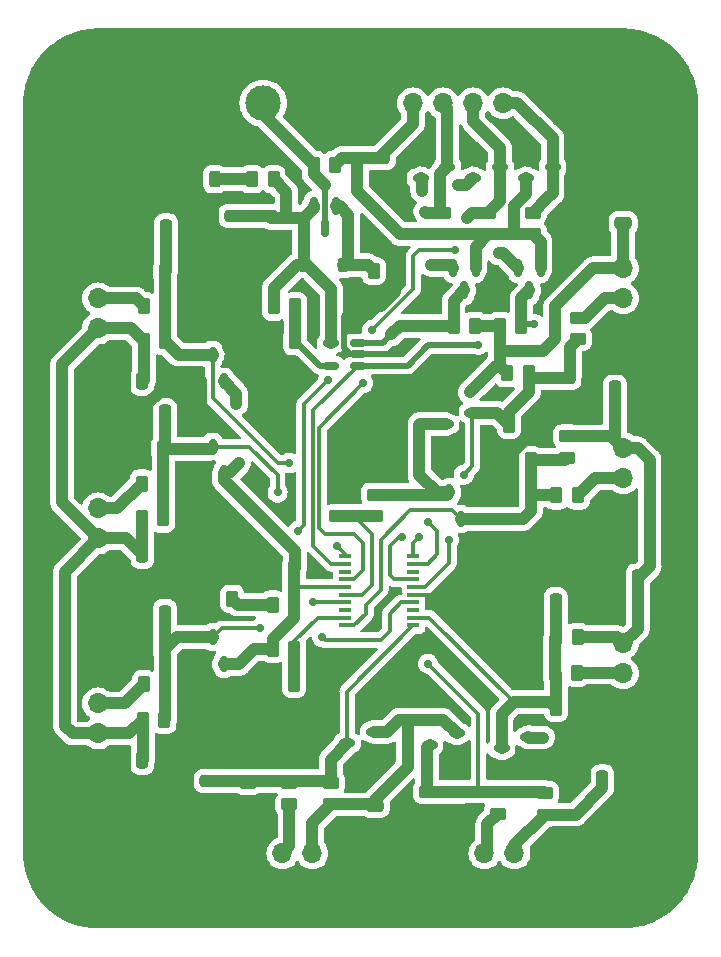
<source format=gbr>
%TF.GenerationSoftware,KiCad,Pcbnew,7.0.5*%
%TF.CreationDate,2023-09-16T15:28:57-07:00*%
%TF.ProjectId,PCF8574DIOI2C,50434638-3537-4344-9449-4f4932432e6b,rev?*%
%TF.SameCoordinates,Original*%
%TF.FileFunction,Copper,L1,Top*%
%TF.FilePolarity,Positive*%
%FSLAX46Y46*%
G04 Gerber Fmt 4.6, Leading zero omitted, Abs format (unit mm)*
G04 Created by KiCad (PCBNEW 7.0.5) date 2023-09-16 15:28:57*
%MOMM*%
%LPD*%
G01*
G04 APERTURE LIST*
G04 Aperture macros list*
%AMRoundRect*
0 Rectangle with rounded corners*
0 $1 Rounding radius*
0 $2 $3 $4 $5 $6 $7 $8 $9 X,Y pos of 4 corners*
0 Add a 4 corners polygon primitive as box body*
4,1,4,$2,$3,$4,$5,$6,$7,$8,$9,$2,$3,0*
0 Add four circle primitives for the rounded corners*
1,1,$1+$1,$2,$3*
1,1,$1+$1,$4,$5*
1,1,$1+$1,$6,$7*
1,1,$1+$1,$8,$9*
0 Add four rect primitives between the rounded corners*
20,1,$1+$1,$2,$3,$4,$5,0*
20,1,$1+$1,$4,$5,$6,$7,0*
20,1,$1+$1,$6,$7,$8,$9,0*
20,1,$1+$1,$8,$9,$2,$3,0*%
G04 Aperture macros list end*
%TA.AperFunction,SMDPad,CuDef*%
%ADD10RoundRect,0.250000X0.450000X-0.262500X0.450000X0.262500X-0.450000X0.262500X-0.450000X-0.262500X0*%
%TD*%
%TA.AperFunction,SMDPad,CuDef*%
%ADD11RoundRect,0.150000X-0.512500X-0.150000X0.512500X-0.150000X0.512500X0.150000X-0.512500X0.150000X0*%
%TD*%
%TA.AperFunction,SMDPad,CuDef*%
%ADD12RoundRect,0.250000X-0.262500X-0.450000X0.262500X-0.450000X0.262500X0.450000X-0.262500X0.450000X0*%
%TD*%
%TA.AperFunction,SMDPad,CuDef*%
%ADD13RoundRect,0.250000X-0.475000X0.250000X-0.475000X-0.250000X0.475000X-0.250000X0.475000X0.250000X0*%
%TD*%
%TA.AperFunction,SMDPad,CuDef*%
%ADD14RoundRect,0.150000X0.150000X-0.512500X0.150000X0.512500X-0.150000X0.512500X-0.150000X-0.512500X0*%
%TD*%
%TA.AperFunction,SMDPad,CuDef*%
%ADD15RoundRect,0.250000X0.250000X0.475000X-0.250000X0.475000X-0.250000X-0.475000X0.250000X-0.475000X0*%
%TD*%
%TA.AperFunction,ComponentPad*%
%ADD16R,1.700000X1.700000*%
%TD*%
%TA.AperFunction,ComponentPad*%
%ADD17O,1.700000X1.700000*%
%TD*%
%TA.AperFunction,SMDPad,CuDef*%
%ADD18RoundRect,0.250000X0.262500X0.450000X-0.262500X0.450000X-0.262500X-0.450000X0.262500X-0.450000X0*%
%TD*%
%TA.AperFunction,ComponentPad*%
%ADD19C,5.600000*%
%TD*%
%TA.AperFunction,SMDPad,CuDef*%
%ADD20RoundRect,0.250000X-0.450000X0.262500X-0.450000X-0.262500X0.450000X-0.262500X0.450000X0.262500X0*%
%TD*%
%TA.AperFunction,SMDPad,CuDef*%
%ADD21RoundRect,0.225000X-0.225000X-0.375000X0.225000X-0.375000X0.225000X0.375000X-0.225000X0.375000X0*%
%TD*%
%TA.AperFunction,SMDPad,CuDef*%
%ADD22RoundRect,0.250000X-0.250000X-0.475000X0.250000X-0.475000X0.250000X0.475000X-0.250000X0.475000X0*%
%TD*%
%TA.AperFunction,SMDPad,CuDef*%
%ADD23RoundRect,0.250000X0.475000X-0.250000X0.475000X0.250000X-0.475000X0.250000X-0.475000X-0.250000X0*%
%TD*%
%TA.AperFunction,ComponentPad*%
%ADD24R,3.000000X3.000000*%
%TD*%
%TA.AperFunction,ComponentPad*%
%ADD25C,3.000000*%
%TD*%
%TA.AperFunction,SMDPad,CuDef*%
%ADD26RoundRect,0.150000X0.512500X0.150000X-0.512500X0.150000X-0.512500X-0.150000X0.512500X-0.150000X0*%
%TD*%
%TA.AperFunction,SMDPad,CuDef*%
%ADD27RoundRect,0.243750X-0.243750X-0.456250X0.243750X-0.456250X0.243750X0.456250X-0.243750X0.456250X0*%
%TD*%
%TA.AperFunction,SMDPad,CuDef*%
%ADD28RoundRect,0.150000X-0.150000X0.512500X-0.150000X-0.512500X0.150000X-0.512500X0.150000X0.512500X0*%
%TD*%
%TA.AperFunction,SMDPad,CuDef*%
%ADD29RoundRect,0.150000X-0.150000X0.587500X-0.150000X-0.587500X0.150000X-0.587500X0.150000X0.587500X0*%
%TD*%
%TA.AperFunction,SMDPad,CuDef*%
%ADD30R,1.000000X0.400000*%
%TD*%
%TA.AperFunction,ViaPad*%
%ADD31C,0.700000*%
%TD*%
%TA.AperFunction,Conductor*%
%ADD32C,1.000000*%
%TD*%
%TA.AperFunction,Conductor*%
%ADD33C,0.500000*%
%TD*%
%TA.AperFunction,Conductor*%
%ADD34C,0.300000*%
%TD*%
G04 APERTURE END LIST*
D10*
%TO.P,R19,1*%
%TO.N,/PCF8574/HighSideGate/IN*%
X154000000Y-80825000D03*
%TO.P,R19,2*%
%TO.N,+5V*%
X154000000Y-79000000D03*
%TD*%
D11*
%TO.P,D17,1,K*%
%TO.N,GND*%
X146050000Y-55250000D03*
%TO.P,D17,2,K*%
%TO.N,+5V*%
X146050000Y-57150000D03*
%TO.P,D17,3,A*%
%TO.N,Net-(D17-A)*%
X148325000Y-56200000D03*
%TD*%
D12*
%TO.P,R22,1*%
%TO.N,Net-(J7-Pin_2)*%
X118175000Y-100000000D03*
%TO.P,R22,2*%
%TO.N,/PCF8574/HighSideGate3/IN*%
X120000000Y-100000000D03*
%TD*%
D13*
%TO.P,C8,1*%
%TO.N,+5V*%
X125730000Y-60330000D03*
%TO.P,C8,2*%
%TO.N,GND*%
X125730000Y-62230000D03*
%TD*%
D11*
%TO.P,D2,1,K*%
%TO.N,GND*%
X150500000Y-55250000D03*
%TO.P,D2,2,K*%
%TO.N,/I2CConnector/VI2C*%
X150500000Y-57150000D03*
%TO.P,D2,3,A*%
%TO.N,/I2CConnector/INT*%
X152775000Y-56200000D03*
%TD*%
D14*
%TO.P,D25,1,K*%
%TO.N,GND*%
X123050000Y-82137500D03*
%TO.P,D25,2,K*%
%TO.N,+5V*%
X124950000Y-82137500D03*
%TO.P,D25,3,A*%
%TO.N,/PCF8574/HighSideGate5/IN*%
X124000000Y-79862500D03*
%TD*%
D12*
%TO.P,R16,1*%
%TO.N,GND*%
X149087500Y-81000000D03*
%TO.P,R16,2*%
%TO.N,/PCF8574/HighSideGate/IN*%
X150912500Y-81000000D03*
%TD*%
D15*
%TO.P,C20,1*%
%TO.N,/PCF8574/HighSideGate/IN*%
X150950000Y-84000000D03*
%TO.P,C20,2*%
%TO.N,GND*%
X149050000Y-84000000D03*
%TD*%
D16*
%TO.P,J7,1,Pin_1*%
%TO.N,GND*%
X114300000Y-99075000D03*
D17*
%TO.P,J7,2,Pin_2*%
%TO.N,Net-(J7-Pin_2)*%
X114300000Y-101615000D03*
%TO.P,J7,3,Pin_3*%
%TO.N,+5V*%
X114300000Y-104155000D03*
%TD*%
D16*
%TO.P,J5,1,Pin_1*%
%TO.N,GND*%
X127365000Y-114300000D03*
D17*
%TO.P,J5,2,Pin_2*%
%TO.N,Net-(J5-Pin_2)*%
X129905000Y-114300000D03*
%TO.P,J5,3,Pin_3*%
%TO.N,+5V*%
X132445000Y-114300000D03*
%TD*%
D18*
%TO.P,R18,1*%
%TO.N,GND*%
X150912500Y-78000000D03*
%TO.P,R18,2*%
%TO.N,/PCF8574/HighSideGate4/IN*%
X149087500Y-78000000D03*
%TD*%
D19*
%TO.P,J2,1,Pin_1*%
%TO.N,GND*%
X158750000Y-50800000D03*
%TD*%
D18*
%TO.P,R32,1*%
%TO.N,/PCF8574/HighSideGate6/IN*%
X120000000Y-70950000D03*
%TO.P,R32,2*%
%TO.N,+5V*%
X118175000Y-70950000D03*
%TD*%
D20*
%TO.P,R10,1*%
%TO.N,/PCF8574/HighSideGate1/IN*%
X134000000Y-108337500D03*
%TO.P,R10,2*%
%TO.N,+5V*%
X134000000Y-110162500D03*
%TD*%
D21*
%TO.P,D3,1,K*%
%TO.N,+5V*%
X131750000Y-64500000D03*
%TO.P,D3,2,A*%
%TO.N,Net-(D3-A)*%
X135050000Y-64500000D03*
%TD*%
D22*
%TO.P,C23,1*%
%TO.N,+5V*%
X118050000Y-106440000D03*
%TO.P,C23,2*%
%TO.N,GND*%
X119950000Y-106440000D03*
%TD*%
D16*
%TO.P,J8,1,Pin_1*%
%TO.N,GND*%
X114300000Y-82565000D03*
D17*
%TO.P,J8,2,Pin_2*%
%TO.N,Net-(J8-Pin_2)*%
X114300000Y-85105000D03*
%TO.P,J8,3,Pin_3*%
%TO.N,+5V*%
X114300000Y-87645000D03*
%TD*%
D12*
%TO.P,R40,1*%
%TO.N,/EEPROMI2C/SDA*%
X144397500Y-69645000D03*
%TO.P,R40,2*%
%TO.N,+5V*%
X146222500Y-69645000D03*
%TD*%
D15*
%TO.P,C6,1*%
%TO.N,/PCF8574/HighSideGate3/IN*%
X119950000Y-94000000D03*
%TO.P,C6,2*%
%TO.N,GND*%
X118050000Y-94000000D03*
%TD*%
D22*
%TO.P,C19,1*%
%TO.N,+5V*%
X134050000Y-68000000D03*
%TO.P,C19,2*%
%TO.N,GND*%
X135950000Y-68000000D03*
%TD*%
D23*
%TO.P,C39,1*%
%TO.N,+5V*%
X158750000Y-60950000D03*
%TO.P,C39,2*%
%TO.N,GND*%
X158750000Y-59050000D03*
%TD*%
D12*
%TO.P,R25,1*%
%TO.N,Net-(J11-Pin_2)*%
X118175000Y-68000000D03*
%TO.P,R25,2*%
%TO.N,/PCF8574/HighSideGate6/IN*%
X120000000Y-68000000D03*
%TD*%
D24*
%TO.P,J15,1,Pin_1*%
%TO.N,GND*%
X123190000Y-50800000D03*
D25*
%TO.P,J15,2,Pin_2*%
%TO.N,Net-(J15-Pin_2)*%
X128270000Y-50800000D03*
%TD*%
D18*
%TO.P,R8,1*%
%TO.N,GND*%
X154912500Y-102000000D03*
%TO.P,R8,2*%
%TO.N,/PCF8574/HighSideGate2/IN*%
X153087500Y-102000000D03*
%TD*%
D16*
%TO.P,J14,1,Pin_1*%
%TO.N,GND*%
X158750000Y-69850000D03*
D17*
%TO.P,J14,2,Pin_2*%
%TO.N,Net-(J14-Pin_2)*%
X158750000Y-67310000D03*
%TO.P,J14,3,Pin_3*%
%TO.N,+5V*%
X158750000Y-64770000D03*
%TD*%
D18*
%TO.P,R3,1*%
%TO.N,+5V*%
X130912500Y-93250000D03*
%TO.P,R3,2*%
%TO.N,/PCF8574/A1*%
X129087500Y-93250000D03*
%TD*%
D22*
%TO.P,C2,1*%
%TO.N,+5V*%
X158050000Y-75000000D03*
%TO.P,C2,2*%
%TO.N,GND*%
X159950000Y-75000000D03*
%TD*%
D20*
%TO.P,R42,1*%
%TO.N,Net-(D18-A)*%
X143510000Y-60047500D03*
%TO.P,R42,2*%
%TO.N,/I2CConnector/VI2C*%
X143510000Y-61872500D03*
%TD*%
D26*
%TO.P,D4,1,K*%
%TO.N,GND*%
X137668000Y-105918000D03*
%TO.P,D4,2,K*%
%TO.N,+5V*%
X137668000Y-104018000D03*
%TO.P,D4,3,A*%
%TO.N,/PCF8574/HighSideGate1/IN*%
X135393000Y-104968000D03*
%TD*%
%TO.P,U6,1,SCL*%
%TO.N,/EEPROMI2C/SCL*%
X136275000Y-73000000D03*
%TO.P,U6,2,GND*%
%TO.N,GND*%
X136275000Y-72050000D03*
%TO.P,U6,3,SDA*%
%TO.N,/EEPROMI2C/SDA*%
X136275000Y-71100000D03*
%TO.P,U6,4,V_{CC}*%
%TO.N,+5V*%
X134000000Y-71100000D03*
%TO.P,U6,5,WP*%
%TO.N,Net-(U6-WP)*%
X134000000Y-73000000D03*
%TD*%
D16*
%TO.P,J13,1,Pin_1*%
%TO.N,GND*%
X158750000Y-85090000D03*
D17*
%TO.P,J13,2,Pin_2*%
%TO.N,Net-(J13-Pin_2)*%
X158750000Y-82550000D03*
%TO.P,J13,3,Pin_3*%
%TO.N,+5V*%
X158750000Y-80010000D03*
%TD*%
D16*
%TO.P,J12,1,Pin_1*%
%TO.N,GND*%
X144475000Y-114300000D03*
D17*
%TO.P,J12,2,Pin_2*%
%TO.N,Net-(J12-Pin_2)*%
X147015000Y-114300000D03*
%TO.P,J12,3,Pin_3*%
%TO.N,+5V*%
X149555000Y-114300000D03*
%TD*%
D12*
%TO.P,R12,1*%
%TO.N,GND*%
X118175000Y-65050000D03*
%TO.P,R12,2*%
%TO.N,/PCF8574/HighSideGate6/IN*%
X120000000Y-65050000D03*
%TD*%
D13*
%TO.P,C4,1*%
%TO.N,/PCF8574/HighSideGate1/IN*%
X123619000Y-108189000D03*
%TO.P,C4,2*%
%TO.N,GND*%
X123619000Y-110089000D03*
%TD*%
D10*
%TO.P,R7,1*%
%TO.N,GND*%
X127000000Y-110162500D03*
%TO.P,R7,2*%
%TO.N,/PCF8574/HighSideGate1/IN*%
X127000000Y-108337500D03*
%TD*%
D14*
%TO.P,D29,1,K*%
%TO.N,GND*%
X123050000Y-74350000D03*
%TO.P,D29,2,K*%
%TO.N,+5V*%
X124950000Y-74350000D03*
%TO.P,D29,3,A*%
%TO.N,/PCF8574/HighSideGate6/IN*%
X124000000Y-72075000D03*
%TD*%
D20*
%TO.P,R29,1*%
%TO.N,Net-(J14-Pin_2)*%
X154940000Y-68937500D03*
%TO.P,R29,2*%
%TO.N,/PCF8574/HighSideGate4/IN*%
X154940000Y-70762500D03*
%TD*%
D15*
%TO.P,C7,1*%
%TO.N,/PCF8574/HighSideGate5/IN*%
X119950000Y-77000000D03*
%TO.P,C7,2*%
%TO.N,GND*%
X118050000Y-77000000D03*
%TD*%
D18*
%TO.P,R6,1*%
%TO.N,/PCF8574/A2*%
X130912500Y-99950000D03*
%TO.P,R6,2*%
%TO.N,GND*%
X129087500Y-99950000D03*
%TD*%
D12*
%TO.P,R9,1*%
%TO.N,GND*%
X118175000Y-97000000D03*
%TO.P,R9,2*%
%TO.N,/PCF8574/HighSideGate3/IN*%
X120000000Y-97000000D03*
%TD*%
D18*
%TO.P,R28,1*%
%TO.N,/PCF8574/HighSideGate5/IN*%
X119825000Y-85950000D03*
%TO.P,R28,2*%
%TO.N,+5V*%
X118000000Y-85950000D03*
%TD*%
D16*
%TO.P,J11,1,Pin_1*%
%TO.N,GND*%
X114300000Y-64785000D03*
D17*
%TO.P,J11,2,Pin_2*%
%TO.N,Net-(J11-Pin_2)*%
X114300000Y-67325000D03*
%TO.P,J11,3,Pin_3*%
%TO.N,+5V*%
X114300000Y-69865000D03*
%TD*%
D18*
%TO.P,R27,1*%
%TO.N,Net-(J13-Pin_2)*%
X154912500Y-84000000D03*
%TO.P,R27,2*%
%TO.N,/PCF8574/HighSideGate/IN*%
X153087500Y-84000000D03*
%TD*%
%TO.P,R21,1*%
%TO.N,Net-(J6-Pin_2)*%
X154825000Y-99000000D03*
%TO.P,R21,2*%
%TO.N,/PCF8574/HighSideGate2/IN*%
X153000000Y-99000000D03*
%TD*%
D20*
%TO.P,R1,1*%
%TO.N,+5V*%
X137750000Y-83925000D03*
%TO.P,R1,2*%
%TO.N,/PCF8574/A0*%
X137750000Y-85750000D03*
%TD*%
D10*
%TO.P,R20,1*%
%TO.N,Net-(J5-Pin_2)*%
X130500000Y-110162500D03*
%TO.P,R20,2*%
%TO.N,/PCF8574/HighSideGate1/IN*%
X130500000Y-108337500D03*
%TD*%
D22*
%TO.P,C27,1*%
%TO.N,+5V*%
X118050000Y-89000000D03*
%TO.P,C27,2*%
%TO.N,GND*%
X119950000Y-89000000D03*
%TD*%
D13*
%TO.P,C9,1*%
%TO.N,+5V*%
X137750000Y-110300000D03*
%TO.P,C9,2*%
%TO.N,GND*%
X137750000Y-112200000D03*
%TD*%
D22*
%TO.P,C5,1*%
%TO.N,/PCF8574/HighSideGate2/IN*%
X153050000Y-93000000D03*
%TO.P,C5,2*%
%TO.N,GND*%
X154950000Y-93000000D03*
%TD*%
D12*
%TO.P,R11,1*%
%TO.N,GND*%
X118000000Y-80050000D03*
%TO.P,R11,2*%
%TO.N,/PCF8574/HighSideGate5/IN*%
X119825000Y-80050000D03*
%TD*%
D20*
%TO.P,R41,1*%
%TO.N,Net-(D17-A)*%
X147320000Y-60047500D03*
%TO.P,R41,2*%
%TO.N,/I2CConnector/VI2C*%
X147320000Y-61872500D03*
%TD*%
D15*
%TO.P,C1,1*%
%TO.N,+5V*%
X130950000Y-89750000D03*
%TO.P,C1,2*%
%TO.N,GND*%
X129050000Y-89750000D03*
%TD*%
D18*
%TO.P,R4,1*%
%TO.N,/PCF8574/A1*%
X125662500Y-92750000D03*
%TO.P,R4,2*%
%TO.N,GND*%
X123837500Y-92750000D03*
%TD*%
D12*
%TO.P,R58,1*%
%TO.N,GND*%
X129175000Y-70950000D03*
%TO.P,R58,2*%
%TO.N,Net-(U6-WP)*%
X131000000Y-70950000D03*
%TD*%
D20*
%TO.P,R36,1*%
%TO.N,/PCF8574/HighSideGate7/IN*%
X152146000Y-109196500D03*
%TO.P,R36,2*%
%TO.N,+5V*%
X152146000Y-111021500D03*
%TD*%
D27*
%TO.P,D5,1,K*%
%TO.N,GND*%
X122302500Y-57230000D03*
%TO.P,D5,2,A*%
%TO.N,Net-(D5-A)*%
X124177500Y-57230000D03*
%TD*%
D26*
%TO.P,D11,1,K*%
%TO.N,GND*%
X150738000Y-106360000D03*
%TO.P,D11,2,K*%
%TO.N,+5V*%
X150738000Y-104460000D03*
%TO.P,D11,3,A*%
%TO.N,/PCF8574/HighSideGate2/IN*%
X148463000Y-105410000D03*
%TD*%
D12*
%TO.P,R23,1*%
%TO.N,Net-(J8-Pin_2)*%
X118000000Y-83000000D03*
%TO.P,R23,2*%
%TO.N,/PCF8574/HighSideGate5/IN*%
X119825000Y-83000000D03*
%TD*%
D11*
%TO.P,D18,1,K*%
%TO.N,GND*%
X141600000Y-55250000D03*
%TO.P,D18,2,K*%
%TO.N,+5V*%
X141600000Y-57150000D03*
%TO.P,D18,3,A*%
%TO.N,Net-(D18-A)*%
X143875000Y-56200000D03*
%TD*%
D13*
%TO.P,C21,1*%
%TO.N,/PCF8574/HighSideGate4/IN*%
X154000000Y-74050000D03*
%TO.P,C21,2*%
%TO.N,GND*%
X154000000Y-75950000D03*
%TD*%
D19*
%TO.P,J3,1,Pin_1*%
%TO.N,GND*%
X114300000Y-114300000D03*
%TD*%
D15*
%TO.P,C13,1*%
%TO.N,+5V*%
X160000000Y-91000000D03*
%TO.P,C13,2*%
%TO.N,GND*%
X158100000Y-91000000D03*
%TD*%
D26*
%TO.P,D33,1,K*%
%TO.N,GND*%
X144653000Y-106045000D03*
%TO.P,D33,2,K*%
%TO.N,+5V*%
X144653000Y-104145000D03*
%TO.P,D33,3,A*%
%TO.N,/PCF8574/HighSideGate7/IN*%
X142378000Y-105095000D03*
%TD*%
D18*
%TO.P,R44,1*%
%TO.N,/I2CConnector/VI2C*%
X134375000Y-56000000D03*
%TO.P,R44,2*%
%TO.N,Net-(J15-Pin_2)*%
X132550000Y-56000000D03*
%TD*%
%TO.P,R39,1*%
%TO.N,/EEPROMI2C/SCL*%
X150135000Y-69645000D03*
%TO.P,R39,2*%
%TO.N,+5V*%
X148310000Y-69645000D03*
%TD*%
%TO.P,R50,1*%
%TO.N,/PCF8574/HighSideGate4/IN*%
X150772500Y-73660000D03*
%TO.P,R50,2*%
%TO.N,+5V*%
X148947500Y-73660000D03*
%TD*%
D28*
%TO.P,D1,1,K*%
%TO.N,GND*%
X145950000Y-83725000D03*
%TO.P,D1,2,K*%
%TO.N,+5V*%
X144050000Y-83725000D03*
%TO.P,D1,3,A*%
%TO.N,/PCF8574/HighSideGate/IN*%
X145000000Y-86000000D03*
%TD*%
D29*
%TO.P,Q5,1,G*%
%TO.N,Net-(D3-A)*%
X134450000Y-59500000D03*
%TO.P,Q5,2,S*%
%TO.N,+5V*%
X132550000Y-59500000D03*
%TO.P,Q5,3,D*%
%TO.N,Net-(J15-Pin_2)*%
X133500000Y-61375000D03*
%TD*%
D13*
%TO.P,C11,1*%
%TO.N,/PCF8574/HighSideGate7/IN*%
X145146000Y-109071500D03*
%TO.P,C11,2*%
%TO.N,GND*%
X145146000Y-110971500D03*
%TD*%
D29*
%TO.P,Q1,1,G*%
%TO.N,/I2CConnector/VI2C*%
X151760000Y-64770000D03*
%TO.P,Q1,2,S*%
%TO.N,Net-(D17-A)*%
X149860000Y-64770000D03*
%TO.P,Q1,3,D*%
%TO.N,/EEPROMI2C/SCL*%
X150810000Y-66645000D03*
%TD*%
D19*
%TO.P,J1,1,Pin_1*%
%TO.N,GND*%
X114300000Y-50800000D03*
%TD*%
D10*
%TO.P,R26,1*%
%TO.N,Net-(J12-Pin_2)*%
X148146000Y-110934000D03*
%TO.P,R26,2*%
%TO.N,/PCF8574/HighSideGate7/IN*%
X148146000Y-109109000D03*
%TD*%
D14*
%TO.P,D15,1,K*%
%TO.N,GND*%
X123050000Y-98275000D03*
%TO.P,D15,2,K*%
%TO.N,+5V*%
X124950000Y-98275000D03*
%TO.P,D15,3,A*%
%TO.N,/PCF8574/HighSideGate3/IN*%
X124000000Y-96000000D03*
%TD*%
D18*
%TO.P,R24,1*%
%TO.N,/PCF8574/HighSideGate3/IN*%
X119912500Y-103000000D03*
%TO.P,R24,2*%
%TO.N,+5V*%
X118087500Y-103000000D03*
%TD*%
D10*
%TO.P,R13,1*%
%TO.N,GND*%
X142146000Y-110934000D03*
%TO.P,R13,2*%
%TO.N,/PCF8574/HighSideGate7/IN*%
X142146000Y-109109000D03*
%TD*%
D22*
%TO.P,C31,1*%
%TO.N,+5V*%
X118050000Y-74350000D03*
%TO.P,C31,2*%
%TO.N,GND*%
X119950000Y-74350000D03*
%TD*%
D13*
%TO.P,C3,1*%
%TO.N,+5V*%
X128740000Y-60330000D03*
%TO.P,C3,2*%
%TO.N,GND*%
X128740000Y-62230000D03*
%TD*%
%TO.P,C14,1*%
%TO.N,/I2CConnector/VI2C*%
X138275000Y-55437500D03*
%TO.P,C14,2*%
%TO.N,GND*%
X138275000Y-57337500D03*
%TD*%
D15*
%TO.P,C10,1*%
%TO.N,/PCF8574/HighSideGate6/IN*%
X120052500Y-61350000D03*
%TO.P,C10,2*%
%TO.N,GND*%
X118152500Y-61350000D03*
%TD*%
D16*
%TO.P,J9,1,Pin_1*%
%TO.N,GND*%
X138435000Y-50800000D03*
D17*
%TO.P,J9,2,Pin_2*%
%TO.N,/I2CConnector/VI2C*%
X140975000Y-50800000D03*
%TO.P,J9,3,Pin_3*%
%TO.N,Net-(D18-A)*%
X143515000Y-50800000D03*
%TO.P,J9,4,Pin_4*%
%TO.N,Net-(D17-A)*%
X146055000Y-50800000D03*
%TO.P,J9,5,Pin_5*%
%TO.N,/I2CConnector/INT*%
X148595000Y-50800000D03*
%TD*%
D12*
%TO.P,R14,1*%
%TO.N,/PCF8574/HighSideGate2/IN*%
X153087500Y-96000000D03*
%TO.P,R14,2*%
%TO.N,+5V*%
X154912500Y-96000000D03*
%TD*%
D19*
%TO.P,J4,1,Pin_1*%
%TO.N,GND*%
X158750000Y-114300000D03*
%TD*%
D20*
%TO.P,R43,1*%
%TO.N,/I2CConnector/INT*%
X151130000Y-60047500D03*
%TO.P,R43,2*%
%TO.N,/I2CConnector/VI2C*%
X151130000Y-61872500D03*
%TD*%
D22*
%TO.P,C35,1*%
%TO.N,+5V*%
X157000000Y-108000000D03*
%TO.P,C35,2*%
%TO.N,GND*%
X158900000Y-108000000D03*
%TD*%
D29*
%TO.P,Q2,1,G*%
%TO.N,/I2CConnector/VI2C*%
X146260000Y-64770000D03*
%TO.P,Q2,2,S*%
%TO.N,Net-(D18-A)*%
X144360000Y-64770000D03*
%TO.P,Q2,3,D*%
%TO.N,/EEPROMI2C/SDA*%
X145310000Y-66645000D03*
%TD*%
D18*
%TO.P,R57,1*%
%TO.N,Net-(U6-WP)*%
X131000000Y-68000000D03*
%TO.P,R57,2*%
%TO.N,+5V*%
X129175000Y-68000000D03*
%TD*%
D11*
%TO.P,D37,1,K*%
%TO.N,GND*%
X143725000Y-76050000D03*
%TO.P,D37,2,K*%
%TO.N,+5V*%
X143725000Y-77950000D03*
%TO.P,D37,3,A*%
%TO.N,/PCF8574/HighSideGate4/IN*%
X146000000Y-77000000D03*
%TD*%
D10*
%TO.P,R2,1*%
%TO.N,/PCF8574/A0*%
X134500000Y-85750000D03*
%TO.P,R2,2*%
%TO.N,GND*%
X134500000Y-83925000D03*
%TD*%
D30*
%TO.P,U1,1,~{INT}*%
%TO.N,/I2CConnector/INT*%
X135200000Y-89150000D03*
%TO.P,U1,2,SCL*%
%TO.N,/EEPROMI2C/SCL*%
X135200000Y-89800000D03*
%TO.P,U1,3,NC*%
%TO.N,unconnected-(U1-NC-Pad3)*%
X135200000Y-90450000D03*
%TO.P,U1,4,SDA*%
%TO.N,/EEPROMI2C/SDA*%
X135200000Y-91100000D03*
%TO.P,U1,5,VDD*%
%TO.N,+5V*%
X135200000Y-91750000D03*
%TO.P,U1,6,A0*%
%TO.N,/PCF8574/A0*%
X135200000Y-92400000D03*
%TO.P,U1,7,A1*%
%TO.N,/PCF8574/A1*%
X135200000Y-93050000D03*
%TO.P,U1,8,NC*%
%TO.N,unconnected-(U1-NC-Pad8)*%
X135200000Y-93700000D03*
%TO.P,U1,9,A2*%
%TO.N,/PCF8574/A2*%
X135200000Y-94350000D03*
%TO.P,U1,10,P0*%
%TO.N,/PCF8574/HighSideGate/IN*%
X135200000Y-95000000D03*
%TO.P,U1,11,P1*%
%TO.N,/PCF8574/HighSideGate1/IN*%
X141000000Y-95000000D03*
%TO.P,U1,12,P2*%
%TO.N,/PCF8574/HighSideGate2/IN*%
X141000000Y-94350000D03*
%TO.P,U1,13,NC*%
%TO.N,unconnected-(U1-NC-Pad13)*%
X141000000Y-93700000D03*
%TO.P,U1,14,P3*%
%TO.N,/PCF8574/HighSideGate3/IN*%
X141000000Y-93050000D03*
%TO.P,U1,15,VSS*%
%TO.N,GND*%
X141000000Y-92400000D03*
%TO.P,U1,16,P4*%
%TO.N,/PCF8574/HighSideGate4/IN*%
X141000000Y-91750000D03*
%TO.P,U1,17,P5*%
%TO.N,/PCF8574/HighSideGate5/IN*%
X141000000Y-91100000D03*
%TO.P,U1,18,NC*%
%TO.N,unconnected-(U1-NC-Pad18)*%
X141000000Y-90450000D03*
%TO.P,U1,19,P6*%
%TO.N,/PCF8574/HighSideGate6/IN*%
X141000000Y-89800000D03*
%TO.P,U1,20,P7*%
%TO.N,/PCF8574/HighSideGate7/IN*%
X141000000Y-89150000D03*
%TD*%
D12*
%TO.P,R17,1*%
%TO.N,Net-(D5-A)*%
X127327500Y-57230000D03*
%TO.P,R17,2*%
%TO.N,+5V*%
X129152500Y-57230000D03*
%TD*%
%TO.P,R5,1*%
%TO.N,+5V*%
X129087500Y-97000000D03*
%TO.P,R5,2*%
%TO.N,/PCF8574/A2*%
X130912500Y-97000000D03*
%TD*%
D18*
%TO.P,R15,1*%
%TO.N,GND*%
X139462500Y-65000000D03*
%TO.P,R15,2*%
%TO.N,Net-(D3-A)*%
X137637500Y-65000000D03*
%TD*%
D16*
%TO.P,J6,1,Pin_1*%
%TO.N,GND*%
X158750000Y-101600000D03*
D17*
%TO.P,J6,2,Pin_2*%
%TO.N,Net-(J6-Pin_2)*%
X158750000Y-99060000D03*
%TO.P,J6,3,Pin_3*%
%TO.N,+5V*%
X158750000Y-96520000D03*
%TD*%
D31*
%TO.N,GND*%
X126000000Y-86500000D03*
X115000000Y-90500000D03*
X153500000Y-64000000D03*
X142500000Y-101000000D03*
X140000000Y-59500000D03*
X131500000Y-106000000D03*
X132500000Y-69500000D03*
X143500000Y-81000000D03*
X127500000Y-83000000D03*
X140337500Y-55837500D03*
X137500000Y-101000000D03*
X148000000Y-75500000D03*
X142000000Y-73500000D03*
X148000000Y-67000000D03*
X154500000Y-104500000D03*
X138000000Y-94500000D03*
X162500000Y-79500000D03*
X140000000Y-71500000D03*
X134750000Y-82250000D03*
X147000000Y-96500000D03*
X147500000Y-83725000D03*
X147000000Y-101000000D03*
X153250000Y-52250000D03*
X135500000Y-98000000D03*
X142000000Y-67500000D03*
X143250000Y-92250000D03*
X150500000Y-99500000D03*
X136500000Y-78000000D03*
X137500000Y-107250000D03*
X159500000Y-76500000D03*
X145000000Y-107250000D03*
X124500000Y-67500000D03*
X127500000Y-91500000D03*
X112500000Y-108000000D03*
X124500000Y-78000000D03*
X133000000Y-90500000D03*
X148250000Y-107250000D03*
X116000000Y-72500000D03*
X128250000Y-78000000D03*
X116500000Y-107000000D03*
X150250000Y-54000000D03*
X135000000Y-112500000D03*
X138750000Y-63250000D03*
X145750000Y-54250000D03*
X129250000Y-72750000D03*
%TO.N,+5V*%
X129687500Y-65937500D03*
X141500000Y-78000000D03*
X152000000Y-104500000D03*
X126250000Y-81250000D03*
X131750000Y-62500000D03*
X141750000Y-58250000D03*
X145750000Y-75250000D03*
X144750000Y-57750000D03*
X126000000Y-76250000D03*
%TO.N,Net-(D17-A)*%
X145500000Y-60500000D03*
X148250000Y-63500000D03*
%TO.N,Net-(D18-A)*%
X142500000Y-64500000D03*
X142000000Y-60000000D03*
%TO.N,/PCF8574/HighSideGate3/IN*%
X133250000Y-96000000D03*
X128000000Y-95250000D03*
%TO.N,/PCF8574/HighSideGate5/IN*%
X129500000Y-83750000D03*
X140000000Y-87500000D03*
%TO.N,/PCF8574/HighSideGate6/IN*%
X130500000Y-81250000D03*
X142250000Y-86250000D03*
%TO.N,/PCF8574/HighSideGate7/IN*%
X142250000Y-98250000D03*
X141500000Y-87500000D03*
%TO.N,/PCF8574/HighSideGate4/IN*%
X145250000Y-82250000D03*
X144000000Y-87750000D03*
%TO.N,/I2CConnector/INT*%
X134500000Y-88250000D03*
X133750000Y-74250000D03*
X152338750Y-58838750D03*
X137500000Y-70000000D03*
X144500000Y-63250000D03*
X131250000Y-87000000D03*
%TO.N,/EEPROMI2C/SCL*%
X151250000Y-69500000D03*
X146500000Y-71250000D03*
%TO.N,/EEPROMI2C/SDA*%
X139125000Y-70375000D03*
X136750000Y-74500000D03*
%TO.N,/PCF8574/A1*%
X132500000Y-93000000D03*
X127500000Y-93250000D03*
%TD*%
D32*
%TO.N,/I2CConnector/VI2C*%
X151760000Y-64770000D02*
X151760000Y-62502500D01*
X149500000Y-59500000D02*
X149500000Y-61622500D01*
X146260000Y-64770000D02*
X146260000Y-62932500D01*
X138275000Y-55437500D02*
X138275000Y-55225000D01*
X143510000Y-61872500D02*
X139872500Y-61872500D01*
X138275000Y-55225000D02*
X140975000Y-52525000D01*
X136250000Y-55437500D02*
X134937500Y-55437500D01*
X134937500Y-55437500D02*
X134375000Y-56000000D01*
X151760000Y-62502500D02*
X151130000Y-61872500D01*
X149500000Y-61622500D02*
X149250000Y-61872500D01*
X146260000Y-62932500D02*
X147320000Y-61872500D01*
X140975000Y-52525000D02*
X140975000Y-50800000D01*
X150500000Y-57150000D02*
X150500000Y-58500000D01*
X139872500Y-61872500D02*
X136250000Y-58250000D01*
X143510000Y-61872500D02*
X147320000Y-61872500D01*
X138275000Y-55437500D02*
X136250000Y-55437500D01*
X136250000Y-58250000D02*
X136250000Y-55437500D01*
X150500000Y-58500000D02*
X149500000Y-59500000D01*
X149250000Y-61872500D02*
X151130000Y-61872500D01*
X147320000Y-61872500D02*
X149250000Y-61872500D01*
%TO.N,GND*%
X118050000Y-92200000D02*
X118050000Y-94000000D01*
X118050000Y-76700000D02*
X118050000Y-77000000D01*
X142000000Y-74325000D02*
X143725000Y-76050000D01*
X147000000Y-88500000D02*
X155340000Y-88500000D01*
X118175000Y-65050000D02*
X118175000Y-61372500D01*
X138275000Y-57337500D02*
X138275000Y-57775000D01*
X149087500Y-80662500D02*
X150912500Y-78837500D01*
X129250000Y-71025000D02*
X129175000Y-70950000D01*
X156250000Y-75250000D02*
X156250000Y-73500000D01*
X127250000Y-62230000D02*
X128740000Y-62230000D01*
X126926500Y-110089000D02*
X127000000Y-110162500D01*
X124230000Y-62230000D02*
X125730000Y-62230000D01*
X158750000Y-69850000D02*
X158750000Y-71750000D01*
X156250000Y-73500000D02*
X158750000Y-71000000D01*
X158100000Y-85740000D02*
X158750000Y-85090000D01*
X118050000Y-80000000D02*
X118000000Y-80050000D01*
D33*
X135663972Y-72050000D02*
X135112500Y-71498528D01*
D32*
X142250000Y-117500000D02*
X144475000Y-115275000D01*
X155550000Y-117500000D02*
X142250000Y-117500000D01*
D33*
X136275000Y-72050000D02*
X135663972Y-72050000D01*
X135112500Y-71498528D02*
X135112500Y-68837500D01*
D32*
X118050000Y-77000000D02*
X118050000Y-80000000D01*
X157300000Y-52250000D02*
X158750000Y-50800000D01*
X121339000Y-110089000D02*
X123619000Y-110089000D01*
X160000000Y-73000000D02*
X160000000Y-74950000D01*
X142000000Y-73500000D02*
X142000000Y-74325000D01*
X120087500Y-89000000D02*
X123418750Y-92331250D01*
X128500000Y-117500000D02*
X142250000Y-117500000D01*
X155312500Y-101600000D02*
X154912500Y-102000000D01*
X114565000Y-65050000D02*
X114300000Y-64785000D01*
X149050000Y-81037500D02*
X149087500Y-81000000D01*
X123050000Y-98275000D02*
X123050000Y-99300000D01*
X161750000Y-68500000D02*
X160400000Y-69850000D01*
X148775000Y-83725000D02*
X149050000Y-84000000D01*
X161750000Y-60250000D02*
X161750000Y-68500000D01*
X139462500Y-66787500D02*
X139462500Y-65000000D01*
X140925000Y-55250000D02*
X140337500Y-55837500D01*
X127250000Y-69025000D02*
X129175000Y-70950000D01*
X119950000Y-106440000D02*
X120060000Y-106440000D01*
X142183500Y-110971500D02*
X142146000Y-110934000D01*
X149250000Y-107250000D02*
X148250000Y-107250000D01*
X138837500Y-57337500D02*
X138275000Y-57337500D01*
X150250000Y-55000000D02*
X150500000Y-55250000D01*
X122302500Y-51687500D02*
X122302500Y-57230000D01*
X139462500Y-63962500D02*
X139462500Y-65000000D01*
X119950000Y-89000000D02*
X119950000Y-90300000D01*
X154390000Y-106360000D02*
X158750000Y-102000000D01*
X158750000Y-59050000D02*
X160550000Y-59050000D01*
X144475000Y-115275000D02*
X144475000Y-114300000D01*
X123418750Y-92331250D02*
X123837500Y-92750000D01*
X125730000Y-62230000D02*
X127250000Y-62230000D01*
X145750000Y-54950000D02*
X146050000Y-55250000D01*
D34*
X143100000Y-92400000D02*
X143250000Y-92250000D01*
D33*
X136275000Y-72050000D02*
X139450000Y-72050000D01*
D32*
X119770000Y-57230000D02*
X118250000Y-58750000D01*
X150912500Y-78000000D02*
X151950000Y-78000000D01*
X154000000Y-75950000D02*
X155550000Y-75950000D01*
X121750000Y-87500000D02*
X121750000Y-83000000D01*
X127000000Y-113935000D02*
X127365000Y-114300000D01*
X118050000Y-94000000D02*
X118050000Y-96875000D01*
X120250000Y-89000000D02*
X121750000Y-87500000D01*
X118000000Y-80050000D02*
X116815000Y-80050000D01*
X118250000Y-58750000D02*
X118250000Y-61252500D01*
D33*
X135112500Y-68837500D02*
X135950000Y-68000000D01*
D32*
X128250000Y-78000000D02*
X128250000Y-73750000D01*
X142146000Y-110934000D02*
X140880000Y-112200000D01*
X158750000Y-101600000D02*
X155312500Y-101600000D01*
X116100000Y-99075000D02*
X118175000Y-97000000D01*
X153250000Y-52250000D02*
X157300000Y-52250000D01*
X118050000Y-96875000D02*
X118175000Y-97000000D01*
X120625000Y-109375000D02*
X121339000Y-110089000D01*
X144475000Y-114300000D02*
X144475000Y-111642500D01*
X122302500Y-57230000D02*
X119770000Y-57230000D01*
X118175000Y-65050000D02*
X114565000Y-65050000D01*
X145000000Y-106392000D02*
X144653000Y-106045000D01*
X137500000Y-106086000D02*
X137668000Y-105918000D01*
X150912500Y-78837500D02*
X150912500Y-78000000D01*
X160550000Y-59050000D02*
X161750000Y-60250000D01*
X119950000Y-74350000D02*
X123050000Y-74350000D01*
X122302500Y-60302500D02*
X124230000Y-62230000D01*
X140337500Y-55837500D02*
X138837500Y-57337500D01*
X137500000Y-107250000D02*
X137500000Y-106086000D01*
X122612500Y-82137500D02*
X123050000Y-82137500D01*
X158750000Y-71000000D02*
X158750000Y-69850000D01*
X158900000Y-101750000D02*
X158750000Y-101600000D01*
X129250000Y-72750000D02*
X129250000Y-71025000D01*
X158750000Y-71750000D02*
X160000000Y-73000000D01*
X119950000Y-74800000D02*
X118050000Y-76700000D01*
D34*
X141000000Y-92400000D02*
X143100000Y-92400000D01*
D32*
X160000000Y-74950000D02*
X159950000Y-75000000D01*
X129050000Y-89750000D02*
X126000000Y-89750000D01*
X114300000Y-114300000D02*
X119225000Y-109375000D01*
X150250000Y-54000000D02*
X150250000Y-55000000D01*
X123700000Y-102800000D02*
X123700000Y-99950000D01*
X134500000Y-83925000D02*
X134500000Y-82500000D01*
X138250000Y-68000000D02*
X139462500Y-66787500D01*
X151950000Y-78000000D02*
X154000000Y-75950000D01*
X158900000Y-108000000D02*
X158900000Y-101750000D01*
X128250000Y-73750000D02*
X129250000Y-72750000D01*
X134500000Y-82500000D02*
X134750000Y-82250000D01*
X145000000Y-107250000D02*
X145000000Y-106392000D01*
X114300000Y-99075000D02*
X116100000Y-99075000D01*
X149050000Y-84000000D02*
X149050000Y-81037500D01*
D33*
X139450000Y-72050000D02*
X140000000Y-71500000D01*
D32*
X158100000Y-91000000D02*
X158100000Y-85740000D01*
X138275000Y-57775000D02*
X140000000Y-59500000D01*
X158100000Y-91000000D02*
X156950000Y-91000000D01*
X123619000Y-110089000D02*
X126926500Y-110089000D01*
X118250000Y-61252500D02*
X118152500Y-61350000D01*
X123700000Y-99950000D02*
X129087500Y-99950000D01*
X158750000Y-102000000D02*
X158750000Y-101600000D01*
X155340000Y-88500000D02*
X158750000Y-85090000D01*
X118175000Y-61372500D02*
X118152500Y-61350000D01*
X119950000Y-106440000D02*
X119950000Y-108700000D01*
X122302500Y-57230000D02*
X122302500Y-60302500D01*
X141600000Y-55250000D02*
X140925000Y-55250000D01*
X119950000Y-89000000D02*
X120087500Y-89000000D01*
X123050000Y-99300000D02*
X123700000Y-99950000D01*
X116815000Y-80050000D02*
X114300000Y-82565000D01*
X140880000Y-112200000D02*
X137750000Y-112200000D01*
X160400000Y-69850000D02*
X158750000Y-69850000D01*
X120060000Y-106440000D02*
X123700000Y-102800000D01*
X119950000Y-90300000D02*
X118050000Y-92200000D01*
X119950000Y-89000000D02*
X120250000Y-89000000D01*
X144475000Y-111642500D02*
X145146000Y-110971500D01*
X158750000Y-50800000D02*
X158750000Y-59050000D01*
X121750000Y-83000000D02*
X122612500Y-82137500D01*
X123190000Y-50800000D02*
X122302500Y-51687500D01*
X127250000Y-62230000D02*
X127250000Y-69025000D01*
X145750000Y-54250000D02*
X145750000Y-54950000D01*
X158750000Y-114300000D02*
X155550000Y-117500000D01*
X155550000Y-75950000D02*
X156250000Y-75250000D01*
X119950000Y-108700000D02*
X120625000Y-109375000D01*
X123050000Y-74350000D02*
X123050000Y-76550000D01*
X138750000Y-63250000D02*
X139462500Y-63962500D01*
X127365000Y-114300000D02*
X127365000Y-116365000D01*
X143250000Y-92250000D02*
X147000000Y-88500000D01*
X150140000Y-106360000D02*
X149250000Y-107250000D01*
X135950000Y-68000000D02*
X138250000Y-68000000D01*
X127365000Y-116365000D02*
X128500000Y-117500000D01*
X149087500Y-81000000D02*
X149087500Y-80662500D01*
X127000000Y-110162500D02*
X127000000Y-113935000D01*
X119950000Y-74350000D02*
X119950000Y-74800000D01*
X145146000Y-110971500D02*
X142183500Y-110971500D01*
X119225000Y-109375000D02*
X120625000Y-109375000D01*
X147500000Y-83725000D02*
X148775000Y-83725000D01*
X150738000Y-106360000D02*
X150140000Y-106360000D01*
X126000000Y-89750000D02*
X123418750Y-92331250D01*
X123050000Y-76550000D02*
X124500000Y-78000000D01*
X150738000Y-106360000D02*
X154390000Y-106360000D01*
X123190000Y-50800000D02*
X114300000Y-50800000D01*
X156950000Y-91000000D02*
X154950000Y-93000000D01*
X145950000Y-83725000D02*
X147500000Y-83725000D01*
%TO.N,+5V*%
X124950000Y-82700000D02*
X124950000Y-82137500D01*
X148310000Y-71750000D02*
X148310000Y-73022500D01*
X131750000Y-60500000D02*
X130250000Y-60500000D01*
X114300000Y-104155000D02*
X116932500Y-104155000D01*
X139750000Y-103000000D02*
X140500000Y-103000000D01*
X130912500Y-94337500D02*
X130912500Y-93250000D01*
X134000000Y-110162500D02*
X137612500Y-110162500D01*
X131750000Y-60500000D02*
X131750000Y-62500000D01*
X134050000Y-68000000D02*
X134050000Y-71050000D01*
X128910000Y-60500000D02*
X128740000Y-60330000D01*
D34*
X135200000Y-91750000D02*
X131162500Y-91750000D01*
D32*
X144750000Y-57750000D02*
X145450000Y-57750000D01*
X129087500Y-96162500D02*
X130912500Y-94337500D01*
X161000000Y-81000000D02*
X161000000Y-90000000D01*
X118175000Y-70950000D02*
X118175000Y-72750000D01*
X131750000Y-64500000D02*
X131125000Y-64500000D01*
X160010000Y-80010000D02*
X161000000Y-81000000D01*
X130250000Y-60500000D02*
X130250000Y-58327500D01*
X137668000Y-104018000D02*
X138732000Y-104018000D01*
X153000000Y-70750000D02*
X152000000Y-71750000D01*
X130912500Y-89787500D02*
X130950000Y-89750000D01*
X129175000Y-68000000D02*
X129175000Y-66450000D01*
X129087500Y-97000000D02*
X129087500Y-96162500D01*
X114300000Y-69865000D02*
X117090000Y-69865000D01*
X117090000Y-69865000D02*
X118175000Y-70950000D01*
X141750000Y-57300000D02*
X141600000Y-57150000D01*
X131125000Y-64500000D02*
X129687500Y-65937500D01*
X132445000Y-114300000D02*
X132445000Y-111717500D01*
X158750000Y-60950000D02*
X158750000Y-64770000D01*
X132445000Y-111717500D02*
X134000000Y-110162500D01*
X132550000Y-59700000D02*
X131750000Y-60500000D01*
X124950000Y-82137500D02*
X125362500Y-82137500D01*
X132550000Y-59500000D02*
X132550000Y-59700000D01*
X130912500Y-93250000D02*
X130912500Y-91500000D01*
X141500000Y-78000000D02*
X141550000Y-77950000D01*
X142975000Y-83725000D02*
X141500000Y-82250000D01*
X138732000Y-104018000D02*
X139750000Y-103000000D01*
X114300000Y-87645000D02*
X116695000Y-87645000D01*
X143850000Y-83925000D02*
X144050000Y-83725000D01*
X156230000Y-64770000D02*
X153000000Y-68000000D01*
X111250000Y-84595000D02*
X114300000Y-87645000D01*
X118175000Y-74225000D02*
X118050000Y-74350000D01*
X125362500Y-82137500D02*
X126250000Y-81250000D01*
X118050000Y-89000000D02*
X118050000Y-86000000D01*
X152000000Y-71750000D02*
X148310000Y-71750000D01*
X158050000Y-79310000D02*
X158750000Y-80010000D01*
X143508000Y-103000000D02*
X144653000Y-104145000D01*
X141550000Y-77950000D02*
X143725000Y-77950000D01*
X114300000Y-87645000D02*
X111500000Y-90445000D01*
X137612500Y-110162500D02*
X137750000Y-110300000D01*
X111500000Y-103500000D02*
X112155000Y-104155000D01*
X158230000Y-96000000D02*
X158750000Y-96520000D01*
X146222500Y-69645000D02*
X148310000Y-69645000D01*
X126000000Y-75400000D02*
X124950000Y-74350000D01*
X130950000Y-88700000D02*
X124950000Y-82700000D01*
X134050000Y-71050000D02*
X134000000Y-71100000D01*
X141750000Y-58250000D02*
X141750000Y-57300000D01*
X118087500Y-103000000D02*
X118087500Y-106402500D01*
X140500000Y-103000000D02*
X140500000Y-107000000D01*
X116695000Y-87645000D02*
X118050000Y-89000000D01*
X161000000Y-90000000D02*
X160000000Y-91000000D01*
X158750000Y-80010000D02*
X160010000Y-80010000D01*
X157000000Y-108750000D02*
X157000000Y-108000000D01*
X141500000Y-82250000D02*
X141500000Y-78000000D01*
X130250000Y-58327500D02*
X129152500Y-57230000D01*
X158050000Y-75000000D02*
X158050000Y-79310000D01*
X152000000Y-104500000D02*
X150778000Y-104500000D01*
X114300000Y-69865000D02*
X111250000Y-72915000D01*
X145450000Y-57750000D02*
X146050000Y-57150000D01*
X125730000Y-60330000D02*
X128740000Y-60330000D01*
X157740000Y-79000000D02*
X158750000Y-80010000D01*
D34*
X131162500Y-91750000D02*
X130912500Y-91500000D01*
D32*
X149555000Y-114300000D02*
X149555000Y-113612500D01*
X137750000Y-109750000D02*
X137750000Y-110300000D01*
X158750000Y-64770000D02*
X156230000Y-64770000D01*
X158750000Y-96520000D02*
X160000000Y-95270000D01*
X129175000Y-66450000D02*
X129687500Y-65937500D01*
X130250000Y-60500000D02*
X128910000Y-60500000D01*
X149555000Y-113612500D02*
X152146000Y-111021500D01*
X132000000Y-64500000D02*
X134050000Y-66550000D01*
X154000000Y-79000000D02*
X157740000Y-79000000D01*
X137750000Y-83925000D02*
X143850000Y-83925000D01*
X150778000Y-104500000D02*
X150738000Y-104460000D01*
X148310000Y-73022500D02*
X148947500Y-73660000D01*
X154728500Y-111021500D02*
X157000000Y-108750000D01*
X153000000Y-68000000D02*
X153000000Y-70750000D01*
X131750000Y-64500000D02*
X132000000Y-64500000D01*
X118050000Y-86000000D02*
X118000000Y-85950000D01*
X124950000Y-98275000D02*
X126225000Y-98275000D01*
X148310000Y-69645000D02*
X148310000Y-71750000D01*
X147977500Y-73022500D02*
X145750000Y-75250000D01*
X160000000Y-95270000D02*
X160000000Y-91000000D01*
X116932500Y-104155000D02*
X118087500Y-103000000D01*
X118175000Y-72750000D02*
X118175000Y-74225000D01*
X144050000Y-83725000D02*
X142975000Y-83725000D01*
X126000000Y-76250000D02*
X126000000Y-75400000D01*
X118087500Y-106402500D02*
X118050000Y-106440000D01*
X111500000Y-90445000D02*
X111500000Y-103500000D01*
X134050000Y-66550000D02*
X134050000Y-68000000D01*
X130950000Y-89750000D02*
X130950000Y-88700000D01*
X130912500Y-91500000D02*
X130912500Y-89787500D01*
X111250000Y-72915000D02*
X111250000Y-84595000D01*
X112155000Y-104155000D02*
X114300000Y-104155000D01*
X140500000Y-103000000D02*
X143508000Y-103000000D01*
X127500000Y-97000000D02*
X129087500Y-97000000D01*
X154912500Y-96000000D02*
X158230000Y-96000000D01*
X148310000Y-73022500D02*
X147977500Y-73022500D01*
X131750000Y-62500000D02*
X131750000Y-64500000D01*
X126225000Y-98275000D02*
X127500000Y-97000000D01*
X140500000Y-107000000D02*
X137750000Y-109750000D01*
X152146000Y-111021500D02*
X154728500Y-111021500D01*
%TO.N,/PCF8574/HighSideGate1/IN*%
X123634000Y-108204000D02*
X133866500Y-108204000D01*
D34*
X135393000Y-100607000D02*
X141000000Y-95000000D01*
X135393000Y-104968000D02*
X135393000Y-100607000D01*
D32*
X134000000Y-106361000D02*
X135393000Y-104968000D01*
X134000000Y-108337500D02*
X134000000Y-106361000D01*
X133866500Y-108204000D02*
X134000000Y-108337500D01*
X123619000Y-108189000D02*
X123634000Y-108204000D01*
%TO.N,Net-(D17-A)*%
X145952500Y-60047500D02*
X145500000Y-60500000D01*
X148325000Y-59042500D02*
X147320000Y-60047500D01*
X148325000Y-56200000D02*
X148325000Y-54575000D01*
X148590000Y-63500000D02*
X149860000Y-64770000D01*
X147320000Y-60047500D02*
X145952500Y-60047500D01*
X146055000Y-52305000D02*
X146055000Y-50800000D01*
X148325000Y-54575000D02*
X146055000Y-52305000D01*
X148250000Y-63500000D02*
X148590000Y-63500000D01*
X148325000Y-56200000D02*
X148325000Y-59042500D01*
%TO.N,Net-(D18-A)*%
X143250000Y-56825000D02*
X143250000Y-59787500D01*
X143875000Y-56200000D02*
X143250000Y-56825000D01*
X143875000Y-51160000D02*
X143515000Y-50800000D01*
X143510000Y-60047500D02*
X142047500Y-60047500D01*
X142500000Y-64500000D02*
X144090000Y-64500000D01*
X142047500Y-60047500D02*
X142000000Y-60000000D01*
X144090000Y-64500000D02*
X144360000Y-64770000D01*
X143250000Y-59787500D02*
X143510000Y-60047500D01*
X143875000Y-56200000D02*
X143875000Y-51160000D01*
%TO.N,/PCF8574/HighSideGate2/IN*%
X153000000Y-99000000D02*
X153000000Y-96087500D01*
X148463000Y-102537000D02*
X149500000Y-101500000D01*
X153000000Y-96087500D02*
X153087500Y-96000000D01*
X152587500Y-101500000D02*
X153087500Y-102000000D01*
X153087500Y-99087500D02*
X153000000Y-99000000D01*
D34*
X141000000Y-94350000D02*
X142350000Y-94350000D01*
D32*
X149500000Y-101500000D02*
X152587500Y-101500000D01*
X153087500Y-102000000D02*
X153087500Y-99087500D01*
X148463000Y-105410000D02*
X148463000Y-102537000D01*
X153087500Y-93037500D02*
X153050000Y-93000000D01*
X153087500Y-96000000D02*
X153087500Y-93037500D01*
D34*
X142350000Y-94350000D02*
X149500000Y-101500000D01*
%TO.N,/PCF8574/HighSideGate3/IN*%
X133250000Y-96000000D02*
X133500000Y-96250000D01*
D32*
X119950000Y-96950000D02*
X120000000Y-97000000D01*
X119950000Y-94000000D02*
X119950000Y-96950000D01*
D34*
X133500000Y-96250000D02*
X138250000Y-96250000D01*
D32*
X121000000Y-96000000D02*
X120000000Y-97000000D01*
D34*
X139000000Y-94000000D02*
X139950000Y-93050000D01*
X139950000Y-93050000D02*
X141000000Y-93050000D01*
D32*
X124000000Y-96000000D02*
X121000000Y-96000000D01*
D34*
X139000000Y-95500000D02*
X139000000Y-94000000D01*
X128000000Y-95250000D02*
X124750000Y-95250000D01*
D32*
X120000000Y-102912500D02*
X119912500Y-103000000D01*
X120000000Y-100000000D02*
X120000000Y-102912500D01*
D34*
X124750000Y-95250000D02*
X124000000Y-96000000D01*
D32*
X120000000Y-97000000D02*
X120000000Y-100000000D01*
D34*
X138250000Y-96250000D02*
X139000000Y-95500000D01*
D32*
%TO.N,/PCF8574/HighSideGate5/IN*%
X123812500Y-80050000D02*
X124000000Y-79862500D01*
D34*
X139000000Y-90750000D02*
X139000000Y-88250000D01*
X139250000Y-88000000D02*
X139750000Y-87500000D01*
X129500000Y-82250000D02*
X127112500Y-79862500D01*
D32*
X119825000Y-80050000D02*
X119825000Y-83000000D01*
D34*
X141000000Y-91100000D02*
X139350000Y-91100000D01*
X127112500Y-79862500D02*
X124000000Y-79862500D01*
X139350000Y-91100000D02*
X139000000Y-90750000D01*
X139000000Y-88250000D02*
X139250000Y-88000000D01*
D32*
X119825000Y-80050000D02*
X123812500Y-80050000D01*
D34*
X139750000Y-87500000D02*
X140000000Y-87500000D01*
D32*
X119950000Y-77000000D02*
X119950000Y-79925000D01*
X119950000Y-79925000D02*
X119825000Y-80050000D01*
D34*
X129500000Y-83750000D02*
X129500000Y-82250000D01*
D32*
X119825000Y-83000000D02*
X119825000Y-85950000D01*
D34*
%TO.N,/PCF8574/HighSideGate6/IN*%
X142250000Y-86250000D02*
X143000000Y-87000000D01*
D32*
X124000000Y-72075000D02*
X121125000Y-72075000D01*
X120000000Y-65050000D02*
X120000000Y-68000000D01*
D34*
X142200000Y-89800000D02*
X141000000Y-89800000D01*
X143000000Y-87000000D02*
X143000000Y-89000000D01*
D32*
X120000000Y-68000000D02*
X120000000Y-70950000D01*
D34*
X130500000Y-81250000D02*
X129500000Y-81250000D01*
D32*
X121125000Y-72075000D02*
X120000000Y-70950000D01*
X120052500Y-61350000D02*
X120052500Y-64997500D01*
D34*
X143000000Y-89000000D02*
X142200000Y-89800000D01*
X124000000Y-75750000D02*
X124000000Y-72075000D01*
D32*
X120052500Y-64997500D02*
X120000000Y-65050000D01*
D34*
X129500000Y-81250000D02*
X124000000Y-75750000D01*
D32*
%TO.N,/PCF8574/HighSideGate7/IN*%
X146500000Y-109071500D02*
X148108500Y-109071500D01*
X142146000Y-105327000D02*
X142378000Y-105095000D01*
X152058500Y-109109000D02*
X152146000Y-109196500D01*
X148146000Y-109109000D02*
X152058500Y-109109000D01*
D34*
X141000000Y-88000000D02*
X141000000Y-89150000D01*
D32*
X145108500Y-109109000D02*
X145146000Y-109071500D01*
X142146000Y-109109000D02*
X142146000Y-105327000D01*
D34*
X146500000Y-102500000D02*
X146500000Y-109071500D01*
D32*
X145146000Y-109071500D02*
X146500000Y-109071500D01*
X148108500Y-109071500D02*
X148146000Y-109109000D01*
X142146000Y-109109000D02*
X145108500Y-109109000D01*
D34*
X141500000Y-87500000D02*
X141000000Y-88000000D01*
X142250000Y-98250000D02*
X146500000Y-102500000D01*
D32*
%TO.N,/PCF8574/HighSideGate/IN*%
X150250000Y-86000000D02*
X150950000Y-85300000D01*
D34*
X137000000Y-93250000D02*
X138250000Y-92000000D01*
X144250000Y-85250000D02*
X145000000Y-86000000D01*
X140750000Y-85250000D02*
X144250000Y-85250000D01*
X138250000Y-92000000D02*
X138250000Y-87750000D01*
D32*
X153087500Y-84000000D02*
X150950000Y-84000000D01*
X150950000Y-81037500D02*
X150912500Y-81000000D01*
X150950000Y-85300000D02*
X150950000Y-84000000D01*
D34*
X137000000Y-94000000D02*
X137000000Y-93250000D01*
D32*
X150950000Y-84000000D02*
X150950000Y-81037500D01*
X153825000Y-81000000D02*
X154000000Y-80825000D01*
X150912500Y-81000000D02*
X153825000Y-81000000D01*
D34*
X138250000Y-87750000D02*
X140750000Y-85250000D01*
X136000000Y-95000000D02*
X137000000Y-94000000D01*
X135200000Y-95000000D02*
X136000000Y-95000000D01*
D32*
X145000000Y-86000000D02*
X150250000Y-86000000D01*
%TO.N,/PCF8574/HighSideGate4/IN*%
X149087500Y-76912500D02*
X150772500Y-75227500D01*
X150772500Y-75227500D02*
X150772500Y-73660000D01*
X149087500Y-78000000D02*
X149087500Y-76912500D01*
X146000000Y-77000000D02*
X148087500Y-77000000D01*
X154250000Y-71452500D02*
X154250000Y-73800000D01*
D34*
X142000000Y-91750000D02*
X141000000Y-91750000D01*
X145250000Y-82250000D02*
X146000000Y-81500000D01*
D32*
X148087500Y-77000000D02*
X149087500Y-78000000D01*
D34*
X144000000Y-87750000D02*
X144000000Y-89750000D01*
D32*
X154250000Y-73800000D02*
X154000000Y-74050000D01*
X154940000Y-70762500D02*
X154250000Y-71452500D01*
D34*
X146000000Y-81500000D02*
X146000000Y-77000000D01*
D32*
X151162500Y-74050000D02*
X150772500Y-73660000D01*
X154000000Y-74050000D02*
X151162500Y-74050000D01*
D34*
X144000000Y-89750000D02*
X142000000Y-91750000D01*
D32*
%TO.N,Net-(D3-A)*%
X135500000Y-64050000D02*
X135050000Y-64500000D01*
X134750000Y-59500000D02*
X135500000Y-60250000D01*
X135050000Y-64500000D02*
X137137500Y-64500000D01*
X134450000Y-59500000D02*
X134750000Y-59500000D01*
X137137500Y-64500000D02*
X137637500Y-65000000D01*
X135500000Y-60250000D02*
X135500000Y-64050000D01*
%TO.N,Net-(J5-Pin_2)*%
X130500000Y-110162500D02*
X130500000Y-113705000D01*
X130500000Y-113705000D02*
X129905000Y-114300000D01*
%TO.N,Net-(D5-A)*%
X124177500Y-57230000D02*
X127327500Y-57230000D01*
D34*
%TO.N,/I2CConnector/INT*%
X141000000Y-63750000D02*
X141000000Y-66500000D01*
D32*
X152775000Y-53775000D02*
X149800000Y-50800000D01*
D34*
X141500000Y-63250000D02*
X141000000Y-63750000D01*
X141000000Y-66500000D02*
X137500000Y-70000000D01*
D32*
X149800000Y-50800000D02*
X148595000Y-50800000D01*
X152775000Y-56200000D02*
X152775000Y-53775000D01*
X152775000Y-58402500D02*
X152338750Y-58838750D01*
D34*
X135200000Y-89150000D02*
X135200000Y-88950000D01*
X131750000Y-76250000D02*
X133750000Y-74250000D01*
D32*
X152338750Y-58838750D02*
X151130000Y-60047500D01*
D34*
X135200000Y-88950000D02*
X134500000Y-88250000D01*
X131750000Y-86500000D02*
X131750000Y-76250000D01*
D32*
X152775000Y-56200000D02*
X152775000Y-58402500D01*
D34*
X144500000Y-63250000D02*
X141500000Y-63250000D01*
X131250000Y-87000000D02*
X131750000Y-86500000D01*
D32*
%TO.N,Net-(J6-Pin_2)*%
X154825000Y-99000000D02*
X158690000Y-99000000D01*
X158690000Y-99000000D02*
X158750000Y-99060000D01*
%TO.N,Net-(J7-Pin_2)*%
X116560000Y-101615000D02*
X114300000Y-101615000D01*
X118175000Y-100000000D02*
X116560000Y-101615000D01*
%TO.N,Net-(J8-Pin_2)*%
X118000000Y-83000000D02*
X115895000Y-85105000D01*
X115895000Y-85105000D02*
X114300000Y-85105000D01*
%TO.N,Net-(J11-Pin_2)*%
X117500000Y-67325000D02*
X118175000Y-68000000D01*
X114300000Y-67325000D02*
X117500000Y-67325000D01*
%TO.N,Net-(J12-Pin_2)*%
X147250000Y-114065000D02*
X147015000Y-114300000D01*
X148146000Y-110934000D02*
X147250000Y-111830000D01*
X147250000Y-111830000D02*
X147250000Y-114065000D01*
%TO.N,Net-(J13-Pin_2)*%
X154912500Y-84000000D02*
X156362500Y-82550000D01*
X156362500Y-82550000D02*
X158750000Y-82550000D01*
%TO.N,Net-(J14-Pin_2)*%
X154940000Y-68937500D02*
X155562500Y-68937500D01*
X157190000Y-67310000D02*
X158750000Y-67310000D01*
X155562500Y-68937500D02*
X157190000Y-67310000D01*
%TO.N,Net-(J15-Pin_2)*%
X132550000Y-56800000D02*
X133500000Y-57750000D01*
X128270000Y-50800000D02*
X128270000Y-51720000D01*
D33*
X133500000Y-57750000D02*
X133500000Y-61375000D01*
D32*
X132550000Y-56000000D02*
X132550000Y-56800000D01*
X128270000Y-51720000D02*
X132550000Y-56000000D01*
D34*
%TO.N,/EEPROMI2C/SCL*%
X132500000Y-88250000D02*
X132500000Y-76775000D01*
D33*
X151250000Y-69500000D02*
X150280000Y-69500000D01*
X142250000Y-71250000D02*
X140500000Y-73000000D01*
D32*
X150135000Y-69645000D02*
X150135000Y-67320000D01*
D33*
X150280000Y-69500000D02*
X150135000Y-69645000D01*
D34*
X132500000Y-76775000D02*
X136275000Y-73000000D01*
X135200000Y-89800000D02*
X134050000Y-89800000D01*
D33*
X146500000Y-71250000D02*
X142250000Y-71250000D01*
D32*
X150135000Y-67320000D02*
X150810000Y-66645000D01*
D34*
X134050000Y-89800000D02*
X132500000Y-88250000D01*
D33*
X140500000Y-73000000D02*
X136275000Y-73000000D01*
D32*
%TO.N,/EEPROMI2C/SDA*%
X144397500Y-69645000D02*
X144397500Y-67557500D01*
D33*
X138400000Y-71100000D02*
X139125000Y-70375000D01*
D34*
X133000000Y-86750000D02*
X133000000Y-78250000D01*
X136750000Y-88000000D02*
X136000000Y-87250000D01*
X133000000Y-78250000D02*
X136750000Y-74500000D01*
X136000000Y-87250000D02*
X133500000Y-87250000D01*
D32*
X139855000Y-69645000D02*
X144397500Y-69645000D01*
D34*
X135200000Y-91100000D02*
X136000000Y-91100000D01*
D33*
X136275000Y-71100000D02*
X138400000Y-71100000D01*
D32*
X139125000Y-70375000D02*
X139855000Y-69645000D01*
D34*
X136000000Y-91100000D02*
X136750000Y-90350000D01*
X136750000Y-90350000D02*
X136750000Y-88000000D01*
X133500000Y-87250000D02*
X133000000Y-86750000D01*
D32*
X144397500Y-67557500D02*
X145310000Y-66645000D01*
%TO.N,/PCF8574/A0*%
X136000000Y-85750000D02*
X137750000Y-85750000D01*
D34*
X137500000Y-87250000D02*
X137500000Y-91550000D01*
X137500000Y-91550000D02*
X136650000Y-92400000D01*
X136650000Y-92400000D02*
X135200000Y-92400000D01*
X136000000Y-85750000D02*
X137500000Y-87250000D01*
D32*
X134500000Y-85750000D02*
X136000000Y-85750000D01*
D34*
%TO.N,/PCF8574/A1*%
X132550000Y-93050000D02*
X132500000Y-93000000D01*
D32*
X129087500Y-93250000D02*
X127500000Y-93250000D01*
D34*
X135200000Y-93050000D02*
X132550000Y-93050000D01*
D32*
X127500000Y-93250000D02*
X126162500Y-93250000D01*
X126162500Y-93250000D02*
X125662500Y-92750000D01*
D34*
%TO.N,/PCF8574/A2*%
X132900000Y-94350000D02*
X130912500Y-96337500D01*
X135200000Y-94350000D02*
X132900000Y-94350000D01*
D32*
X130912500Y-97000000D02*
X130912500Y-99950000D01*
D34*
X130912500Y-96337500D02*
X130912500Y-97000000D01*
D33*
%TO.N,Net-(U6-WP)*%
X134000000Y-73000000D02*
X133050000Y-73000000D01*
X133050000Y-73000000D02*
X131000000Y-70950000D01*
D32*
X131000000Y-68000000D02*
X131000000Y-70950000D01*
%TD*%
%TA.AperFunction,Conductor*%
%TO.N,GND*%
G36*
X136745996Y-104683671D02*
G01*
X136746920Y-104682110D01*
X136753635Y-104686081D01*
X136895102Y-104769744D01*
X137049948Y-104814731D01*
X137086180Y-104832028D01*
X137179951Y-104897295D01*
X137366942Y-104977540D01*
X137566259Y-105018500D01*
X138718507Y-105018500D01*
X138720069Y-105018519D01*
X138757283Y-105019462D01*
X138808358Y-105020757D01*
X138808358Y-105020756D01*
X138808363Y-105020757D01*
X138868753Y-105009932D01*
X138873412Y-105009280D01*
X138915607Y-105004988D01*
X138934438Y-105003074D01*
X138967227Y-104992786D01*
X138974840Y-104990918D01*
X139008653Y-104984858D01*
X139065621Y-104962101D01*
X139070053Y-104960524D01*
X139128588Y-104942159D01*
X139158627Y-104925484D01*
X139165708Y-104922122D01*
X139197617Y-104909377D01*
X139248854Y-104875608D01*
X139252851Y-104873187D01*
X139306502Y-104843409D01*
X139306501Y-104843409D01*
X139312003Y-104840356D01*
X139312885Y-104841945D01*
X139370911Y-104822548D01*
X139438633Y-104839738D01*
X139486311Y-104890812D01*
X139499500Y-104946463D01*
X139499500Y-106534217D01*
X139479815Y-106601256D01*
X139463181Y-106621898D01*
X137052091Y-109032987D01*
X137050967Y-109034083D01*
X136986945Y-109094943D01*
X136986943Y-109094945D01*
X136977274Y-109108838D01*
X136922820Y-109152616D01*
X136875500Y-109162000D01*
X135207311Y-109162000D01*
X135140272Y-109142315D01*
X135094517Y-109089511D01*
X135084573Y-109020353D01*
X135101771Y-108972905D01*
X135134814Y-108919334D01*
X135189999Y-108752797D01*
X135200500Y-108650009D01*
X135200499Y-108024992D01*
X135197381Y-107994472D01*
X135189999Y-107922203D01*
X135189998Y-107922200D01*
X135182064Y-107898257D01*
X135134814Y-107755666D01*
X135042712Y-107606344D01*
X135036819Y-107600451D01*
X135003334Y-107539128D01*
X135000500Y-107512770D01*
X135000500Y-106826782D01*
X135020185Y-106759743D01*
X135036819Y-106739101D01*
X135512472Y-106263448D01*
X135988734Y-105787185D01*
X136041816Y-105755792D01*
X136165898Y-105719744D01*
X136307365Y-105636081D01*
X136423581Y-105519865D01*
X136507244Y-105378398D01*
X136545124Y-105248015D01*
X136553097Y-105220573D01*
X136553098Y-105220567D01*
X136556000Y-105183694D01*
X136555999Y-104785894D01*
X136575685Y-104718856D01*
X136628489Y-104673101D01*
X136697647Y-104663157D01*
X136745996Y-104683671D01*
G37*
%TD.AperFunction*%
%TA.AperFunction,Conductor*%
G36*
X145768834Y-104714127D02*
G01*
X145824767Y-104755999D01*
X145849184Y-104821463D01*
X145849500Y-104830309D01*
X145849500Y-107947000D01*
X145829815Y-108014039D01*
X145777011Y-108059794D01*
X145725500Y-108071000D01*
X145159493Y-108071000D01*
X145157931Y-108070980D01*
X145110500Y-108069778D01*
X145069641Y-108068743D01*
X145069640Y-108068743D01*
X145069637Y-108068743D01*
X145069633Y-108068743D01*
X145069628Y-108068744D01*
X145067889Y-108069056D01*
X145046019Y-108071000D01*
X144620998Y-108071000D01*
X144620980Y-108071001D01*
X144518203Y-108081500D01*
X144474448Y-108096000D01*
X144455718Y-108102206D01*
X144416716Y-108108500D01*
X143270500Y-108108500D01*
X143203461Y-108088815D01*
X143157706Y-108036011D01*
X143146500Y-107984500D01*
X143146500Y-105920073D01*
X143166185Y-105853034D01*
X143207380Y-105813341D01*
X143292358Y-105763085D01*
X143292357Y-105763085D01*
X143292365Y-105763081D01*
X143408581Y-105646865D01*
X143492244Y-105505398D01*
X143535235Y-105357424D01*
X143538097Y-105347573D01*
X143538098Y-105347567D01*
X143538718Y-105339694D01*
X143541000Y-105310694D01*
X143541000Y-104912894D01*
X143560685Y-104845856D01*
X143613489Y-104800101D01*
X143682647Y-104790157D01*
X143730996Y-104810671D01*
X143731920Y-104809110D01*
X143752808Y-104821463D01*
X143880102Y-104896744D01*
X143881992Y-104897293D01*
X144029294Y-104940089D01*
X144073059Y-104963062D01*
X144099593Y-104984698D01*
X144279951Y-105078909D01*
X144475582Y-105134887D01*
X144543213Y-105140036D01*
X144678475Y-105150337D01*
X144678477Y-105150337D01*
X144678478Y-105150337D01*
X144880321Y-105124631D01*
X144880321Y-105124630D01*
X144880328Y-105124630D01*
X145072873Y-105058816D01*
X145248227Y-104955591D01*
X145248228Y-104955589D01*
X145253647Y-104952400D01*
X145254040Y-104953069D01*
X145285603Y-104937503D01*
X145425898Y-104896744D01*
X145567365Y-104813081D01*
X145594551Y-104785895D01*
X145637819Y-104742628D01*
X145699142Y-104709143D01*
X145768834Y-104714127D01*
G37*
%TD.AperFunction*%
%TA.AperFunction,Conductor*%
G36*
X142205703Y-95126095D02*
G01*
X142212181Y-95132127D01*
X148244885Y-101164831D01*
X148278370Y-101226154D01*
X148273386Y-101295846D01*
X148244885Y-101340193D01*
X147765090Y-101819988D01*
X147763966Y-101821084D01*
X147699946Y-101881942D01*
X147664899Y-101932294D01*
X147662062Y-101936056D01*
X147623302Y-101983592D01*
X147623299Y-101983597D01*
X147607392Y-102014047D01*
X147603324Y-102020761D01*
X147583702Y-102048954D01*
X147559509Y-102105330D01*
X147557488Y-102109584D01*
X147529091Y-102163951D01*
X147529090Y-102163952D01*
X147519640Y-102196975D01*
X147517007Y-102204371D01*
X147503459Y-102235943D01*
X147491113Y-102296019D01*
X147489990Y-102300595D01*
X147473113Y-102359577D01*
X147473113Y-102359579D01*
X147470503Y-102393841D01*
X147469414Y-102401608D01*
X147463980Y-102428052D01*
X147462500Y-102435258D01*
X147462500Y-102496597D01*
X147462321Y-102501306D01*
X147457662Y-102562474D01*
X147458556Y-102569491D01*
X147462003Y-102596560D01*
X147462500Y-102604388D01*
X147462500Y-104776899D01*
X147442815Y-104843938D01*
X147436482Y-104852895D01*
X147432421Y-104858129D01*
X147381232Y-104944687D01*
X147330163Y-104992371D01*
X147261421Y-105004874D01*
X147196832Y-104978229D01*
X147156902Y-104920893D01*
X147150500Y-104881566D01*
X147150500Y-102585503D01*
X147152268Y-102569491D01*
X147152026Y-102569469D01*
X147152760Y-102561705D01*
X147150531Y-102490749D01*
X147150500Y-102488802D01*
X147150500Y-102459077D01*
X147150500Y-102459075D01*
X147149579Y-102451792D01*
X147149123Y-102445987D01*
X147148786Y-102435258D01*
X147147598Y-102397431D01*
X147141676Y-102377050D01*
X147137731Y-102357995D01*
X147135072Y-102336949D01*
X147135071Y-102336948D01*
X147135071Y-102336942D01*
X147117189Y-102291779D01*
X147115300Y-102286259D01*
X147113044Y-102278494D01*
X147101745Y-102239602D01*
X147099581Y-102235943D01*
X147090936Y-102221324D01*
X147082378Y-102203855D01*
X147074568Y-102184129D01*
X147046006Y-102144818D01*
X147042818Y-102139964D01*
X147018081Y-102098135D01*
X147003074Y-102083128D01*
X146990435Y-102068330D01*
X146988808Y-102066091D01*
X146977963Y-102051163D01*
X146977961Y-102051160D01*
X146940528Y-102020194D01*
X146936206Y-102016260D01*
X143128628Y-98208682D01*
X143095143Y-98147359D01*
X143092988Y-98133961D01*
X143086497Y-98072198D01*
X143076916Y-98042712D01*
X143055590Y-97977075D01*
X143031252Y-97902170D01*
X143031249Y-97902164D01*
X143027543Y-97895745D01*
X142941859Y-97747335D01*
X142863160Y-97659931D01*
X142822235Y-97614478D01*
X142822232Y-97614476D01*
X142822231Y-97614475D01*
X142822230Y-97614474D01*
X142677593Y-97509388D01*
X142514267Y-97436671D01*
X142514265Y-97436670D01*
X142386594Y-97409533D01*
X142339391Y-97399500D01*
X142160609Y-97399500D01*
X142129954Y-97406015D01*
X141985733Y-97436670D01*
X141985728Y-97436672D01*
X141822408Y-97509387D01*
X141677768Y-97614475D01*
X141558140Y-97747336D01*
X141468750Y-97902164D01*
X141468747Y-97902170D01*
X141413504Y-98072192D01*
X141413503Y-98072194D01*
X141394815Y-98250000D01*
X141413503Y-98427805D01*
X141413504Y-98427807D01*
X141468747Y-98597829D01*
X141468750Y-98597835D01*
X141558141Y-98752665D01*
X141594178Y-98792688D01*
X141677764Y-98885521D01*
X141677767Y-98885523D01*
X141677770Y-98885526D01*
X141822407Y-98990612D01*
X141985733Y-99063329D01*
X141985735Y-99063329D01*
X141985736Y-99063330D01*
X142032643Y-99073300D01*
X142150010Y-99098247D01*
X142211490Y-99131438D01*
X142211909Y-99131855D01*
X145813181Y-102733127D01*
X145846666Y-102794450D01*
X145849500Y-102820808D01*
X145849500Y-103459690D01*
X145829815Y-103526729D01*
X145777011Y-103572484D01*
X145707853Y-103582428D01*
X145644297Y-103553403D01*
X145637819Y-103547372D01*
X145567366Y-103476920D01*
X145567362Y-103476917D01*
X145425896Y-103393255D01*
X145425893Y-103393253D01*
X145301817Y-103357206D01*
X145248731Y-103325811D01*
X144743728Y-102820808D01*
X144224973Y-102302053D01*
X144223915Y-102300967D01*
X144163061Y-102236949D01*
X144163060Y-102236948D01*
X144163059Y-102236947D01*
X144115506Y-102203849D01*
X144112709Y-102201902D01*
X144108946Y-102199064D01*
X144061413Y-102160305D01*
X144061406Y-102160300D01*
X144030959Y-102144397D01*
X144024251Y-102140334D01*
X143996049Y-102120705D01*
X143996046Y-102120703D01*
X143996045Y-102120703D01*
X143996041Y-102120701D01*
X143939680Y-102096514D01*
X143935424Y-102094493D01*
X143881057Y-102066094D01*
X143881050Y-102066091D01*
X143881049Y-102066091D01*
X143875008Y-102064362D01*
X143848030Y-102056642D01*
X143840630Y-102054008D01*
X143809057Y-102040459D01*
X143809058Y-102040459D01*
X143748966Y-102028109D01*
X143744391Y-102026986D01*
X143685420Y-102010113D01*
X143685425Y-102010113D01*
X143651158Y-102007503D01*
X143643380Y-102006412D01*
X143609742Y-101999500D01*
X143609741Y-101999500D01*
X143548402Y-101999500D01*
X143543695Y-101999321D01*
X143538121Y-101998896D01*
X143482524Y-101994662D01*
X143462589Y-101997201D01*
X143448440Y-101999003D01*
X143440611Y-101999500D01*
X140526929Y-101999500D01*
X140523789Y-101999420D01*
X140449064Y-101995631D01*
X140449060Y-101995631D01*
X140433143Y-101998070D01*
X140414367Y-101999500D01*
X139763452Y-101999500D01*
X139761889Y-101999480D01*
X139673636Y-101997244D01*
X139673635Y-101997244D01*
X139673626Y-101997244D01*
X139613263Y-102008064D01*
X139608597Y-102008718D01*
X139547564Y-102014925D01*
X139514780Y-102025210D01*
X139507153Y-102027082D01*
X139473349Y-102033141D01*
X139416381Y-102055895D01*
X139411945Y-102057474D01*
X139353414Y-102075840D01*
X139353410Y-102075842D01*
X139323378Y-102092510D01*
X139316284Y-102095879D01*
X139284382Y-102108623D01*
X139284377Y-102108625D01*
X139233156Y-102142381D01*
X139229128Y-102144822D01*
X139175501Y-102174588D01*
X139149434Y-102196965D01*
X139143165Y-102201692D01*
X139114481Y-102220597D01*
X139114477Y-102220601D01*
X139071112Y-102263967D01*
X139067656Y-102267169D01*
X139021105Y-102307134D01*
X139000076Y-102334299D01*
X138994885Y-102340192D01*
X138353899Y-102981181D01*
X138292576Y-103014666D01*
X138266218Y-103017500D01*
X137617257Y-103017500D01*
X137465560Y-103032925D01*
X137271420Y-103093837D01*
X137271410Y-103093842D01*
X137093493Y-103192594D01*
X137085660Y-103199319D01*
X137039487Y-103224307D01*
X136895106Y-103266253D01*
X136895103Y-103266255D01*
X136753637Y-103349917D01*
X136753629Y-103349923D01*
X136637423Y-103466129D01*
X136637417Y-103466137D01*
X136553755Y-103607603D01*
X136553754Y-103607606D01*
X136507902Y-103765426D01*
X136507901Y-103765432D01*
X136505000Y-103802298D01*
X136505000Y-104200104D01*
X136485315Y-104267143D01*
X136432511Y-104312898D01*
X136363353Y-104322842D01*
X136315002Y-104302330D01*
X136314080Y-104303890D01*
X136165897Y-104216255D01*
X136132902Y-104206669D01*
X136074017Y-104169061D01*
X136044813Y-104105588D01*
X136043500Y-104087593D01*
X136043500Y-100927807D01*
X136063185Y-100860768D01*
X136079814Y-100840131D01*
X141183127Y-95736817D01*
X141244450Y-95703333D01*
X141270808Y-95700499D01*
X141547871Y-95700499D01*
X141547872Y-95700499D01*
X141607483Y-95694091D01*
X141742331Y-95643796D01*
X141857546Y-95557546D01*
X141943796Y-95442331D01*
X141994091Y-95307483D01*
X142000500Y-95247873D01*
X142000500Y-95219807D01*
X142020185Y-95152769D01*
X142072989Y-95107014D01*
X142142147Y-95097070D01*
X142205703Y-95126095D01*
G37*
%TD.AperFunction*%
%TA.AperFunction,Conductor*%
G36*
X124249144Y-81045185D02*
G01*
X124294899Y-81097989D01*
X124304843Y-81167147D01*
X124284328Y-81215496D01*
X124285890Y-81216420D01*
X124198255Y-81364603D01*
X124198253Y-81364606D01*
X124153886Y-81517320D01*
X124132867Y-81558625D01*
X124096551Y-81605542D01*
X124089452Y-81620013D01*
X124079907Y-81636228D01*
X124070706Y-81649448D01*
X124070705Y-81649449D01*
X124041199Y-81718204D01*
X124039888Y-81721056D01*
X124006939Y-81788229D01*
X124006938Y-81788233D01*
X124002901Y-81803824D01*
X123996815Y-81821629D01*
X123990461Y-81836437D01*
X123975399Y-81909725D01*
X123974689Y-81912785D01*
X123955936Y-81985216D01*
X123955119Y-82001311D01*
X123952743Y-82019974D01*
X123949500Y-82035760D01*
X123949500Y-82110570D01*
X123949420Y-82113710D01*
X123945631Y-82188435D01*
X123945631Y-82188436D01*
X123948070Y-82204357D01*
X123949500Y-82223133D01*
X123949500Y-82686506D01*
X123949480Y-82688076D01*
X123947243Y-82776362D01*
X123947243Y-82776370D01*
X123958064Y-82836739D01*
X123958718Y-82841404D01*
X123964925Y-82902430D01*
X123964927Y-82902444D01*
X123975208Y-82935213D01*
X123977079Y-82942837D01*
X123983142Y-82976652D01*
X123983142Y-82976655D01*
X124005894Y-83033612D01*
X124007474Y-83038051D01*
X124025841Y-83096588D01*
X124025844Y-83096595D01*
X124042509Y-83126619D01*
X124045879Y-83133714D01*
X124058622Y-83165614D01*
X124058627Y-83165624D01*
X124092377Y-83216833D01*
X124094818Y-83220863D01*
X124124588Y-83274498D01*
X124124589Y-83274499D01*
X124124591Y-83274502D01*
X124146968Y-83300567D01*
X124151693Y-83306835D01*
X124164263Y-83325906D01*
X124170598Y-83335519D01*
X124213978Y-83378899D01*
X124217169Y-83382343D01*
X124257131Y-83428892D01*
X124257134Y-83428895D01*
X124265600Y-83435448D01*
X124284294Y-83449918D01*
X124290190Y-83455111D01*
X129913181Y-89078102D01*
X129946666Y-89139425D01*
X129949500Y-89165783D01*
X129949500Y-89490669D01*
X129946961Y-89515630D01*
X129942466Y-89537501D01*
X129940612Y-89546524D01*
X129939489Y-89551098D01*
X129922613Y-89610077D01*
X129922613Y-89610079D01*
X129920003Y-89644341D01*
X129918914Y-89652108D01*
X129913480Y-89678552D01*
X129912000Y-89685758D01*
X129912000Y-89747097D01*
X129911821Y-89751806D01*
X129907163Y-89812976D01*
X129911502Y-89847053D01*
X129911999Y-89854892D01*
X129912000Y-91398259D01*
X129912000Y-92042689D01*
X129892315Y-92109728D01*
X129839511Y-92155483D01*
X129770353Y-92165427D01*
X129722905Y-92148228D01*
X129669334Y-92115186D01*
X129502797Y-92060001D01*
X129502795Y-92060000D01*
X129400010Y-92049500D01*
X128774998Y-92049500D01*
X128774980Y-92049501D01*
X128672203Y-92060000D01*
X128672200Y-92060001D01*
X128505668Y-92115185D01*
X128505663Y-92115187D01*
X128356342Y-92207289D01*
X128350451Y-92213181D01*
X128289128Y-92246666D01*
X128262770Y-92249500D01*
X126787163Y-92249500D01*
X126720124Y-92229815D01*
X126674369Y-92177011D01*
X126665911Y-92151459D01*
X126665000Y-92147207D01*
X126660940Y-92134955D01*
X126609814Y-91980666D01*
X126517712Y-91831344D01*
X126393656Y-91707288D01*
X126244334Y-91615186D01*
X126077797Y-91560001D01*
X126077795Y-91560000D01*
X125975010Y-91549500D01*
X125349998Y-91549500D01*
X125349980Y-91549501D01*
X125247203Y-91560000D01*
X125247200Y-91560001D01*
X125080668Y-91615185D01*
X125080663Y-91615187D01*
X124931342Y-91707289D01*
X124807289Y-91831342D01*
X124715187Y-91980663D01*
X124715185Y-91980668D01*
X124692377Y-92049500D01*
X124660001Y-92147203D01*
X124660001Y-92147204D01*
X124660000Y-92147204D01*
X124649500Y-92249983D01*
X124649500Y-93250001D01*
X124649501Y-93250019D01*
X124660000Y-93352796D01*
X124660001Y-93352799D01*
X124715185Y-93519331D01*
X124715187Y-93519336D01*
X124731968Y-93546542D01*
X124807288Y-93668656D01*
X124931344Y-93792712D01*
X125080666Y-93884814D01*
X125247203Y-93939999D01*
X125349991Y-93950500D01*
X125394764Y-93950499D01*
X125461803Y-93970182D01*
X125484640Y-93989067D01*
X125507438Y-94013050D01*
X125507441Y-94013053D01*
X125557781Y-94048092D01*
X125561543Y-94050928D01*
X125609087Y-94089694D01*
X125609090Y-94089695D01*
X125609093Y-94089698D01*
X125639545Y-94105604D01*
X125646258Y-94109672D01*
X125674451Y-94129295D01*
X125730829Y-94153489D01*
X125735078Y-94155507D01*
X125789451Y-94183909D01*
X125816989Y-94191788D01*
X125822474Y-94193358D01*
X125829868Y-94195990D01*
X125861442Y-94209540D01*
X125861445Y-94209540D01*
X125861446Y-94209541D01*
X125921522Y-94221887D01*
X125926100Y-94223010D01*
X125940001Y-94226987D01*
X125985082Y-94239887D01*
X126019339Y-94242495D01*
X126027114Y-94243586D01*
X126060755Y-94250500D01*
X126060759Y-94250500D01*
X126122099Y-94250500D01*
X126126805Y-94250678D01*
X126161563Y-94253325D01*
X126187976Y-94255337D01*
X126187976Y-94255336D01*
X126187977Y-94255337D01*
X126222060Y-94250996D01*
X126229890Y-94250500D01*
X127398259Y-94250500D01*
X127570506Y-94250500D01*
X127637545Y-94270185D01*
X127683300Y-94322989D01*
X127693244Y-94392147D01*
X127664219Y-94455703D01*
X127620942Y-94487779D01*
X127572408Y-94509387D01*
X127572403Y-94509390D01*
X127480974Y-94575818D01*
X127415168Y-94599298D01*
X127408089Y-94599500D01*
X124835504Y-94599500D01*
X124819493Y-94597732D01*
X124819471Y-94597974D01*
X124811704Y-94597239D01*
X124740764Y-94599469D01*
X124738816Y-94599500D01*
X124709075Y-94599500D01*
X124709071Y-94599500D01*
X124709061Y-94599501D01*
X124701793Y-94600419D01*
X124695976Y-94600876D01*
X124647436Y-94602402D01*
X124647425Y-94602404D01*
X124627049Y-94608323D01*
X124608008Y-94612266D01*
X124586953Y-94614926D01*
X124586937Y-94614930D01*
X124541776Y-94632810D01*
X124536250Y-94634702D01*
X124489602Y-94648255D01*
X124477012Y-94655701D01*
X124473999Y-94657483D01*
X124471332Y-94659060D01*
X124453863Y-94667618D01*
X124434128Y-94675432D01*
X124434126Y-94675433D01*
X124394839Y-94703977D01*
X124389956Y-94707184D01*
X124348132Y-94731919D01*
X124333126Y-94746926D01*
X124318336Y-94759558D01*
X124301167Y-94772032D01*
X124301165Y-94772034D01*
X124284611Y-94792044D01*
X124226710Y-94831149D01*
X124189070Y-94837000D01*
X123784298Y-94837000D01*
X123747432Y-94839901D01*
X123747426Y-94839902D01*
X123589606Y-94885754D01*
X123589603Y-94885755D01*
X123448136Y-94969417D01*
X123442901Y-94973479D01*
X123377864Y-94999014D01*
X123366900Y-94999500D01*
X121074500Y-94999500D01*
X121007461Y-94979815D01*
X120961706Y-94927011D01*
X120950500Y-94875500D01*
X120950500Y-93946527D01*
X120950499Y-93946502D01*
X120950499Y-93474998D01*
X120950498Y-93474981D01*
X120939999Y-93372203D01*
X120939998Y-93372200D01*
X120899511Y-93250019D01*
X120884814Y-93205666D01*
X120792712Y-93056344D01*
X120668656Y-92932288D01*
X120519334Y-92840186D01*
X120352797Y-92785001D01*
X120352795Y-92785000D01*
X120250010Y-92774500D01*
X119649998Y-92774500D01*
X119649980Y-92774501D01*
X119547203Y-92785000D01*
X119547200Y-92785001D01*
X119380668Y-92840185D01*
X119380663Y-92840187D01*
X119231342Y-92932289D01*
X119107289Y-93056342D01*
X119015187Y-93205663D01*
X119015185Y-93205668D01*
X119000495Y-93250001D01*
X118960001Y-93372203D01*
X118960001Y-93372204D01*
X118960000Y-93372204D01*
X118949500Y-93474983D01*
X118949500Y-93898259D01*
X118949499Y-96936506D01*
X118949479Y-96938075D01*
X118947243Y-97026361D01*
X118947243Y-97026370D01*
X118958064Y-97086739D01*
X118958718Y-97091404D01*
X118964925Y-97152430D01*
X118964926Y-97152438D01*
X118975208Y-97185211D01*
X118977080Y-97192838D01*
X118984251Y-97232838D01*
X118983555Y-97232962D01*
X118987000Y-97257525D01*
X118987000Y-97500000D01*
X118987001Y-97500019D01*
X118998189Y-97609533D01*
X118997841Y-97609568D01*
X118999499Y-97625259D01*
X118999499Y-98792688D01*
X118979814Y-98859727D01*
X118927010Y-98905482D01*
X118857852Y-98915426D01*
X118810403Y-98898227D01*
X118756840Y-98865189D01*
X118756835Y-98865187D01*
X118756834Y-98865186D01*
X118590297Y-98810001D01*
X118590295Y-98810000D01*
X118487510Y-98799500D01*
X117862498Y-98799500D01*
X117862480Y-98799501D01*
X117759703Y-98810000D01*
X117759700Y-98810001D01*
X117593168Y-98865185D01*
X117593163Y-98865187D01*
X117443842Y-98957289D01*
X117319789Y-99081342D01*
X117227687Y-99230663D01*
X117227685Y-99230668D01*
X117206234Y-99295403D01*
X117172501Y-99397203D01*
X117172501Y-99397204D01*
X117172500Y-99397204D01*
X117162000Y-99499983D01*
X117162000Y-99546717D01*
X117142315Y-99613756D01*
X117125681Y-99634398D01*
X116181899Y-100578181D01*
X116120576Y-100611666D01*
X116094218Y-100614500D01*
X115260758Y-100614500D01*
X115193719Y-100594815D01*
X115173077Y-100578181D01*
X115171402Y-100576506D01*
X115171395Y-100576501D01*
X115141835Y-100555803D01*
X115097592Y-100524823D01*
X114977834Y-100440967D01*
X114977830Y-100440965D01*
X114879393Y-100395063D01*
X114763663Y-100341097D01*
X114763659Y-100341096D01*
X114763655Y-100341094D01*
X114535413Y-100279938D01*
X114535403Y-100279936D01*
X114300001Y-100259341D01*
X114299999Y-100259341D01*
X114064596Y-100279936D01*
X114064586Y-100279938D01*
X113836344Y-100341094D01*
X113836335Y-100341098D01*
X113622171Y-100440964D01*
X113622169Y-100440965D01*
X113428597Y-100576505D01*
X113261505Y-100743597D01*
X113125965Y-100937169D01*
X113125964Y-100937171D01*
X113026098Y-101151335D01*
X113026094Y-101151344D01*
X112964938Y-101379586D01*
X112964936Y-101379596D01*
X112944341Y-101614999D01*
X112944341Y-101615000D01*
X112964936Y-101850403D01*
X112964938Y-101850413D01*
X113026094Y-102078655D01*
X113026096Y-102078659D01*
X113026097Y-102078663D01*
X113084716Y-102204371D01*
X113125965Y-102292830D01*
X113125967Y-102292834D01*
X113261501Y-102486395D01*
X113261506Y-102486402D01*
X113428597Y-102653493D01*
X113428603Y-102653498D01*
X113614158Y-102783425D01*
X113657783Y-102838002D01*
X113664977Y-102907500D01*
X113633454Y-102969855D01*
X113614158Y-102986575D01*
X113428597Y-103116505D01*
X113426922Y-103118181D01*
X113426000Y-103118684D01*
X113424449Y-103119986D01*
X113424187Y-103119674D01*
X113365599Y-103151666D01*
X113339241Y-103154500D01*
X112624500Y-103154500D01*
X112557461Y-103134815D01*
X112511706Y-103082011D01*
X112500500Y-103030500D01*
X112500500Y-90910781D01*
X112520185Y-90843742D01*
X112536814Y-90823105D01*
X114333031Y-89026888D01*
X114394352Y-88993405D01*
X114409896Y-88991044D01*
X114535408Y-88980063D01*
X114763663Y-88918903D01*
X114977830Y-88819035D01*
X115171401Y-88683495D01*
X115173077Y-88681819D01*
X115173995Y-88681317D01*
X115175544Y-88680018D01*
X115175805Y-88680329D01*
X115234400Y-88648334D01*
X115260758Y-88645500D01*
X116229217Y-88645500D01*
X116296256Y-88665185D01*
X116316898Y-88681819D01*
X117013181Y-89378102D01*
X117046666Y-89439425D01*
X117049500Y-89465781D01*
X117049500Y-89525000D01*
X117049501Y-89525019D01*
X117060000Y-89627796D01*
X117060001Y-89627799D01*
X117108614Y-89774500D01*
X117115186Y-89794334D01*
X117207288Y-89943656D01*
X117331344Y-90067712D01*
X117480666Y-90159814D01*
X117647203Y-90214999D01*
X117749991Y-90225500D01*
X118350008Y-90225499D01*
X118350016Y-90225498D01*
X118350019Y-90225498D01*
X118424006Y-90217940D01*
X118452797Y-90214999D01*
X118619334Y-90159814D01*
X118768656Y-90067712D01*
X118892712Y-89943656D01*
X118984814Y-89794334D01*
X119039999Y-89627797D01*
X119050500Y-89525009D01*
X119050499Y-89013470D01*
X119050519Y-89011900D01*
X119052756Y-88923638D01*
X119052445Y-88921900D01*
X119050500Y-88900023D01*
X119050500Y-87188151D01*
X119070185Y-87121112D01*
X119122989Y-87075357D01*
X119192147Y-87065413D01*
X119239597Y-87082612D01*
X119243166Y-87084814D01*
X119409703Y-87139999D01*
X119512491Y-87150500D01*
X120137508Y-87150499D01*
X120137516Y-87150498D01*
X120137519Y-87150498D01*
X120193802Y-87144748D01*
X120240297Y-87139999D01*
X120406834Y-87084814D01*
X120556156Y-86992712D01*
X120680212Y-86868656D01*
X120772314Y-86719334D01*
X120827499Y-86552797D01*
X120838000Y-86450009D01*
X120837999Y-85449992D01*
X120827499Y-85347203D01*
X120826811Y-85340468D01*
X120827160Y-85340432D01*
X120825500Y-85324741D01*
X120825500Y-83625259D01*
X120827161Y-83609567D01*
X120826811Y-83609532D01*
X120837004Y-83509758D01*
X120838000Y-83500009D01*
X120837999Y-82499992D01*
X120836489Y-82485213D01*
X120826811Y-82390468D01*
X120827160Y-82390432D01*
X120825500Y-82374741D01*
X120825500Y-81174500D01*
X120845185Y-81107461D01*
X120897989Y-81061706D01*
X120949500Y-81050500D01*
X123799007Y-81050500D01*
X123800569Y-81050519D01*
X123837783Y-81051462D01*
X123888858Y-81052757D01*
X123888858Y-81052756D01*
X123888863Y-81052757D01*
X123949253Y-81041932D01*
X123953912Y-81041280D01*
X123990467Y-81037562D01*
X124014938Y-81035074D01*
X124027327Y-81031186D01*
X124064448Y-81025500D01*
X124182105Y-81025500D01*
X124249144Y-81045185D01*
G37*
%TD.AperFunction*%
%TA.AperFunction,Conductor*%
G36*
X159918834Y-83393576D02*
G01*
X159974767Y-83435448D01*
X159999184Y-83500912D01*
X159999500Y-83509758D01*
X159999500Y-89534217D01*
X159979815Y-89601256D01*
X159963181Y-89621899D01*
X159846897Y-89738182D01*
X159785574Y-89771666D01*
X159759218Y-89774500D01*
X159699999Y-89774500D01*
X159699980Y-89774501D01*
X159597203Y-89785000D01*
X159597200Y-89785001D01*
X159430668Y-89840185D01*
X159430663Y-89840187D01*
X159281342Y-89932289D01*
X159157289Y-90056342D01*
X159065187Y-90205663D01*
X159065185Y-90205668D01*
X159046932Y-90260753D01*
X159010001Y-90372203D01*
X159010001Y-90372204D01*
X159010000Y-90372204D01*
X158999500Y-90474983D01*
X158999500Y-90959597D01*
X158999321Y-90964306D01*
X158994662Y-91025474D01*
X158994858Y-91027011D01*
X158999003Y-91059560D01*
X158999500Y-91067388D01*
X158999500Y-94804216D01*
X158979815Y-94871255D01*
X158963181Y-94891897D01*
X158789573Y-95065505D01*
X158728250Y-95098990D01*
X158658558Y-95094006D01*
X158644481Y-95087733D01*
X158603052Y-95066092D01*
X158603049Y-95066091D01*
X158597008Y-95064362D01*
X158570030Y-95056642D01*
X158562630Y-95054008D01*
X158531057Y-95040459D01*
X158531058Y-95040459D01*
X158470966Y-95028109D01*
X158466391Y-95026986D01*
X158407420Y-95010113D01*
X158407425Y-95010113D01*
X158373158Y-95007503D01*
X158365380Y-95006412D01*
X158331742Y-94999500D01*
X158331741Y-94999500D01*
X158270402Y-94999500D01*
X158265695Y-94999321D01*
X158260121Y-94998896D01*
X158204524Y-94994662D01*
X158184589Y-94997201D01*
X158170440Y-94999003D01*
X158162611Y-94999500D01*
X155737230Y-94999500D01*
X155670191Y-94979815D01*
X155649549Y-94963181D01*
X155643657Y-94957289D01*
X155643656Y-94957288D01*
X155537640Y-94891897D01*
X155494336Y-94865187D01*
X155494331Y-94865185D01*
X155492862Y-94864698D01*
X155327797Y-94810001D01*
X155327795Y-94810000D01*
X155225010Y-94799500D01*
X154599998Y-94799500D01*
X154599980Y-94799501D01*
X154497203Y-94810000D01*
X154497200Y-94810001D01*
X154330668Y-94865185D01*
X154330663Y-94865187D01*
X154313944Y-94875500D01*
X154277095Y-94898228D01*
X154209704Y-94916668D01*
X154143041Y-94895745D01*
X154098271Y-94842103D01*
X154088000Y-94792689D01*
X154088000Y-93050991D01*
X154088020Y-93049421D01*
X154090257Y-92961141D01*
X154090256Y-92961140D01*
X154090257Y-92961137D01*
X154079433Y-92900749D01*
X154078780Y-92896087D01*
X154072574Y-92835063D01*
X154072574Y-92835062D01*
X154062284Y-92802268D01*
X154060417Y-92794655D01*
X154053248Y-92754653D01*
X154053942Y-92754528D01*
X154050499Y-92729967D01*
X154050499Y-92474998D01*
X154050498Y-92474981D01*
X154039999Y-92372203D01*
X154039998Y-92372200D01*
X154035373Y-92358243D01*
X153984814Y-92205666D01*
X153892712Y-92056344D01*
X153768656Y-91932288D01*
X153619334Y-91840186D01*
X153452797Y-91785001D01*
X153452795Y-91785000D01*
X153350010Y-91774500D01*
X152749998Y-91774500D01*
X152749980Y-91774501D01*
X152647203Y-91785000D01*
X152647200Y-91785001D01*
X152480668Y-91840185D01*
X152480663Y-91840187D01*
X152331342Y-91932289D01*
X152207289Y-92056342D01*
X152115187Y-92205663D01*
X152115185Y-92205668D01*
X152088399Y-92286503D01*
X152060001Y-92372203D01*
X152060001Y-92372204D01*
X152060000Y-92372204D01*
X152049500Y-92474983D01*
X152049500Y-92986488D01*
X152049480Y-92988058D01*
X152047243Y-93076359D01*
X152047243Y-93076365D01*
X152047556Y-93078108D01*
X152049500Y-93099981D01*
X152049500Y-93525001D01*
X152049501Y-93525019D01*
X152060000Y-93627796D01*
X152080706Y-93690279D01*
X152087000Y-93729284D01*
X152087000Y-95374740D01*
X152085339Y-95390433D01*
X152085689Y-95390469D01*
X152074500Y-95499983D01*
X152074500Y-95669550D01*
X152067068Y-95708194D01*
X152067820Y-95708410D01*
X152056640Y-95747475D01*
X152054007Y-95754871D01*
X152040459Y-95786443D01*
X152028113Y-95846519D01*
X152026990Y-95851095D01*
X152010113Y-95910077D01*
X152010113Y-95910079D01*
X152007503Y-95944341D01*
X152006414Y-95952108D01*
X152002124Y-95972989D01*
X151999500Y-95985758D01*
X151999500Y-96047097D01*
X151999321Y-96051806D01*
X151994662Y-96112974D01*
X151996581Y-96128040D01*
X151999003Y-96147060D01*
X151999500Y-96154888D01*
X151999500Y-98374740D01*
X151997839Y-98390433D01*
X151998189Y-98390469D01*
X151987000Y-98499983D01*
X151987000Y-99500001D01*
X151987001Y-99500019D01*
X151997500Y-99602796D01*
X151997501Y-99602799D01*
X152042248Y-99737834D01*
X152052686Y-99769334D01*
X152068539Y-99795036D01*
X152087000Y-99860132D01*
X152087000Y-100375500D01*
X152067315Y-100442539D01*
X152014511Y-100488294D01*
X151963000Y-100499500D01*
X149513452Y-100499500D01*
X149511890Y-100499480D01*
X149472276Y-100498476D01*
X149466538Y-100498331D01*
X149400019Y-100476955D01*
X149381998Y-100462052D01*
X142870434Y-93950488D01*
X142860361Y-93937914D01*
X142860174Y-93938070D01*
X142855198Y-93932055D01*
X142822382Y-93901240D01*
X142803432Y-93883445D01*
X142802058Y-93882112D01*
X142781035Y-93861089D01*
X142779041Y-93859542D01*
X142775235Y-93856589D01*
X142770798Y-93852799D01*
X142735396Y-93819554D01*
X142735388Y-93819548D01*
X142716792Y-93809325D01*
X142700531Y-93798644D01*
X142683763Y-93785637D01*
X142660295Y-93775482D01*
X142639178Y-93766343D01*
X142633956Y-93763786D01*
X142591368Y-93740373D01*
X142591365Y-93740372D01*
X142570801Y-93735092D01*
X142552396Y-93728790D01*
X142532927Y-93720365D01*
X142532921Y-93720363D01*
X142484951Y-93712766D01*
X142479236Y-93711582D01*
X142462772Y-93707355D01*
X142432180Y-93699500D01*
X142432177Y-93699500D01*
X142410955Y-93699500D01*
X142391555Y-93697973D01*
X142370596Y-93694653D01*
X142370595Y-93694653D01*
X142346786Y-93696903D01*
X142322230Y-93699225D01*
X142316392Y-93699500D01*
X142124499Y-93699500D01*
X142057460Y-93679815D01*
X142011705Y-93627011D01*
X142000499Y-93575500D01*
X142000499Y-93452129D01*
X142000499Y-93452128D01*
X141994091Y-93392517D01*
X141994089Y-93392513D01*
X141993632Y-93388255D01*
X141993632Y-93361745D01*
X141994089Y-93357486D01*
X141994091Y-93357483D01*
X142000500Y-93297873D01*
X142000499Y-92802128D01*
X141994091Y-92742517D01*
X141989410Y-92729967D01*
X141943797Y-92607671D01*
X141943793Y-92607665D01*
X141937165Y-92598810D01*
X141912748Y-92533346D01*
X141927600Y-92465073D01*
X141977005Y-92415668D01*
X142036432Y-92400500D01*
X142040925Y-92400500D01*
X142048190Y-92399581D01*
X142054016Y-92399122D01*
X142102569Y-92397597D01*
X142122956Y-92391673D01*
X142141996Y-92387731D01*
X142163058Y-92385071D01*
X142208235Y-92367183D01*
X142213735Y-92365300D01*
X142260398Y-92351744D01*
X142278665Y-92340939D01*
X142296136Y-92332380D01*
X142315871Y-92324568D01*
X142355177Y-92296010D01*
X142360043Y-92292813D01*
X142401865Y-92268081D01*
X142416870Y-92253075D01*
X142431668Y-92240436D01*
X142448837Y-92227963D01*
X142479809Y-92190522D01*
X142483723Y-92186221D01*
X144399513Y-90270431D01*
X144412079Y-90260365D01*
X144411925Y-90260178D01*
X144417933Y-90255205D01*
X144417940Y-90255202D01*
X144458578Y-90211926D01*
X144466532Y-90203456D01*
X144467856Y-90202088D01*
X144488911Y-90181035D01*
X144493401Y-90175245D01*
X144497183Y-90170815D01*
X144530448Y-90135393D01*
X144540674Y-90116790D01*
X144551353Y-90100533D01*
X144564362Y-90083764D01*
X144583663Y-90039159D01*
X144586207Y-90033965D01*
X144609627Y-89991368D01*
X144614906Y-89970807D01*
X144621208Y-89952398D01*
X144629635Y-89932926D01*
X144637232Y-89884956D01*
X144638417Y-89879235D01*
X144650500Y-89832177D01*
X144650500Y-89810949D01*
X144652027Y-89791549D01*
X144652208Y-89790409D01*
X144655346Y-89770595D01*
X144650775Y-89722238D01*
X144650500Y-89716400D01*
X144650500Y-88346197D01*
X144670185Y-88279158D01*
X144682352Y-88263223D01*
X144691859Y-88252665D01*
X144781250Y-88097835D01*
X144836497Y-87927803D01*
X144855185Y-87750000D01*
X144836497Y-87572197D01*
X144781250Y-87402165D01*
X144750554Y-87348999D01*
X144734082Y-87281100D01*
X144756935Y-87215073D01*
X144811856Y-87171882D01*
X144857942Y-87163000D01*
X145215686Y-87163000D01*
X145215694Y-87163000D01*
X145252569Y-87160098D01*
X145252571Y-87160097D01*
X145252573Y-87160097D01*
X145294191Y-87148005D01*
X145410398Y-87114244D01*
X145551865Y-87030581D01*
X145551867Y-87030578D01*
X145557099Y-87026521D01*
X145622136Y-87000986D01*
X145633100Y-87000500D01*
X150236507Y-87000500D01*
X150238069Y-87000519D01*
X150275283Y-87001462D01*
X150326358Y-87002757D01*
X150326358Y-87002756D01*
X150326363Y-87002757D01*
X150386753Y-86991932D01*
X150391412Y-86991280D01*
X150433607Y-86986988D01*
X150452438Y-86985074D01*
X150485227Y-86974786D01*
X150492840Y-86972918D01*
X150526653Y-86966858D01*
X150583621Y-86944101D01*
X150588053Y-86942524D01*
X150606708Y-86936671D01*
X150646588Y-86924159D01*
X150676627Y-86907484D01*
X150683708Y-86904122D01*
X150715617Y-86891377D01*
X150766854Y-86857608D01*
X150770851Y-86855187D01*
X150824502Y-86825409D01*
X150850568Y-86803030D01*
X150856843Y-86798300D01*
X150885519Y-86779402D01*
X150928917Y-86736002D01*
X150932336Y-86732834D01*
X150978895Y-86692866D01*
X150999931Y-86665688D01*
X151005101Y-86659818D01*
X151648001Y-86016918D01*
X151649014Y-86015931D01*
X151713053Y-85955059D01*
X151748119Y-85904675D01*
X151750912Y-85900972D01*
X151789697Y-85853408D01*
X151805604Y-85822952D01*
X151809666Y-85816248D01*
X151829295Y-85788049D01*
X151853497Y-85731650D01*
X151855500Y-85727431D01*
X151883909Y-85673049D01*
X151893357Y-85640022D01*
X151895988Y-85632633D01*
X151909540Y-85601058D01*
X151921894Y-85540936D01*
X151923006Y-85536404D01*
X151939886Y-85477418D01*
X151942493Y-85443166D01*
X151943585Y-85435386D01*
X151950500Y-85401741D01*
X151950500Y-85340388D01*
X151950679Y-85335679D01*
X151951576Y-85323895D01*
X151955336Y-85274524D01*
X151950997Y-85240449D01*
X151950500Y-85232610D01*
X151950500Y-85124500D01*
X151970185Y-85057461D01*
X152022989Y-85011706D01*
X152074500Y-85000500D01*
X152262770Y-85000500D01*
X152329809Y-85020185D01*
X152350451Y-85036819D01*
X152356344Y-85042712D01*
X152505666Y-85134814D01*
X152672203Y-85189999D01*
X152774991Y-85200500D01*
X153400008Y-85200499D01*
X153400016Y-85200498D01*
X153400019Y-85200498D01*
X153456302Y-85194748D01*
X153502797Y-85189999D01*
X153669334Y-85134814D01*
X153818656Y-85042712D01*
X153912322Y-84949045D01*
X153973641Y-84915563D01*
X154043333Y-84920547D01*
X154087676Y-84949044D01*
X154181344Y-85042712D01*
X154330666Y-85134814D01*
X154497203Y-85189999D01*
X154599991Y-85200500D01*
X155225008Y-85200499D01*
X155225016Y-85200498D01*
X155225019Y-85200498D01*
X155281302Y-85194748D01*
X155327797Y-85189999D01*
X155494334Y-85134814D01*
X155643656Y-85042712D01*
X155767712Y-84918656D01*
X155859814Y-84769334D01*
X155914999Y-84602797D01*
X155925500Y-84500009D01*
X155925499Y-84453282D01*
X155945182Y-84386245D01*
X155961813Y-84365606D01*
X156740601Y-83586819D01*
X156801925Y-83553334D01*
X156828283Y-83550500D01*
X157789242Y-83550500D01*
X157856281Y-83570185D01*
X157876923Y-83586819D01*
X157878599Y-83588495D01*
X157975384Y-83656264D01*
X158072165Y-83724032D01*
X158072167Y-83724033D01*
X158072170Y-83724035D01*
X158286337Y-83823903D01*
X158286343Y-83823904D01*
X158286344Y-83823905D01*
X158313189Y-83831098D01*
X158514592Y-83885063D01*
X158665420Y-83898259D01*
X158749999Y-83905659D01*
X158750000Y-83905659D01*
X158750001Y-83905659D01*
X158807080Y-83900665D01*
X158985408Y-83885063D01*
X159213663Y-83823903D01*
X159427830Y-83724035D01*
X159621401Y-83588495D01*
X159787819Y-83422076D01*
X159849142Y-83388592D01*
X159918834Y-83393576D01*
G37*
%TD.AperFunction*%
%TA.AperFunction,Conductor*%
G36*
X139084236Y-91696215D02*
G01*
X139108632Y-91709627D01*
X139129193Y-91714905D01*
X139147597Y-91721207D01*
X139167074Y-91729636D01*
X139204927Y-91735630D01*
X139215054Y-91737235D01*
X139220764Y-91738417D01*
X139267823Y-91750500D01*
X139289045Y-91750500D01*
X139308442Y-91752026D01*
X139329405Y-91755347D01*
X139374104Y-91751121D01*
X139377770Y-91750775D01*
X139383608Y-91750500D01*
X139875501Y-91750500D01*
X139942540Y-91770185D01*
X139988295Y-91822989D01*
X139999501Y-91874500D01*
X139999501Y-91997876D01*
X140005908Y-92057483D01*
X140056202Y-92192328D01*
X140056205Y-92192333D01*
X140062245Y-92200402D01*
X140086660Y-92265867D01*
X140071807Y-92334140D01*
X140022400Y-92383544D01*
X139966872Y-92398649D01*
X139940765Y-92399469D01*
X139938817Y-92399500D01*
X139909075Y-92399500D01*
X139909071Y-92399500D01*
X139909061Y-92399501D01*
X139901793Y-92400419D01*
X139895976Y-92400876D01*
X139847436Y-92402402D01*
X139847425Y-92402404D01*
X139827049Y-92408323D01*
X139808008Y-92412266D01*
X139786953Y-92414926D01*
X139786937Y-92414930D01*
X139741771Y-92432812D01*
X139736244Y-92434704D01*
X139689599Y-92448256D01*
X139671327Y-92459062D01*
X139653861Y-92467619D01*
X139634128Y-92475432D01*
X139594830Y-92503983D01*
X139589953Y-92507186D01*
X139584579Y-92510365D01*
X139548132Y-92531920D01*
X139533126Y-92546926D01*
X139518336Y-92559558D01*
X139501167Y-92572032D01*
X139501165Y-92572034D01*
X139470194Y-92609470D01*
X139466262Y-92613791D01*
X138600483Y-93479569D01*
X138587910Y-93489643D01*
X138588065Y-93489830D01*
X138582058Y-93494798D01*
X138533468Y-93546542D01*
X138532114Y-93547938D01*
X138511090Y-93568963D01*
X138511078Y-93568977D01*
X138506587Y-93574765D01*
X138502801Y-93579197D01*
X138469552Y-93614606D01*
X138459322Y-93633213D01*
X138448646Y-93649464D01*
X138435640Y-93666232D01*
X138435636Y-93666238D01*
X138416348Y-93710811D01*
X138413777Y-93716058D01*
X138390372Y-93758630D01*
X138390372Y-93758631D01*
X138385091Y-93779199D01*
X138378791Y-93797601D01*
X138370364Y-93817073D01*
X138362766Y-93865047D01*
X138361581Y-93870770D01*
X138349500Y-93917818D01*
X138349500Y-93939044D01*
X138347973Y-93958444D01*
X138346715Y-93966389D01*
X138344653Y-93979405D01*
X138347307Y-94007483D01*
X138349225Y-94027767D01*
X138349500Y-94033606D01*
X138349500Y-95179192D01*
X138329815Y-95246231D01*
X138313181Y-95266873D01*
X138016873Y-95563181D01*
X137955550Y-95596666D01*
X137929192Y-95599500D01*
X136619807Y-95599500D01*
X136552768Y-95579815D01*
X136507013Y-95527011D01*
X136497069Y-95457853D01*
X136526094Y-95394297D01*
X136532126Y-95387819D01*
X136962657Y-94957288D01*
X137399513Y-94520431D01*
X137412079Y-94510365D01*
X137411925Y-94510178D01*
X137417933Y-94505205D01*
X137417940Y-94505202D01*
X137466532Y-94453456D01*
X137467856Y-94452088D01*
X137488912Y-94431034D01*
X137493402Y-94425244D01*
X137497184Y-94420814D01*
X137530448Y-94385393D01*
X137540674Y-94366789D01*
X137551347Y-94350541D01*
X137564363Y-94333763D01*
X137583651Y-94289187D01*
X137586224Y-94283936D01*
X137586561Y-94283321D01*
X137609627Y-94241368D01*
X137614904Y-94220808D01*
X137621206Y-94202403D01*
X137629636Y-94182926D01*
X137637235Y-94134945D01*
X137638417Y-94129234D01*
X137650500Y-94082177D01*
X137650500Y-94060954D01*
X137652027Y-94041555D01*
X137653750Y-94030677D01*
X137655347Y-94020595D01*
X137650775Y-93972227D01*
X137650500Y-93966389D01*
X137650500Y-93570807D01*
X137670185Y-93503768D01*
X137686814Y-93483130D01*
X138649513Y-92520431D01*
X138662079Y-92510365D01*
X138661925Y-92510178D01*
X138667933Y-92505205D01*
X138667940Y-92505202D01*
X138706605Y-92464027D01*
X138716532Y-92453456D01*
X138717856Y-92452088D01*
X138738911Y-92431035D01*
X138743401Y-92425245D01*
X138747183Y-92420815D01*
X138780448Y-92385393D01*
X138790674Y-92366790D01*
X138801353Y-92350533D01*
X138814362Y-92333764D01*
X138833663Y-92289159D01*
X138836207Y-92283965D01*
X138859627Y-92241368D01*
X138864907Y-92220802D01*
X138871209Y-92202395D01*
X138879635Y-92182926D01*
X138887233Y-92134948D01*
X138888411Y-92129253D01*
X138900500Y-92082177D01*
X138900500Y-92060954D01*
X138902027Y-92041555D01*
X138905347Y-92020595D01*
X138900775Y-91972230D01*
X138900500Y-91966392D01*
X138900500Y-91804877D01*
X138920185Y-91737838D01*
X138972989Y-91692083D01*
X139042147Y-91682139D01*
X139084236Y-91696215D01*
G37*
%TD.AperFunction*%
%TA.AperFunction,Conductor*%
G36*
X132155703Y-88826095D02*
G01*
X132162181Y-88832127D01*
X133529564Y-90199510D01*
X133539635Y-90212080D01*
X133539822Y-90211926D01*
X133544795Y-90217937D01*
X133544797Y-90217939D01*
X133544798Y-90217940D01*
X133552848Y-90225499D01*
X133596542Y-90266531D01*
X133597909Y-90267855D01*
X133618965Y-90288911D01*
X133618968Y-90288913D01*
X133624757Y-90293405D01*
X133629197Y-90297197D01*
X133642426Y-90309619D01*
X133664607Y-90330448D01*
X133664610Y-90330450D01*
X133664612Y-90330451D01*
X133683207Y-90340674D01*
X133699468Y-90351356D01*
X133716232Y-90364359D01*
X133716236Y-90364362D01*
X133760811Y-90383651D01*
X133766050Y-90386217D01*
X133808632Y-90409627D01*
X133829204Y-90414908D01*
X133847594Y-90421205D01*
X133867074Y-90429635D01*
X133911221Y-90436626D01*
X133915048Y-90437233D01*
X133920757Y-90438415D01*
X133967823Y-90450500D01*
X133989045Y-90450500D01*
X134008444Y-90452026D01*
X134029405Y-90455347D01*
X134029407Y-90455346D01*
X134029409Y-90455347D01*
X134063829Y-90452093D01*
X134132423Y-90465380D01*
X134182945Y-90513643D01*
X134199500Y-90575541D01*
X134199500Y-90697870D01*
X134199501Y-90697878D01*
X134206367Y-90761751D01*
X134206367Y-90788257D01*
X134205909Y-90792516D01*
X134205909Y-90792517D01*
X134199500Y-90852127D01*
X134199500Y-90852132D01*
X134199500Y-90975500D01*
X134179815Y-91042539D01*
X134127011Y-91088294D01*
X134075500Y-91099500D01*
X132037000Y-91099500D01*
X131969961Y-91079815D01*
X131924206Y-91027011D01*
X131913000Y-90975500D01*
X131913000Y-90479283D01*
X131919294Y-90440279D01*
X131920152Y-90437690D01*
X131939999Y-90377797D01*
X131950500Y-90275009D01*
X131950499Y-89790408D01*
X131950678Y-89785699D01*
X131951531Y-89774500D01*
X131955337Y-89724524D01*
X131950997Y-89690442D01*
X131950500Y-89682603D01*
X131950500Y-88919808D01*
X131970185Y-88852769D01*
X132022989Y-88807014D01*
X132092147Y-88797070D01*
X132155703Y-88826095D01*
G37*
%TD.AperFunction*%
%TA.AperFunction,Conductor*%
G36*
X127458167Y-81128936D02*
G01*
X127467062Y-81137008D01*
X128813181Y-82483127D01*
X128846666Y-82544450D01*
X128849500Y-82570808D01*
X128849499Y-83153802D01*
X128829814Y-83220842D01*
X128817653Y-83236770D01*
X128808140Y-83247336D01*
X128718750Y-83402164D01*
X128718747Y-83402170D01*
X128663504Y-83572192D01*
X128663503Y-83572194D01*
X128644815Y-83750000D01*
X128663503Y-83927805D01*
X128663504Y-83927807D01*
X128718747Y-84097829D01*
X128718750Y-84097835D01*
X128808141Y-84252665D01*
X128849812Y-84298946D01*
X128927764Y-84385521D01*
X128927767Y-84385523D01*
X128927770Y-84385526D01*
X129072407Y-84490612D01*
X129235733Y-84563329D01*
X129410609Y-84600500D01*
X129410610Y-84600500D01*
X129589389Y-84600500D01*
X129589391Y-84600500D01*
X129764267Y-84563329D01*
X129927593Y-84490612D01*
X130072230Y-84385526D01*
X130191859Y-84252665D01*
X130281250Y-84097835D01*
X130336497Y-83927803D01*
X130355185Y-83750000D01*
X130336497Y-83572197D01*
X130296766Y-83449918D01*
X130281252Y-83402170D01*
X130281249Y-83402164D01*
X130274324Y-83390170D01*
X130191859Y-83247335D01*
X130182349Y-83236773D01*
X130152120Y-83173786D01*
X130150500Y-83153814D01*
X130150500Y-82335501D01*
X130152268Y-82319489D01*
X130152026Y-82319467D01*
X130152760Y-82311705D01*
X130150531Y-82240763D01*
X130150500Y-82238815D01*
X130150500Y-82209078D01*
X130150309Y-82206050D01*
X130150500Y-82205206D01*
X130150500Y-82205176D01*
X130150507Y-82205176D01*
X130165735Y-82137904D01*
X130215555Y-82088917D01*
X130283951Y-82074641D01*
X130299841Y-82076955D01*
X130410609Y-82100500D01*
X130410610Y-82100500D01*
X130589389Y-82100500D01*
X130589391Y-82100500D01*
X130764267Y-82063329D01*
X130925067Y-81991736D01*
X130994314Y-81982452D01*
X131057591Y-82012080D01*
X131094804Y-82071215D01*
X131099500Y-82105016D01*
X131099500Y-86062075D01*
X131079815Y-86129114D01*
X131027011Y-86174869D01*
X131001286Y-86183364D01*
X130985735Y-86186670D01*
X130985728Y-86186672D01*
X130822408Y-86259387D01*
X130677768Y-86364475D01*
X130558141Y-86497334D01*
X130494036Y-86608367D01*
X130443468Y-86656582D01*
X130374861Y-86669804D01*
X130309997Y-86643836D01*
X130298968Y-86634047D01*
X126377601Y-82712681D01*
X126344116Y-82651358D01*
X126349100Y-82581666D01*
X126377601Y-82537319D01*
X126623604Y-82291316D01*
X126993341Y-81921580D01*
X127089698Y-81803407D01*
X127183909Y-81623049D01*
X127239887Y-81427418D01*
X127254136Y-81240295D01*
X127255815Y-81218253D01*
X127257932Y-81218414D01*
X127273390Y-81160332D01*
X127325010Y-81113245D01*
X127393892Y-81101541D01*
X127458167Y-81128936D01*
G37*
%TD.AperFunction*%
%TA.AperFunction,Conductor*%
G36*
X147222692Y-71826751D02*
G01*
X147280741Y-71865637D01*
X147308551Y-71929733D01*
X147309500Y-71945042D01*
X147309500Y-72220382D01*
X147289815Y-72287421D01*
X147266274Y-72314465D01*
X147248603Y-72329635D01*
X147227576Y-72356800D01*
X147222384Y-72362694D01*
X145006662Y-74578417D01*
X144925622Y-74677805D01*
X144910302Y-74696593D01*
X144842969Y-74825495D01*
X144816090Y-74876953D01*
X144760112Y-75072584D01*
X144744662Y-75275474D01*
X144744662Y-75275477D01*
X144770368Y-75477321D01*
X144770370Y-75477329D01*
X144836183Y-75669870D01*
X144836189Y-75669882D01*
X144936443Y-75840187D01*
X144939410Y-75845227D01*
X145075821Y-75996213D01*
X145170683Y-76065871D01*
X145182108Y-76074261D01*
X145224492Y-76129807D01*
X145230118Y-76199450D01*
X145197199Y-76261078D01*
X145171835Y-76280940D01*
X145085638Y-76331916D01*
X145085629Y-76331923D01*
X144969423Y-76448129D01*
X144969417Y-76448137D01*
X144885755Y-76589603D01*
X144885754Y-76589606D01*
X144839902Y-76747426D01*
X144839901Y-76747432D01*
X144837000Y-76784298D01*
X144837000Y-77182104D01*
X144817315Y-77249143D01*
X144764511Y-77294898D01*
X144695353Y-77304842D01*
X144647002Y-77284330D01*
X144646080Y-77285890D01*
X144527286Y-77215636D01*
X144497898Y-77198256D01*
X144497897Y-77198255D01*
X144497896Y-77198255D01*
X144497895Y-77198254D01*
X144343057Y-77153269D01*
X144306816Y-77135968D01*
X144213050Y-77070705D01*
X144026056Y-76990459D01*
X143826741Y-76949500D01*
X141563493Y-76949500D01*
X141561930Y-76949480D01*
X141473637Y-76947243D01*
X141473628Y-76947243D01*
X141413260Y-76958064D01*
X141408595Y-76958718D01*
X141347563Y-76964925D01*
X141347555Y-76964927D01*
X141314781Y-76975210D01*
X141307154Y-76977082D01*
X141273350Y-76983141D01*
X141216384Y-77005894D01*
X141211948Y-77007473D01*
X141153414Y-77025840D01*
X141153412Y-77025841D01*
X141123385Y-77042506D01*
X141116293Y-77045874D01*
X141084383Y-77058621D01*
X141033154Y-77092383D01*
X141029126Y-77094824D01*
X140975502Y-77124588D01*
X140975499Y-77124590D01*
X140949427Y-77146970D01*
X140943160Y-77151695D01*
X140914482Y-77170598D01*
X140914475Y-77170603D01*
X140871116Y-77213962D01*
X140867661Y-77217164D01*
X140821106Y-77257132D01*
X140821103Y-77257135D01*
X140804005Y-77279223D01*
X140791386Y-77293190D01*
X140736950Y-77344937D01*
X140736946Y-77344942D01*
X140701899Y-77395294D01*
X140699062Y-77399056D01*
X140660302Y-77446592D01*
X140660299Y-77446597D01*
X140644392Y-77477047D01*
X140640324Y-77483761D01*
X140620702Y-77511954D01*
X140596509Y-77568330D01*
X140594488Y-77572584D01*
X140566091Y-77626951D01*
X140566090Y-77626952D01*
X140556640Y-77659975D01*
X140554007Y-77667371D01*
X140540459Y-77698943D01*
X140528113Y-77759019D01*
X140526990Y-77763595D01*
X140510113Y-77822577D01*
X140510113Y-77822579D01*
X140507503Y-77856841D01*
X140506414Y-77864608D01*
X140504177Y-77875500D01*
X140499500Y-77898258D01*
X140499500Y-77959597D01*
X140499321Y-77964306D01*
X140494662Y-78025474D01*
X140496707Y-78041527D01*
X140499003Y-78059560D01*
X140499500Y-78067388D01*
X140499500Y-82236506D01*
X140499480Y-82238076D01*
X140497243Y-82326362D01*
X140497243Y-82326370D01*
X140508064Y-82386739D01*
X140508718Y-82391404D01*
X140514925Y-82452430D01*
X140514927Y-82452444D01*
X140525208Y-82485213D01*
X140527079Y-82492837D01*
X140533142Y-82526652D01*
X140533142Y-82526655D01*
X140541156Y-82546717D01*
X140555116Y-82581666D01*
X140555894Y-82583612D01*
X140557474Y-82588051D01*
X140575841Y-82646588D01*
X140575844Y-82646595D01*
X140592509Y-82676619D01*
X140595879Y-82683714D01*
X140599212Y-82692058D01*
X140608623Y-82715617D01*
X140608625Y-82715620D01*
X140608628Y-82715626D01*
X140619594Y-82732264D01*
X140640050Y-82799072D01*
X140621139Y-82866334D01*
X140568865Y-82912694D01*
X140516058Y-82924500D01*
X138375259Y-82924500D01*
X138359566Y-82922839D01*
X138359531Y-82923189D01*
X138250010Y-82912000D01*
X137249998Y-82912000D01*
X137249980Y-82912001D01*
X137147203Y-82922500D01*
X137147200Y-82922501D01*
X136980668Y-82977685D01*
X136980663Y-82977687D01*
X136831342Y-83069789D01*
X136707289Y-83193842D01*
X136615187Y-83343163D01*
X136615185Y-83343168D01*
X136599610Y-83390170D01*
X136560001Y-83509703D01*
X136560001Y-83509704D01*
X136560000Y-83509704D01*
X136549500Y-83612483D01*
X136549500Y-84237501D01*
X136549501Y-84237519D01*
X136560000Y-84340296D01*
X136560001Y-84340299D01*
X136612223Y-84497893D01*
X136615186Y-84506834D01*
X136648228Y-84560404D01*
X136666668Y-84627796D01*
X136645745Y-84694459D01*
X136592103Y-84739229D01*
X136542689Y-84749500D01*
X135125259Y-84749500D01*
X135109566Y-84747839D01*
X135109531Y-84748189D01*
X135000010Y-84737000D01*
X133999998Y-84737000D01*
X133999980Y-84737001D01*
X133897203Y-84747500D01*
X133897200Y-84747501D01*
X133813504Y-84775236D01*
X133743676Y-84777638D01*
X133683634Y-84741906D01*
X133652441Y-84679386D01*
X133650500Y-84657530D01*
X133650500Y-78570808D01*
X133670185Y-78503769D01*
X133686819Y-78483127D01*
X135223444Y-76946502D01*
X136788092Y-75381853D01*
X136849413Y-75348370D01*
X136849477Y-75348356D01*
X137014267Y-75313329D01*
X137177593Y-75240612D01*
X137322230Y-75135526D01*
X137333195Y-75123349D01*
X137384491Y-75066378D01*
X137441859Y-75002665D01*
X137531250Y-74847835D01*
X137586497Y-74677803D01*
X137605185Y-74500000D01*
X137586497Y-74322197D01*
X137531250Y-74152165D01*
X137441859Y-73997335D01*
X137405965Y-73957471D01*
X137375736Y-73894481D01*
X137384361Y-73825146D01*
X137429102Y-73771480D01*
X137495755Y-73750522D01*
X137498116Y-73750500D01*
X140436295Y-73750500D01*
X140454265Y-73751809D01*
X140478023Y-73755289D01*
X140530068Y-73750735D01*
X140535470Y-73750500D01*
X140543704Y-73750500D01*
X140543709Y-73750500D01*
X140575458Y-73746788D01*
X140577075Y-73746622D01*
X140652797Y-73739999D01*
X140652805Y-73739996D01*
X140659866Y-73738539D01*
X140659878Y-73738598D01*
X140667243Y-73736965D01*
X140667229Y-73736906D01*
X140674251Y-73735241D01*
X140674255Y-73735241D01*
X140745587Y-73709277D01*
X140747286Y-73708688D01*
X140819334Y-73684814D01*
X140819342Y-73684808D01*
X140825882Y-73681760D01*
X140825908Y-73681816D01*
X140832690Y-73678532D01*
X140832663Y-73678478D01*
X140839109Y-73675239D01*
X140839117Y-73675237D01*
X140902612Y-73633475D01*
X140903977Y-73632605D01*
X140968656Y-73592712D01*
X140968661Y-73592706D01*
X140974325Y-73588229D01*
X140974363Y-73588277D01*
X140980200Y-73583522D01*
X140980161Y-73583475D01*
X140985691Y-73578833D01*
X140985696Y-73578830D01*
X141037799Y-73523602D01*
X141038992Y-73522374D01*
X142524548Y-72036819D01*
X142585872Y-72003334D01*
X142612230Y-72000500D01*
X146068259Y-72000500D01*
X146118693Y-72011219D01*
X146235733Y-72063329D01*
X146410609Y-72100500D01*
X146410610Y-72100500D01*
X146589389Y-72100500D01*
X146589391Y-72100500D01*
X146764267Y-72063329D01*
X146927593Y-71990612D01*
X147072230Y-71885526D01*
X147093349Y-71862070D01*
X147152835Y-71825422D01*
X147222692Y-71826751D01*
G37*
%TD.AperFunction*%
%TA.AperFunction,Conductor*%
G36*
X116691256Y-70885185D02*
G01*
X116711898Y-70901819D01*
X117125681Y-71315602D01*
X117159166Y-71376925D01*
X117162000Y-71403281D01*
X117162000Y-71449999D01*
X117162001Y-71450019D01*
X117173189Y-71559533D01*
X117172839Y-71559568D01*
X117174500Y-71575259D01*
X117174500Y-73424336D01*
X117156039Y-73489432D01*
X117115189Y-73555659D01*
X117115185Y-73555668D01*
X117104380Y-73588277D01*
X117060001Y-73722203D01*
X117060001Y-73722204D01*
X117060000Y-73722204D01*
X117049500Y-73824983D01*
X117049500Y-74309592D01*
X117049321Y-74314300D01*
X117044663Y-74375476D01*
X117049003Y-74409557D01*
X117049500Y-74417397D01*
X117049500Y-74875001D01*
X117049501Y-74875019D01*
X117060000Y-74977796D01*
X117060001Y-74977799D01*
X117115185Y-75144331D01*
X117115187Y-75144336D01*
X117127801Y-75164786D01*
X117207288Y-75293656D01*
X117331344Y-75417712D01*
X117480666Y-75509814D01*
X117647203Y-75564999D01*
X117749991Y-75575500D01*
X118350008Y-75575499D01*
X118350016Y-75575498D01*
X118350019Y-75575498D01*
X118406302Y-75569748D01*
X118452797Y-75564999D01*
X118619334Y-75509814D01*
X118768656Y-75417712D01*
X118892712Y-75293656D01*
X118984814Y-75144334D01*
X119039999Y-74977797D01*
X119050500Y-74875009D01*
X119050499Y-74747376D01*
X119060546Y-74698481D01*
X119078492Y-74656660D01*
X119080498Y-74652435D01*
X119108909Y-74598049D01*
X119118360Y-74565015D01*
X119120991Y-74557628D01*
X119122643Y-74553779D01*
X119134540Y-74526058D01*
X119146893Y-74465940D01*
X119148006Y-74461412D01*
X119164887Y-74402418D01*
X119167495Y-74368155D01*
X119168587Y-74360376D01*
X119170717Y-74350015D01*
X119175500Y-74326741D01*
X119175500Y-74265401D01*
X119175679Y-74260692D01*
X119180337Y-74199525D01*
X119180216Y-74198577D01*
X119175997Y-74165441D01*
X119175500Y-74157602D01*
X119175500Y-72157311D01*
X119195185Y-72090272D01*
X119247989Y-72044517D01*
X119317147Y-72034573D01*
X119364594Y-72051771D01*
X119418166Y-72084814D01*
X119584703Y-72139999D01*
X119687491Y-72150500D01*
X119734215Y-72150499D01*
X119801253Y-72170182D01*
X119821897Y-72186818D01*
X120408005Y-72772926D01*
X120409070Y-72774017D01*
X120466300Y-72834223D01*
X120469940Y-72838052D01*
X120469947Y-72838058D01*
X120500877Y-72859584D01*
X120520295Y-72873100D01*
X120524050Y-72875932D01*
X120571593Y-72914698D01*
X120602045Y-72930604D01*
X120608756Y-72934671D01*
X120636951Y-72954295D01*
X120693332Y-72978490D01*
X120697567Y-72980501D01*
X120751951Y-73008909D01*
X120784973Y-73018356D01*
X120792365Y-73020989D01*
X120823940Y-73034539D01*
X120823941Y-73034540D01*
X120837054Y-73037234D01*
X120884055Y-73046892D01*
X120888595Y-73048006D01*
X120947582Y-73064886D01*
X120981841Y-73067494D01*
X120989609Y-73068585D01*
X121023255Y-73075500D01*
X121023259Y-73075500D01*
X121084601Y-73075500D01*
X121089308Y-73075678D01*
X121125651Y-73078446D01*
X121150475Y-73080337D01*
X121150475Y-73080336D01*
X121150476Y-73080337D01*
X121184559Y-73075996D01*
X121192389Y-73075500D01*
X123225500Y-73075500D01*
X123292539Y-73095185D01*
X123338294Y-73147989D01*
X123349500Y-73199500D01*
X123349500Y-75664494D01*
X123347732Y-75680505D01*
X123347974Y-75680528D01*
X123347239Y-75688294D01*
X123349469Y-75759235D01*
X123349500Y-75761183D01*
X123349500Y-75790920D01*
X123349501Y-75790940D01*
X123350418Y-75798206D01*
X123350876Y-75804024D01*
X123352402Y-75852567D01*
X123352403Y-75852570D01*
X123358323Y-75872948D01*
X123362268Y-75891996D01*
X123364928Y-75913054D01*
X123364931Y-75913064D01*
X123382813Y-75958230D01*
X123384705Y-75963758D01*
X123398254Y-76010395D01*
X123398255Y-76010397D01*
X123398256Y-76010398D01*
X123408730Y-76028109D01*
X123409060Y-76028666D01*
X123417617Y-76046134D01*
X123421660Y-76056344D01*
X123425432Y-76065872D01*
X123453983Y-76105170D01*
X123457188Y-76110049D01*
X123481919Y-76151865D01*
X123481923Y-76151869D01*
X123496925Y-76166871D01*
X123509563Y-76181669D01*
X123522033Y-76198833D01*
X123522036Y-76198836D01*
X123522037Y-76198837D01*
X123559476Y-76229809D01*
X123563776Y-76233722D01*
X124957005Y-77626951D01*
X126330373Y-79000319D01*
X126363858Y-79061642D01*
X126358874Y-79131334D01*
X126317002Y-79187267D01*
X126251538Y-79211684D01*
X126242692Y-79212000D01*
X124880406Y-79212000D01*
X124813367Y-79192315D01*
X124767612Y-79139511D01*
X124761330Y-79122595D01*
X124751745Y-79089606D01*
X124751744Y-79089603D01*
X124751744Y-79089602D01*
X124668081Y-78948135D01*
X124668079Y-78948133D01*
X124668076Y-78948129D01*
X124551870Y-78831923D01*
X124551862Y-78831917D01*
X124410396Y-78748255D01*
X124410393Y-78748254D01*
X124252573Y-78702402D01*
X124252567Y-78702401D01*
X124215701Y-78699500D01*
X124215694Y-78699500D01*
X123784306Y-78699500D01*
X123784298Y-78699500D01*
X123747432Y-78702401D01*
X123747426Y-78702402D01*
X123589606Y-78748254D01*
X123589603Y-78748255D01*
X123448137Y-78831917D01*
X123448129Y-78831923D01*
X123331923Y-78948129D01*
X123331918Y-78948135D01*
X123323893Y-78961706D01*
X123307975Y-78988621D01*
X123256908Y-79036304D01*
X123201244Y-79049500D01*
X121074500Y-79049500D01*
X121007461Y-79029815D01*
X120961706Y-78977011D01*
X120950500Y-78925500D01*
X120950500Y-76946527D01*
X120950499Y-76946502D01*
X120950499Y-76474998D01*
X120950498Y-76474981D01*
X120939999Y-76372203D01*
X120939998Y-76372200D01*
X120884814Y-76205666D01*
X120792712Y-76056344D01*
X120668656Y-75932288D01*
X120539407Y-75852567D01*
X120519336Y-75840187D01*
X120519331Y-75840185D01*
X120495252Y-75832206D01*
X120352797Y-75785001D01*
X120352795Y-75785000D01*
X120250010Y-75774500D01*
X119649998Y-75774500D01*
X119649980Y-75774501D01*
X119547203Y-75785000D01*
X119547200Y-75785001D01*
X119380668Y-75840185D01*
X119380663Y-75840187D01*
X119231342Y-75932289D01*
X119107289Y-76056342D01*
X119015187Y-76205663D01*
X119015185Y-76205668D01*
X119007189Y-76229799D01*
X118960001Y-76372203D01*
X118960001Y-76372204D01*
X118960000Y-76372204D01*
X118949500Y-76474983D01*
X118949500Y-76898259D01*
X118949499Y-79129070D01*
X118931038Y-79194166D01*
X118877690Y-79280659D01*
X118877685Y-79280668D01*
X118867131Y-79312519D01*
X118822501Y-79447203D01*
X118822501Y-79447204D01*
X118822500Y-79447204D01*
X118812000Y-79549983D01*
X118812000Y-80550001D01*
X118812001Y-80550019D01*
X118823189Y-80659533D01*
X118822839Y-80659568D01*
X118824500Y-80675259D01*
X118824500Y-81792689D01*
X118804815Y-81859728D01*
X118752011Y-81905483D01*
X118682853Y-81915427D01*
X118635405Y-81898228D01*
X118581834Y-81865186D01*
X118415297Y-81810001D01*
X118415295Y-81810000D01*
X118312510Y-81799500D01*
X117687498Y-81799500D01*
X117687480Y-81799501D01*
X117584703Y-81810000D01*
X117584700Y-81810001D01*
X117418168Y-81865185D01*
X117418163Y-81865187D01*
X117268842Y-81957289D01*
X117144789Y-82081342D01*
X117052687Y-82230663D01*
X117052685Y-82230668D01*
X117029239Y-82301423D01*
X116997501Y-82397203D01*
X116997501Y-82397204D01*
X116997500Y-82397204D01*
X116987000Y-82499983D01*
X116987000Y-82546717D01*
X116967315Y-82613756D01*
X116950681Y-82634398D01*
X115516899Y-84068181D01*
X115455576Y-84101666D01*
X115429218Y-84104500D01*
X115260758Y-84104500D01*
X115193719Y-84084815D01*
X115173077Y-84068181D01*
X115171402Y-84066506D01*
X115171395Y-84066501D01*
X114977834Y-83930967D01*
X114977830Y-83930965D01*
X114916611Y-83902418D01*
X114763663Y-83831097D01*
X114763659Y-83831096D01*
X114763655Y-83831094D01*
X114535413Y-83769938D01*
X114535403Y-83769936D01*
X114300001Y-83749341D01*
X114299999Y-83749341D01*
X114064596Y-83769936D01*
X114064586Y-83769938D01*
X113836344Y-83831094D01*
X113836335Y-83831098D01*
X113622171Y-83930964D01*
X113622169Y-83930965D01*
X113428597Y-84066505D01*
X113261505Y-84233597D01*
X113125965Y-84427169D01*
X113125964Y-84427171D01*
X113026098Y-84641335D01*
X113026095Y-84641342D01*
X113015151Y-84682187D01*
X112978786Y-84741847D01*
X112915939Y-84772376D01*
X112846563Y-84764081D01*
X112807695Y-84737774D01*
X112286819Y-84216898D01*
X112253334Y-84155575D01*
X112250500Y-84129217D01*
X112250500Y-73380782D01*
X112270185Y-73313743D01*
X112286819Y-73293101D01*
X113304341Y-72275579D01*
X114333031Y-71246888D01*
X114394352Y-71213405D01*
X114409896Y-71211044D01*
X114535408Y-71200063D01*
X114763663Y-71138903D01*
X114977830Y-71039035D01*
X115171401Y-70903495D01*
X115173077Y-70901819D01*
X115173995Y-70901317D01*
X115175544Y-70900018D01*
X115175805Y-70900329D01*
X115234400Y-70868334D01*
X115260758Y-70865500D01*
X116624217Y-70865500D01*
X116691256Y-70885185D01*
G37*
%TD.AperFunction*%
%TA.AperFunction,Conductor*%
G36*
X145077996Y-77665671D02*
G01*
X145078920Y-77664110D01*
X145085635Y-77668081D01*
X145227102Y-77751744D01*
X145260093Y-77761328D01*
X145318979Y-77798933D01*
X145348187Y-77862405D01*
X145349500Y-77880405D01*
X145349500Y-81179192D01*
X145329815Y-81246231D01*
X145313185Y-81266868D01*
X145253057Y-81326997D01*
X145211909Y-81368145D01*
X145150585Y-81401629D01*
X145150009Y-81401753D01*
X144985733Y-81436670D01*
X144985728Y-81436672D01*
X144822408Y-81509387D01*
X144677768Y-81614475D01*
X144558140Y-81747336D01*
X144468750Y-81902164D01*
X144468747Y-81902170D01*
X144413504Y-82072192D01*
X144413503Y-82072194D01*
X144396068Y-82238076D01*
X144394815Y-82250000D01*
X144409677Y-82391404D01*
X144413374Y-82426571D01*
X144400805Y-82495301D01*
X144353073Y-82546325D01*
X144285332Y-82563443D01*
X144280328Y-82563151D01*
X144265709Y-82562000D01*
X144265694Y-82562000D01*
X143834306Y-82562000D01*
X143834298Y-82562000D01*
X143797432Y-82564901D01*
X143797426Y-82564902D01*
X143639606Y-82610754D01*
X143639605Y-82610754D01*
X143493707Y-82697037D01*
X143425983Y-82714219D01*
X143359721Y-82692058D01*
X143342906Y-82677985D01*
X142536819Y-81871897D01*
X142503334Y-81810574D01*
X142500500Y-81784216D01*
X142500500Y-79074500D01*
X142520185Y-79007461D01*
X142572989Y-78961706D01*
X142624500Y-78950500D01*
X143775743Y-78950500D01*
X143927439Y-78935074D01*
X144121579Y-78874162D01*
X144121580Y-78874161D01*
X144121588Y-78874159D01*
X144299502Y-78775409D01*
X144307334Y-78768684D01*
X144353511Y-78743693D01*
X144410968Y-78726999D01*
X144497898Y-78701744D01*
X144639365Y-78618081D01*
X144755581Y-78501865D01*
X144839244Y-78360398D01*
X144885098Y-78202569D01*
X144888000Y-78165694D01*
X144888000Y-77767895D01*
X144907685Y-77700856D01*
X144960489Y-77655101D01*
X145029647Y-77645157D01*
X145077996Y-77665671D01*
G37*
%TD.AperFunction*%
%TA.AperFunction,Conductor*%
G36*
X148014738Y-74502694D02*
G01*
X148070672Y-74544565D01*
X148076943Y-74553779D01*
X148092285Y-74578652D01*
X148092288Y-74578656D01*
X148216344Y-74702712D01*
X148365666Y-74794814D01*
X148532203Y-74849999D01*
X148634991Y-74860500D01*
X149260008Y-74860499D01*
X149260016Y-74860498D01*
X149260019Y-74860498D01*
X149316302Y-74854748D01*
X149362797Y-74849999D01*
X149422938Y-74830069D01*
X149492764Y-74827668D01*
X149552806Y-74863399D01*
X149583999Y-74925919D01*
X149576440Y-74995378D01*
X149549622Y-75035457D01*
X148557601Y-76027477D01*
X148496278Y-76060962D01*
X148435799Y-76059009D01*
X148431947Y-76057906D01*
X148427525Y-76056641D01*
X148420128Y-76054007D01*
X148388558Y-76040459D01*
X148328466Y-76028109D01*
X148323891Y-76026986D01*
X148264920Y-76010113D01*
X148264925Y-76010113D01*
X148230658Y-76007503D01*
X148222880Y-76006412D01*
X148189242Y-75999500D01*
X148189241Y-75999500D01*
X148127902Y-75999500D01*
X148123195Y-75999321D01*
X148117621Y-75998896D01*
X148062024Y-75994662D01*
X148042089Y-75997201D01*
X148027940Y-75999003D01*
X148020111Y-75999500D01*
X146714783Y-75999500D01*
X146647744Y-75979815D01*
X146601989Y-75927011D01*
X146592045Y-75857853D01*
X146621070Y-75794297D01*
X146627102Y-75787819D01*
X146937600Y-75477321D01*
X147883726Y-74531193D01*
X147945047Y-74497710D01*
X148014738Y-74502694D01*
G37*
%TD.AperFunction*%
%TA.AperFunction,Conductor*%
G36*
X141560809Y-70665185D02*
G01*
X141606564Y-70717989D01*
X141616508Y-70787147D01*
X141587483Y-70850703D01*
X141581451Y-70857181D01*
X140225451Y-72213181D01*
X140164128Y-72246666D01*
X140137770Y-72249500D01*
X137069828Y-72249500D01*
X137035233Y-72244576D01*
X136890073Y-72202402D01*
X136890067Y-72202401D01*
X136853201Y-72199500D01*
X136853194Y-72199500D01*
X135696806Y-72199500D01*
X135696798Y-72199500D01*
X135659932Y-72202401D01*
X135659926Y-72202402D01*
X135502106Y-72248254D01*
X135502103Y-72248255D01*
X135360637Y-72331917D01*
X135360629Y-72331923D01*
X135244423Y-72448129D01*
X135244414Y-72448140D01*
X135244229Y-72448455D01*
X135244019Y-72448650D01*
X135239639Y-72454298D01*
X135238727Y-72453591D01*
X135193157Y-72496136D01*
X135124415Y-72508637D01*
X135059827Y-72481988D01*
X135035643Y-72454078D01*
X135035361Y-72454298D01*
X135031323Y-72449092D01*
X135030771Y-72448455D01*
X135030585Y-72448140D01*
X135030576Y-72448129D01*
X134914370Y-72331923D01*
X134914362Y-72331917D01*
X134772896Y-72248255D01*
X134772893Y-72248254D01*
X134615073Y-72202402D01*
X134615067Y-72202401D01*
X134578201Y-72199500D01*
X134578194Y-72199500D01*
X134563310Y-72199500D01*
X134496271Y-72179815D01*
X134450516Y-72127011D01*
X134440572Y-72057853D01*
X134469597Y-71994297D01*
X134495072Y-71971965D01*
X134537639Y-71943909D01*
X134586618Y-71911629D01*
X134620252Y-71896092D01*
X134772898Y-71851744D01*
X134914365Y-71768081D01*
X135030581Y-71651865D01*
X135030767Y-71651549D01*
X135030977Y-71651353D01*
X135035361Y-71645702D01*
X135036272Y-71646409D01*
X135081836Y-71603866D01*
X135150577Y-71591362D01*
X135215167Y-71618006D01*
X135239355Y-71645921D01*
X135239639Y-71645702D01*
X135243679Y-71650911D01*
X135244232Y-71651548D01*
X135244419Y-71651865D01*
X135244421Y-71651867D01*
X135244423Y-71651870D01*
X135360629Y-71768076D01*
X135360633Y-71768079D01*
X135360635Y-71768081D01*
X135502102Y-71851744D01*
X135543724Y-71863836D01*
X135659926Y-71897597D01*
X135659929Y-71897597D01*
X135659931Y-71897598D01*
X135696806Y-71900500D01*
X135696814Y-71900500D01*
X136853186Y-71900500D01*
X136853194Y-71900500D01*
X136890069Y-71897598D01*
X136890071Y-71897597D01*
X136890073Y-71897597D01*
X137035233Y-71855424D01*
X137069828Y-71850500D01*
X138336295Y-71850500D01*
X138354265Y-71851809D01*
X138378023Y-71855289D01*
X138430068Y-71850735D01*
X138435470Y-71850500D01*
X138443704Y-71850500D01*
X138443709Y-71850500D01*
X138475458Y-71846788D01*
X138477075Y-71846622D01*
X138552797Y-71839999D01*
X138552805Y-71839996D01*
X138559866Y-71838539D01*
X138559878Y-71838598D01*
X138567243Y-71836965D01*
X138567229Y-71836906D01*
X138574251Y-71835241D01*
X138574255Y-71835241D01*
X138645587Y-71809277D01*
X138647286Y-71808688D01*
X138670680Y-71800936D01*
X138719334Y-71784814D01*
X138719342Y-71784808D01*
X138725882Y-71781760D01*
X138725908Y-71781816D01*
X138732690Y-71778532D01*
X138732663Y-71778478D01*
X138739109Y-71775239D01*
X138739117Y-71775237D01*
X138802612Y-71733475D01*
X138803977Y-71732605D01*
X138868656Y-71692712D01*
X138868661Y-71692706D01*
X138874325Y-71688229D01*
X138874363Y-71688277D01*
X138880200Y-71683522D01*
X138880161Y-71683475D01*
X138885691Y-71678833D01*
X138885696Y-71678830D01*
X138937799Y-71623602D01*
X138938993Y-71622374D01*
X139152224Y-71409142D01*
X139213545Y-71375659D01*
X139218015Y-71374772D01*
X139387839Y-71344334D01*
X139401648Y-71341859D01*
X139401648Y-71341858D01*
X139401653Y-71341858D01*
X139590617Y-71266377D01*
X139760519Y-71154402D01*
X140233101Y-70681818D01*
X140294424Y-70648334D01*
X140320782Y-70645500D01*
X141493770Y-70645500D01*
X141560809Y-70665185D01*
G37*
%TD.AperFunction*%
%TA.AperFunction,Conductor*%
G36*
X131701255Y-65620184D02*
G01*
X131721897Y-65636818D01*
X133013181Y-66928101D01*
X133046666Y-66989424D01*
X133049500Y-67015782D01*
X133049500Y-67898259D01*
X133049499Y-70416691D01*
X133029814Y-70483731D01*
X133013182Y-70504370D01*
X132969423Y-70548130D01*
X132969415Y-70548140D01*
X132885755Y-70689603D01*
X132885754Y-70689606D01*
X132839902Y-70847426D01*
X132839901Y-70847432D01*
X132837000Y-70884298D01*
X132837000Y-71315701D01*
X132839901Y-71352567D01*
X132839902Y-71352573D01*
X132859120Y-71418719D01*
X132858921Y-71488588D01*
X132820979Y-71547258D01*
X132757341Y-71576102D01*
X132688211Y-71565961D01*
X132652363Y-71540995D01*
X132049318Y-70937950D01*
X132015833Y-70876627D01*
X132012999Y-70850269D01*
X132012999Y-70449998D01*
X132012998Y-70449981D01*
X132001811Y-70340468D01*
X132002160Y-70340432D01*
X132000500Y-70324741D01*
X132000500Y-68625259D01*
X132002161Y-68609567D01*
X132001811Y-68609532D01*
X132006828Y-68560426D01*
X132013000Y-68500009D01*
X132012999Y-67499992D01*
X132012274Y-67492898D01*
X132002499Y-67397203D01*
X132002498Y-67397200D01*
X131985358Y-67345476D01*
X131947314Y-67230666D01*
X131855212Y-67081344D01*
X131731156Y-66957288D01*
X131635404Y-66898228D01*
X131581836Y-66865187D01*
X131581831Y-66865185D01*
X131570240Y-66861344D01*
X131415297Y-66810001D01*
X131415295Y-66810000D01*
X131312510Y-66799500D01*
X130687498Y-66799500D01*
X130687480Y-66799501D01*
X130584703Y-66810000D01*
X130584696Y-66810002D01*
X130550735Y-66821256D01*
X130480907Y-66823657D01*
X130420865Y-66787926D01*
X130389673Y-66725405D01*
X130397234Y-66655946D01*
X130424050Y-66615870D01*
X130430840Y-66609081D01*
X130430840Y-66609080D01*
X131403102Y-65636816D01*
X131464423Y-65603333D01*
X131490772Y-65600499D01*
X131634216Y-65600499D01*
X131701255Y-65620184D01*
G37*
%TD.AperFunction*%
%TA.AperFunction,Conductor*%
G36*
X136709269Y-60124376D02*
G01*
X136713402Y-60128323D01*
X139155542Y-62570463D01*
X139156601Y-62571550D01*
X139217437Y-62635550D01*
X139217441Y-62635553D01*
X139267781Y-62670592D01*
X139271543Y-62673428D01*
X139319087Y-62712194D01*
X139319090Y-62712195D01*
X139319093Y-62712198D01*
X139349545Y-62728104D01*
X139356258Y-62732172D01*
X139384451Y-62751795D01*
X139440829Y-62775989D01*
X139445078Y-62778007D01*
X139499451Y-62806409D01*
X139526989Y-62814288D01*
X139532474Y-62815858D01*
X139539868Y-62818490D01*
X139571442Y-62832040D01*
X139571445Y-62832040D01*
X139571446Y-62832041D01*
X139631522Y-62844387D01*
X139636100Y-62845510D01*
X139650001Y-62849487D01*
X139695082Y-62862387D01*
X139729339Y-62864995D01*
X139737114Y-62866086D01*
X139770755Y-62873000D01*
X139770759Y-62873000D01*
X139832099Y-62873000D01*
X139836805Y-62873178D01*
X139871563Y-62875825D01*
X139897976Y-62877837D01*
X139897976Y-62877836D01*
X139897977Y-62877837D01*
X139932060Y-62873496D01*
X139939890Y-62873000D01*
X140657691Y-62873000D01*
X140724730Y-62892685D01*
X140770485Y-62945489D01*
X140780429Y-63014647D01*
X140751404Y-63078203D01*
X140745379Y-63084673D01*
X140606817Y-63223235D01*
X140600484Y-63229569D01*
X140587911Y-63239644D01*
X140588065Y-63239830D01*
X140582058Y-63244798D01*
X140533468Y-63296542D01*
X140532114Y-63297938D01*
X140511090Y-63318963D01*
X140511078Y-63318977D01*
X140506587Y-63324765D01*
X140502801Y-63329197D01*
X140469552Y-63364606D01*
X140459322Y-63383213D01*
X140448646Y-63399464D01*
X140435640Y-63416232D01*
X140435636Y-63416238D01*
X140416348Y-63460811D01*
X140413777Y-63466058D01*
X140390372Y-63508630D01*
X140390372Y-63508631D01*
X140385091Y-63529199D01*
X140378791Y-63547601D01*
X140370364Y-63567073D01*
X140362766Y-63615047D01*
X140361581Y-63620770D01*
X140349500Y-63667818D01*
X140349500Y-63689044D01*
X140347973Y-63708444D01*
X140346048Y-63720600D01*
X140344653Y-63729405D01*
X140348443Y-63769500D01*
X140349225Y-63777767D01*
X140349500Y-63783606D01*
X140349500Y-66179192D01*
X140329815Y-66246231D01*
X140313181Y-66266873D01*
X137461909Y-69118144D01*
X137400586Y-69151629D01*
X137400009Y-69151753D01*
X137235733Y-69186670D01*
X137235728Y-69186672D01*
X137072408Y-69259387D01*
X136927768Y-69364475D01*
X136808140Y-69497336D01*
X136718750Y-69652164D01*
X136718747Y-69652170D01*
X136663504Y-69822192D01*
X136663503Y-69822194D01*
X136652369Y-69928131D01*
X136644815Y-70000000D01*
X136660557Y-70149778D01*
X136661899Y-70162538D01*
X136649330Y-70231268D01*
X136601598Y-70282292D01*
X136538578Y-70299500D01*
X135696798Y-70299500D01*
X135659932Y-70302401D01*
X135659926Y-70302402D01*
X135502106Y-70348254D01*
X135502103Y-70348255D01*
X135360637Y-70431917D01*
X135360633Y-70431920D01*
X135262181Y-70530372D01*
X135200858Y-70563856D01*
X135131166Y-70558872D01*
X135075233Y-70517000D01*
X135050816Y-70451535D01*
X135050500Y-70442690D01*
X135050500Y-66563491D01*
X135050520Y-66561921D01*
X135052757Y-66473641D01*
X135052756Y-66473640D01*
X135052757Y-66473637D01*
X135041933Y-66413249D01*
X135041280Y-66408587D01*
X135035074Y-66347563D01*
X135035074Y-66347562D01*
X135024784Y-66314768D01*
X135022917Y-66307155D01*
X135022829Y-66306666D01*
X135016858Y-66273347D01*
X134994095Y-66216361D01*
X134992527Y-66211955D01*
X134982248Y-66179192D01*
X134974161Y-66153416D01*
X134974160Y-66153414D01*
X134957492Y-66123385D01*
X134954124Y-66116295D01*
X134941378Y-66084383D01*
X134907612Y-66033150D01*
X134905183Y-66029142D01*
X134875409Y-65975498D01*
X134853034Y-65949434D01*
X134848306Y-65943163D01*
X134829404Y-65914484D01*
X134829399Y-65914478D01*
X134807715Y-65892795D01*
X134786019Y-65871099D01*
X134782828Y-65867655D01*
X134765290Y-65847226D01*
X134742866Y-65821105D01*
X134742864Y-65821103D01*
X134742862Y-65821101D01*
X134738310Y-65816774D01*
X134739582Y-65815435D01*
X134703769Y-65765931D01*
X134699922Y-65696167D01*
X134734403Y-65635399D01*
X134796265Y-65602919D01*
X134820632Y-65600499D01*
X135323344Y-65600499D01*
X135323352Y-65600498D01*
X135323355Y-65600498D01*
X135377760Y-65594940D01*
X135422708Y-65590349D01*
X135583697Y-65537003D01*
X135612946Y-65518961D01*
X135678043Y-65500500D01*
X136512837Y-65500500D01*
X136579876Y-65520185D01*
X136625631Y-65572989D01*
X136634089Y-65598541D01*
X136634999Y-65602792D01*
X136690185Y-65769331D01*
X136690187Y-65769336D01*
X136714342Y-65808498D01*
X136782288Y-65918656D01*
X136906344Y-66042712D01*
X137055666Y-66134814D01*
X137222203Y-66189999D01*
X137324991Y-66200500D01*
X137950008Y-66200499D01*
X137950016Y-66200498D01*
X137950019Y-66200498D01*
X138006302Y-66194748D01*
X138052797Y-66189999D01*
X138219334Y-66134814D01*
X138368656Y-66042712D01*
X138492712Y-65918656D01*
X138584814Y-65769334D01*
X138639999Y-65602797D01*
X138650500Y-65500009D01*
X138650499Y-64499992D01*
X138639999Y-64397203D01*
X138584814Y-64230666D01*
X138492712Y-64081344D01*
X138368656Y-63957288D01*
X138241124Y-63878626D01*
X138219336Y-63865187D01*
X138219331Y-63865185D01*
X138205506Y-63860604D01*
X138052797Y-63810001D01*
X138052795Y-63810000D01*
X137950016Y-63799500D01*
X137950009Y-63799500D01*
X137905233Y-63799500D01*
X137838194Y-63779815D01*
X137815358Y-63760932D01*
X137812850Y-63758294D01*
X137792559Y-63736947D01*
X137792558Y-63736946D01*
X137742209Y-63701902D01*
X137738444Y-63699064D01*
X137690908Y-63660302D01*
X137690906Y-63660300D01*
X137660459Y-63644397D01*
X137653751Y-63640334D01*
X137625549Y-63620705D01*
X137625546Y-63620703D01*
X137625545Y-63620703D01*
X137625541Y-63620701D01*
X137569180Y-63596514D01*
X137564924Y-63594493D01*
X137510557Y-63566094D01*
X137510550Y-63566091D01*
X137510549Y-63566091D01*
X137504508Y-63564362D01*
X137477530Y-63556642D01*
X137470130Y-63554008D01*
X137438557Y-63540459D01*
X137438558Y-63540459D01*
X137378466Y-63528109D01*
X137373891Y-63526986D01*
X137314920Y-63510113D01*
X137314925Y-63510113D01*
X137280658Y-63507503D01*
X137272880Y-63506412D01*
X137239242Y-63499500D01*
X137239241Y-63499500D01*
X137177902Y-63499500D01*
X137173195Y-63499321D01*
X137167621Y-63498896D01*
X137112024Y-63494662D01*
X137092089Y-63497201D01*
X137077940Y-63499003D01*
X137070111Y-63499500D01*
X136624500Y-63499500D01*
X136557461Y-63479815D01*
X136511706Y-63427011D01*
X136500500Y-63375500D01*
X136500500Y-60263453D01*
X136500520Y-60261884D01*
X136500916Y-60246245D01*
X136501762Y-60212862D01*
X136523135Y-60146346D01*
X136577080Y-60101942D01*
X136646468Y-60093752D01*
X136709269Y-60124376D01*
G37*
%TD.AperFunction*%
%TA.AperFunction,Conductor*%
G36*
X141845333Y-65263326D02*
G01*
X142011951Y-65379295D01*
X142198942Y-65459540D01*
X142398259Y-65500500D01*
X143481047Y-65500500D01*
X143548086Y-65520185D01*
X143593841Y-65572989D01*
X143600121Y-65589898D01*
X143608256Y-65617898D01*
X143654544Y-65696167D01*
X143691917Y-65759362D01*
X143691923Y-65759370D01*
X143808129Y-65875576D01*
X143808133Y-65875579D01*
X143808135Y-65875581D01*
X143949602Y-65959244D01*
X143958930Y-65961954D01*
X144107426Y-66005097D01*
X144107429Y-66005097D01*
X144107431Y-66005098D01*
X144144306Y-66008000D01*
X144232718Y-66008000D01*
X144299757Y-66027685D01*
X144345512Y-66080489D01*
X144355456Y-66149647D01*
X144326431Y-66213203D01*
X144320399Y-66219681D01*
X143699591Y-66840487D01*
X143698467Y-66841583D01*
X143634446Y-66902442D01*
X143599399Y-66952794D01*
X143596562Y-66956556D01*
X143557802Y-67004092D01*
X143557799Y-67004097D01*
X143541892Y-67034547D01*
X143537824Y-67041261D01*
X143518202Y-67069454D01*
X143494009Y-67125830D01*
X143491988Y-67130084D01*
X143463591Y-67184451D01*
X143463590Y-67184452D01*
X143454140Y-67217475D01*
X143451507Y-67224871D01*
X143437959Y-67256443D01*
X143425613Y-67316519D01*
X143424490Y-67321095D01*
X143407613Y-67380077D01*
X143407613Y-67380079D01*
X143405003Y-67414341D01*
X143403914Y-67422108D01*
X143398883Y-67446597D01*
X143397000Y-67455758D01*
X143397000Y-67517097D01*
X143396821Y-67521806D01*
X143392162Y-67582974D01*
X143394207Y-67599027D01*
X143396503Y-67617060D01*
X143397000Y-67624888D01*
X143397000Y-68520500D01*
X143377315Y-68587539D01*
X143324511Y-68633294D01*
X143273000Y-68644500D01*
X140074807Y-68644500D01*
X140007768Y-68624815D01*
X139962013Y-68572011D01*
X139952069Y-68502853D01*
X139981094Y-68439297D01*
X139987126Y-68432819D01*
X140669369Y-67750576D01*
X141399513Y-67020431D01*
X141412079Y-67010365D01*
X141411925Y-67010178D01*
X141417933Y-67005205D01*
X141417940Y-67005202D01*
X141456236Y-66964420D01*
X141466532Y-66953456D01*
X141467856Y-66952088D01*
X141488911Y-66931035D01*
X141493401Y-66925245D01*
X141497183Y-66920815D01*
X141530448Y-66885393D01*
X141540674Y-66866790D01*
X141551353Y-66850533D01*
X141564362Y-66833764D01*
X141583656Y-66789175D01*
X141586212Y-66783956D01*
X141609627Y-66741368D01*
X141614905Y-66720806D01*
X141621207Y-66702399D01*
X141629635Y-66682927D01*
X141637233Y-66634953D01*
X141638415Y-66629242D01*
X141650500Y-66582177D01*
X141650500Y-66560950D01*
X141652027Y-66541550D01*
X141653761Y-66530603D01*
X141655346Y-66520596D01*
X141650775Y-66472239D01*
X141650500Y-66466401D01*
X141650500Y-65365102D01*
X141670185Y-65298063D01*
X141722989Y-65252308D01*
X141792147Y-65242364D01*
X141845333Y-65263326D01*
G37*
%TD.AperFunction*%
%TA.AperFunction,Conductor*%
G36*
X147465703Y-64127936D02*
G01*
X147474369Y-64136212D01*
X147594941Y-64263053D01*
X147683538Y-64324718D01*
X147761949Y-64379294D01*
X147761950Y-64379294D01*
X147761951Y-64379295D01*
X147948942Y-64459540D01*
X148146221Y-64500081D01*
X148207925Y-64532858D01*
X148208941Y-64533862D01*
X149023839Y-65348759D01*
X149057324Y-65410082D01*
X149059776Y-65426709D01*
X149062401Y-65460068D01*
X149062402Y-65460073D01*
X149108254Y-65617893D01*
X149108255Y-65617896D01*
X149108256Y-65617898D01*
X149132902Y-65659572D01*
X149191917Y-65759362D01*
X149191923Y-65759370D01*
X149308129Y-65875576D01*
X149308133Y-65875579D01*
X149308135Y-65875581D01*
X149449602Y-65959244D01*
X149458930Y-65961954D01*
X149607426Y-66005097D01*
X149607429Y-66005097D01*
X149607431Y-66005098D01*
X149644306Y-66008000D01*
X149732717Y-66008000D01*
X149799756Y-66027685D01*
X149845511Y-66080489D01*
X149855455Y-66149647D01*
X149826430Y-66213203D01*
X149820398Y-66219681D01*
X149437090Y-66602988D01*
X149435966Y-66604084D01*
X149371946Y-66664942D01*
X149336899Y-66715294D01*
X149334062Y-66719056D01*
X149295302Y-66766592D01*
X149295299Y-66766597D01*
X149279392Y-66797047D01*
X149275324Y-66803761D01*
X149255702Y-66831954D01*
X149231509Y-66888330D01*
X149229488Y-66892584D01*
X149201091Y-66946951D01*
X149201090Y-66946952D01*
X149191640Y-66979975D01*
X149189007Y-66987371D01*
X149175459Y-67018943D01*
X149163113Y-67079019D01*
X149161990Y-67083595D01*
X149145113Y-67142577D01*
X149145113Y-67142579D01*
X149142503Y-67176841D01*
X149141414Y-67184608D01*
X149135980Y-67211052D01*
X149134500Y-67218258D01*
X149134500Y-67279597D01*
X149134321Y-67284306D01*
X149129662Y-67345474D01*
X149131707Y-67361527D01*
X149134003Y-67379560D01*
X149134500Y-67387388D01*
X149134500Y-68437688D01*
X149114815Y-68504727D01*
X149062011Y-68550482D01*
X148992853Y-68560426D01*
X148945405Y-68543228D01*
X148891838Y-68510188D01*
X148891835Y-68510186D01*
X148891834Y-68510186D01*
X148725297Y-68455001D01*
X148725295Y-68455000D01*
X148622510Y-68444500D01*
X147997498Y-68444500D01*
X147997480Y-68444501D01*
X147894703Y-68455000D01*
X147894700Y-68455001D01*
X147728168Y-68510185D01*
X147728163Y-68510187D01*
X147578842Y-68602289D01*
X147572951Y-68608181D01*
X147511628Y-68641666D01*
X147485270Y-68644500D01*
X147047230Y-68644500D01*
X146980191Y-68624815D01*
X146959549Y-68608181D01*
X146953657Y-68602289D01*
X146953656Y-68602288D01*
X146821056Y-68520500D01*
X146804336Y-68510187D01*
X146804331Y-68510185D01*
X146787860Y-68504727D01*
X146637797Y-68455001D01*
X146637795Y-68455000D01*
X146535010Y-68444500D01*
X145909998Y-68444500D01*
X145909980Y-68444501D01*
X145807203Y-68455000D01*
X145807200Y-68455001D01*
X145640668Y-68510185D01*
X145640661Y-68510188D01*
X145587095Y-68543228D01*
X145519703Y-68561667D01*
X145453039Y-68540744D01*
X145408271Y-68487101D01*
X145398000Y-68437688D01*
X145398000Y-68023283D01*
X145417685Y-67956244D01*
X145434316Y-67935604D01*
X145451261Y-67918659D01*
X145512580Y-67885175D01*
X145529206Y-67882723D01*
X145562569Y-67880098D01*
X145562571Y-67880097D01*
X145562573Y-67880097D01*
X145642619Y-67856841D01*
X145720398Y-67834244D01*
X145861865Y-67750581D01*
X145978081Y-67634365D01*
X146061744Y-67492898D01*
X146096074Y-67374734D01*
X146107597Y-67335073D01*
X146107598Y-67335067D01*
X146108390Y-67324999D01*
X146110500Y-67298194D01*
X146110500Y-67290625D01*
X146130185Y-67223586D01*
X146138388Y-67212276D01*
X146149698Y-67198407D01*
X146243909Y-67018049D01*
X146299887Y-66822418D01*
X146314803Y-66626531D01*
X146315337Y-66619525D01*
X146315337Y-66619522D01*
X146289631Y-66417678D01*
X146289630Y-66417676D01*
X146289630Y-66417672D01*
X146223816Y-66225128D01*
X146206025Y-66194905D01*
X146188979Y-66127147D01*
X146211272Y-66060929D01*
X146265827Y-66017276D01*
X146312884Y-66008000D01*
X146475686Y-66008000D01*
X146475694Y-66008000D01*
X146512569Y-66005098D01*
X146512571Y-66005097D01*
X146512573Y-66005097D01*
X146554203Y-65993002D01*
X146670398Y-65959244D01*
X146811865Y-65875581D01*
X146928081Y-65759365D01*
X147011744Y-65617898D01*
X147057598Y-65460069D01*
X147060500Y-65423194D01*
X147060500Y-65410161D01*
X147080185Y-65343123D01*
X147082725Y-65339325D01*
X147114351Y-65293887D01*
X147139295Y-65258049D01*
X147219540Y-65071058D01*
X147260500Y-64871741D01*
X147260500Y-64221648D01*
X147280185Y-64154610D01*
X147332989Y-64108855D01*
X147402147Y-64098911D01*
X147465703Y-64127936D01*
G37*
%TD.AperFunction*%
%TA.AperFunction,Conductor*%
G36*
X142329855Y-51466546D02*
G01*
X142346575Y-51485842D01*
X142476501Y-51671396D01*
X142476506Y-51671402D01*
X142643597Y-51838493D01*
X142643603Y-51838498D01*
X142821623Y-51963149D01*
X142865248Y-52017726D01*
X142874500Y-52064724D01*
X142874500Y-55566899D01*
X142854815Y-55633938D01*
X142848482Y-55642895D01*
X142844422Y-55648129D01*
X142760755Y-55789603D01*
X142760754Y-55789605D01*
X142724706Y-55913680D01*
X142693312Y-55966765D01*
X142552071Y-56108007D01*
X142550947Y-56109103D01*
X142486945Y-56169942D01*
X142451899Y-56220294D01*
X142449062Y-56224056D01*
X142410302Y-56271592D01*
X142410299Y-56271597D01*
X142394391Y-56302049D01*
X142390320Y-56308768D01*
X142386443Y-56314337D01*
X142331987Y-56358113D01*
X142262509Y-56365499D01*
X142250075Y-56362572D01*
X142223703Y-56354910D01*
X142179936Y-56331934D01*
X142153409Y-56310302D01*
X141973048Y-56216090D01*
X141810359Y-56169539D01*
X141777418Y-56160113D01*
X141777417Y-56160112D01*
X141777416Y-56160112D01*
X141574525Y-56144662D01*
X141574522Y-56144662D01*
X141372678Y-56170368D01*
X141372670Y-56170370D01*
X141180129Y-56236183D01*
X141180125Y-56236185D01*
X140999354Y-56342600D01*
X140998961Y-56341933D01*
X140967394Y-56357496D01*
X140827106Y-56398253D01*
X140827103Y-56398255D01*
X140685637Y-56481917D01*
X140685629Y-56481923D01*
X140569423Y-56598129D01*
X140569417Y-56598137D01*
X140485755Y-56739603D01*
X140485754Y-56739606D01*
X140439902Y-56897426D01*
X140439901Y-56897432D01*
X140437000Y-56934298D01*
X140437000Y-57365701D01*
X140439901Y-57402567D01*
X140439902Y-57402573D01*
X140485754Y-57560393D01*
X140485755Y-57560396D01*
X140485756Y-57560398D01*
X140508352Y-57598606D01*
X140569417Y-57701862D01*
X140569423Y-57701870D01*
X140685629Y-57818076D01*
X140685631Y-57818077D01*
X140685635Y-57818081D01*
X140688615Y-57819843D01*
X140690474Y-57821834D01*
X140691798Y-57822861D01*
X140691632Y-57823074D01*
X140736300Y-57870905D01*
X140749500Y-57926578D01*
X140749500Y-58300743D01*
X140764925Y-58452439D01*
X140825837Y-58646579D01*
X140825844Y-58646594D01*
X140924589Y-58824499D01*
X140924592Y-58824504D01*
X141057132Y-58978893D01*
X141057134Y-58978895D01*
X141218037Y-59103445D01*
X141218044Y-59103449D01*
X141236381Y-59112444D01*
X141287900Y-59159641D01*
X141305724Y-59227199D01*
X141284193Y-59293669D01*
X141264902Y-59315778D01*
X141253785Y-59325821D01*
X141133353Y-59489828D01*
X141133349Y-59489835D01*
X141048397Y-59674725D01*
X141048393Y-59674737D01*
X141002396Y-59872945D01*
X140997242Y-60076358D01*
X141033140Y-60276648D01*
X141033142Y-60276654D01*
X141108623Y-60465616D01*
X141108629Y-60465628D01*
X141220596Y-60635517D01*
X141220600Y-60635522D01*
X141245397Y-60660319D01*
X141278882Y-60721642D01*
X141273898Y-60791334D01*
X141232026Y-60847267D01*
X141166562Y-60871684D01*
X141157716Y-60872000D01*
X140338282Y-60872000D01*
X140271243Y-60852315D01*
X140250601Y-60835681D01*
X137286819Y-57871898D01*
X137253334Y-57810575D01*
X137250500Y-57784217D01*
X137250500Y-56562000D01*
X137270185Y-56494961D01*
X137322989Y-56449206D01*
X137374500Y-56438000D01*
X137749991Y-56438000D01*
X138248071Y-56438000D01*
X138251211Y-56438080D01*
X138277180Y-56439396D01*
X138325936Y-56441869D01*
X138341861Y-56439429D01*
X138360640Y-56437999D01*
X138800002Y-56437999D01*
X138800008Y-56437999D01*
X138902797Y-56427499D01*
X139069334Y-56372314D01*
X139218656Y-56280212D01*
X139342712Y-56156156D01*
X139434814Y-56006834D01*
X139489999Y-55840297D01*
X139500500Y-55737509D01*
X139500499Y-55465781D01*
X139520183Y-55398743D01*
X139536813Y-55378106D01*
X141673001Y-53241918D01*
X141674014Y-53240931D01*
X141738053Y-53180059D01*
X141773112Y-53129686D01*
X141775925Y-53125957D01*
X141814698Y-53078407D01*
X141830607Y-53047948D01*
X141834667Y-53041248D01*
X141854295Y-53013049D01*
X141878492Y-52956660D01*
X141880498Y-52952435D01*
X141908909Y-52898049D01*
X141918360Y-52865015D01*
X141920991Y-52857628D01*
X141934540Y-52826058D01*
X141946893Y-52765940D01*
X141948006Y-52761412D01*
X141964887Y-52702418D01*
X141967495Y-52668155D01*
X141968587Y-52660376D01*
X141974800Y-52630148D01*
X141975500Y-52626741D01*
X141975500Y-52565400D01*
X141975679Y-52560692D01*
X141976953Y-52543969D01*
X141980337Y-52499523D01*
X141975997Y-52465441D01*
X141975500Y-52457602D01*
X141975500Y-51760758D01*
X141995185Y-51693719D01*
X142011819Y-51673077D01*
X142011828Y-51673068D01*
X142013495Y-51671401D01*
X142143424Y-51485842D01*
X142198002Y-51442217D01*
X142267500Y-51435023D01*
X142329855Y-51466546D01*
G37*
%TD.AperFunction*%
%TA.AperFunction,Conductor*%
G36*
X145080703Y-52603474D02*
G01*
X145117812Y-52660064D01*
X145130841Y-52701588D01*
X145130842Y-52701591D01*
X145130844Y-52701595D01*
X145147509Y-52731619D01*
X145150879Y-52738714D01*
X145159936Y-52761388D01*
X145163622Y-52770614D01*
X145163627Y-52770624D01*
X145197377Y-52821833D01*
X145199818Y-52825863D01*
X145229588Y-52879498D01*
X145229589Y-52879499D01*
X145229591Y-52879502D01*
X145251968Y-52905567D01*
X145256693Y-52911835D01*
X145269263Y-52930906D01*
X145275598Y-52940519D01*
X145318978Y-52983899D01*
X145322169Y-52987343D01*
X145362131Y-53033892D01*
X145362130Y-53033892D01*
X145389299Y-53054923D01*
X145395186Y-53060107D01*
X146389206Y-54054126D01*
X147288181Y-54953101D01*
X147321666Y-55014424D01*
X147324500Y-55040782D01*
X147324500Y-55566899D01*
X147304815Y-55633938D01*
X147298482Y-55642895D01*
X147294422Y-55648129D01*
X147210755Y-55789603D01*
X147210754Y-55789606D01*
X147164902Y-55947426D01*
X147164901Y-55947432D01*
X147162000Y-55984298D01*
X147162000Y-56382104D01*
X147142315Y-56449143D01*
X147089511Y-56494898D01*
X147020353Y-56504842D01*
X146972002Y-56484330D01*
X146971080Y-56485890D01*
X146852384Y-56415694D01*
X146822898Y-56398256D01*
X146822897Y-56398255D01*
X146822896Y-56398255D01*
X146822893Y-56398254D01*
X146668179Y-56353305D01*
X146629381Y-56334176D01*
X146560169Y-56283352D01*
X146560159Y-56283347D01*
X146375274Y-56198397D01*
X146375261Y-56198392D01*
X146177054Y-56152397D01*
X145973642Y-56147242D01*
X145773351Y-56183140D01*
X145773345Y-56183142D01*
X145621968Y-56243609D01*
X145584383Y-56258623D01*
X145584381Y-56258624D01*
X145584375Y-56258627D01*
X145463377Y-56338371D01*
X145429737Y-56353910D01*
X145277106Y-56398253D01*
X145277105Y-56398254D01*
X145225120Y-56428998D01*
X145157396Y-56446180D01*
X145091134Y-56424019D01*
X145047371Y-56369553D01*
X145038000Y-56322265D01*
X145038000Y-55984313D01*
X145037999Y-55984298D01*
X145036619Y-55966765D01*
X145035098Y-55947431D01*
X145025292Y-55913680D01*
X144989245Y-55789606D01*
X144989244Y-55789603D01*
X144989244Y-55789602D01*
X144905581Y-55648135D01*
X144905579Y-55648133D01*
X144905577Y-55648129D01*
X144901518Y-55642895D01*
X144875985Y-55577858D01*
X144875500Y-55566899D01*
X144875500Y-52697187D01*
X144895185Y-52630148D01*
X144947989Y-52584393D01*
X145017147Y-52574449D01*
X145080703Y-52603474D01*
G37*
%TD.AperFunction*%
%TA.AperFunction,Conductor*%
G36*
X147409855Y-51466546D02*
G01*
X147426575Y-51485842D01*
X147529732Y-51633166D01*
X147556505Y-51671401D01*
X147723599Y-51838495D01*
X147797984Y-51890580D01*
X147917165Y-51974032D01*
X147917167Y-51974033D01*
X147917170Y-51974035D01*
X148131337Y-52073903D01*
X148359592Y-52135063D01*
X148547918Y-52151539D01*
X148594999Y-52155659D01*
X148595000Y-52155659D01*
X148595001Y-52155659D01*
X148634234Y-52152226D01*
X148830408Y-52135063D01*
X149058663Y-52073903D01*
X149272830Y-51974035D01*
X149355982Y-51915810D01*
X149422184Y-51893484D01*
X149489951Y-51910493D01*
X149514784Y-51929704D01*
X151738182Y-54153103D01*
X151771666Y-54214424D01*
X151774500Y-54240782D01*
X151774500Y-55566899D01*
X151754815Y-55633938D01*
X151748482Y-55642895D01*
X151744422Y-55648129D01*
X151660755Y-55789603D01*
X151660754Y-55789606D01*
X151614902Y-55947426D01*
X151614901Y-55947432D01*
X151612000Y-55984298D01*
X151612000Y-56382104D01*
X151592315Y-56449143D01*
X151539511Y-56494898D01*
X151470353Y-56504842D01*
X151422002Y-56484330D01*
X151421080Y-56485890D01*
X151302384Y-56415694D01*
X151272898Y-56398256D01*
X151272897Y-56398255D01*
X151272896Y-56398255D01*
X151272893Y-56398254D01*
X151120178Y-56353886D01*
X151078873Y-56332867D01*
X151031958Y-56296552D01*
X150849271Y-56206940D01*
X150652285Y-56155937D01*
X150652287Y-56155937D01*
X150516804Y-56149066D01*
X150449064Y-56145631D01*
X150449063Y-56145631D01*
X150449061Y-56145631D01*
X150247936Y-56176442D01*
X150247924Y-56176445D01*
X150057115Y-56247113D01*
X150057107Y-56247117D01*
X149905583Y-56341562D01*
X149874588Y-56355406D01*
X149727105Y-56398254D01*
X149675120Y-56428998D01*
X149607396Y-56446180D01*
X149541134Y-56424019D01*
X149497371Y-56369553D01*
X149488000Y-56322265D01*
X149488000Y-55984313D01*
X149487999Y-55984298D01*
X149486619Y-55966765D01*
X149485098Y-55947431D01*
X149475292Y-55913680D01*
X149439245Y-55789606D01*
X149439244Y-55789603D01*
X149439244Y-55789602D01*
X149355581Y-55648135D01*
X149355579Y-55648133D01*
X149355577Y-55648129D01*
X149351518Y-55642895D01*
X149325985Y-55577858D01*
X149325500Y-55566899D01*
X149325500Y-54588491D01*
X149325520Y-54586921D01*
X149327757Y-54498641D01*
X149327756Y-54498640D01*
X149327757Y-54498637D01*
X149316933Y-54438249D01*
X149316280Y-54433587D01*
X149310074Y-54372563D01*
X149310074Y-54372562D01*
X149299784Y-54339768D01*
X149297917Y-54332155D01*
X149291858Y-54298348D01*
X149291858Y-54298347D01*
X149269095Y-54241361D01*
X149267527Y-54236955D01*
X149258367Y-54207760D01*
X149249161Y-54178416D01*
X149249160Y-54178414D01*
X149232492Y-54148385D01*
X149229124Y-54141295D01*
X149216378Y-54109383D01*
X149182612Y-54058150D01*
X149180183Y-54054142D01*
X149150409Y-54000498D01*
X149128034Y-53974434D01*
X149123306Y-53968163D01*
X149104404Y-53939484D01*
X149104399Y-53939478D01*
X149082715Y-53917795D01*
X149061019Y-53896099D01*
X149057828Y-53892655D01*
X149017865Y-53846104D01*
X148990694Y-53825072D01*
X148984807Y-53819887D01*
X147608987Y-52444067D01*
X147091819Y-51926898D01*
X147058334Y-51865575D01*
X147055500Y-51839217D01*
X147055500Y-51760757D01*
X147075185Y-51693718D01*
X147091822Y-51673073D01*
X147093495Y-51671401D01*
X147223424Y-51485842D01*
X147278002Y-51442217D01*
X147347500Y-51435023D01*
X147409855Y-51466546D01*
G37*
%TD.AperFunction*%
%TA.AperFunction,Conductor*%
G36*
X158751132Y-44450542D02*
G01*
X159017225Y-44460498D01*
X159227583Y-44468764D01*
X159232032Y-44469102D01*
X159485974Y-44497715D01*
X159711099Y-44524360D01*
X159715303Y-44525006D01*
X159963451Y-44571958D01*
X160188986Y-44616819D01*
X160192853Y-44617721D01*
X160435652Y-44682779D01*
X160658288Y-44745569D01*
X160661911Y-44746713D01*
X160898532Y-44829511D01*
X161116363Y-44909873D01*
X161119661Y-44911200D01*
X161348568Y-45011071D01*
X161349704Y-45011581D01*
X161560484Y-45108752D01*
X161563428Y-45110207D01*
X161784014Y-45226790D01*
X161785262Y-45227469D01*
X161988027Y-45341023D01*
X161990662Y-45342587D01*
X162196667Y-45472028D01*
X162201743Y-45475218D01*
X162203185Y-45476152D01*
X162396495Y-45605318D01*
X162398867Y-45606984D01*
X162599333Y-45754935D01*
X162600874Y-45756110D01*
X162783553Y-45900123D01*
X162785549Y-45901767D01*
X162974378Y-46064267D01*
X162976007Y-46065721D01*
X163146852Y-46223648D01*
X163148594Y-46225324D01*
X163324674Y-46401404D01*
X163326362Y-46403159D01*
X163484277Y-46573991D01*
X163485738Y-46575628D01*
X163648223Y-46764440D01*
X163649883Y-46766456D01*
X163793868Y-46949099D01*
X163795063Y-46950665D01*
X163943014Y-47151131D01*
X163944680Y-47153503D01*
X164073834Y-47346795D01*
X164074780Y-47348255D01*
X164207390Y-47559301D01*
X164208988Y-47561993D01*
X164322508Y-47764698D01*
X164323228Y-47766022D01*
X164439777Y-47986542D01*
X164441259Y-47989541D01*
X164538414Y-48200288D01*
X164538936Y-48201451D01*
X164638796Y-48430333D01*
X164640138Y-48433668D01*
X164720486Y-48651463D01*
X164803284Y-48888086D01*
X164804436Y-48891735D01*
X164867221Y-49114353D01*
X164932270Y-49357118D01*
X164933188Y-49361057D01*
X164978039Y-49586534D01*
X165024989Y-49834677D01*
X165025640Y-49838917D01*
X165052279Y-50063983D01*
X165080894Y-50317950D01*
X165081237Y-50322459D01*
X165089521Y-50533300D01*
X165090480Y-50558942D01*
X165099457Y-50798868D01*
X165099500Y-50801152D01*
X165099500Y-114298847D01*
X165099457Y-114301132D01*
X165090985Y-114527555D01*
X165089521Y-114566699D01*
X165081237Y-114777539D01*
X165080894Y-114782048D01*
X165052279Y-115036015D01*
X165025640Y-115261081D01*
X165024989Y-115265321D01*
X164978039Y-115513464D01*
X164933192Y-115738927D01*
X164932270Y-115742880D01*
X164867221Y-115985645D01*
X164804436Y-116208263D01*
X164803284Y-116211912D01*
X164720486Y-116448535D01*
X164640138Y-116666330D01*
X164638796Y-116669665D01*
X164538936Y-116898547D01*
X164538414Y-116899710D01*
X164441259Y-117110457D01*
X164439769Y-117113472D01*
X164323228Y-117333976D01*
X164322508Y-117335300D01*
X164208988Y-117538005D01*
X164207390Y-117540697D01*
X164074780Y-117751743D01*
X164073834Y-117753203D01*
X163944680Y-117946495D01*
X163943014Y-117948867D01*
X163795063Y-118149333D01*
X163793868Y-118150899D01*
X163649906Y-118333515D01*
X163648210Y-118335574D01*
X163485743Y-118524364D01*
X163484277Y-118526007D01*
X163326362Y-118696839D01*
X163324674Y-118698594D01*
X163148594Y-118874674D01*
X163146839Y-118876362D01*
X162976007Y-119034277D01*
X162974364Y-119035743D01*
X162785574Y-119198210D01*
X162783515Y-119199906D01*
X162600899Y-119343868D01*
X162599333Y-119345063D01*
X162398867Y-119493014D01*
X162396495Y-119494680D01*
X162203203Y-119623834D01*
X162201743Y-119624780D01*
X161990697Y-119757390D01*
X161988005Y-119758988D01*
X161785300Y-119872508D01*
X161783976Y-119873228D01*
X161563472Y-119989769D01*
X161560457Y-119991259D01*
X161349710Y-120088414D01*
X161348547Y-120088936D01*
X161119665Y-120188796D01*
X161116330Y-120190138D01*
X160898535Y-120270486D01*
X160661912Y-120353284D01*
X160658263Y-120354436D01*
X160435645Y-120417221D01*
X160192880Y-120482270D01*
X160188927Y-120483192D01*
X159963464Y-120528039D01*
X159715321Y-120574989D01*
X159711081Y-120575640D01*
X159486015Y-120602279D01*
X159232048Y-120630894D01*
X159227538Y-120631237D01*
X159016889Y-120639513D01*
X158853648Y-120645621D01*
X158751132Y-120649457D01*
X158748848Y-120649500D01*
X114301152Y-120649500D01*
X114298867Y-120649457D01*
X114191409Y-120645436D01*
X114033109Y-120639513D01*
X113822460Y-120631237D01*
X113817950Y-120630894D01*
X113563983Y-120602279D01*
X113338917Y-120575640D01*
X113334677Y-120574989D01*
X113086534Y-120528039D01*
X112861057Y-120483188D01*
X112857118Y-120482270D01*
X112614353Y-120417221D01*
X112391735Y-120354436D01*
X112388086Y-120353284D01*
X112151463Y-120270486D01*
X111933668Y-120190138D01*
X111930333Y-120188796D01*
X111701451Y-120088936D01*
X111700288Y-120088414D01*
X111489541Y-119991259D01*
X111486542Y-119989777D01*
X111351687Y-119918504D01*
X111266022Y-119873228D01*
X111264698Y-119872508D01*
X111061993Y-119758988D01*
X111059313Y-119757397D01*
X110937545Y-119680885D01*
X110848255Y-119624780D01*
X110846795Y-119623834D01*
X110653503Y-119494680D01*
X110651131Y-119493014D01*
X110450665Y-119345063D01*
X110449099Y-119343868D01*
X110266456Y-119199883D01*
X110264440Y-119198223D01*
X110075628Y-119035738D01*
X110073991Y-119034277D01*
X109903159Y-118876362D01*
X109901404Y-118874674D01*
X109725324Y-118698594D01*
X109723648Y-118696852D01*
X109565721Y-118526007D01*
X109564255Y-118524364D01*
X109401767Y-118335549D01*
X109400123Y-118333553D01*
X109256110Y-118150874D01*
X109254935Y-118149333D01*
X109106984Y-117948867D01*
X109105318Y-117946495D01*
X108976164Y-117753203D01*
X108975218Y-117751743D01*
X108972028Y-117746667D01*
X108842587Y-117540662D01*
X108841023Y-117538027D01*
X108727469Y-117335262D01*
X108726790Y-117334014D01*
X108610207Y-117113428D01*
X108608752Y-117110484D01*
X108511581Y-116899704D01*
X108511062Y-116898547D01*
X108411202Y-116669665D01*
X108409873Y-116666363D01*
X108329507Y-116448521D01*
X108246714Y-116211912D01*
X108245569Y-116208288D01*
X108182779Y-115985652D01*
X108117721Y-115742853D01*
X108116819Y-115738986D01*
X108071958Y-115513451D01*
X108025006Y-115265303D01*
X108024360Y-115261099D01*
X107997715Y-115035974D01*
X107969102Y-114782032D01*
X107968764Y-114777581D01*
X107960489Y-114566983D01*
X107950542Y-114301131D01*
X107950500Y-114298848D01*
X107950500Y-72940474D01*
X110244662Y-72940474D01*
X110246423Y-72954295D01*
X110249003Y-72974560D01*
X110249500Y-72982388D01*
X110249499Y-84581506D01*
X110249479Y-84583075D01*
X110247243Y-84671361D01*
X110247243Y-84671370D01*
X110258064Y-84731739D01*
X110258718Y-84736404D01*
X110264925Y-84797430D01*
X110264927Y-84797444D01*
X110275208Y-84830213D01*
X110277079Y-84837837D01*
X110283142Y-84871652D01*
X110283142Y-84871655D01*
X110305894Y-84928612D01*
X110307474Y-84933051D01*
X110325841Y-84991588D01*
X110325844Y-84991595D01*
X110342509Y-85021619D01*
X110345879Y-85028714D01*
X110358622Y-85060614D01*
X110358627Y-85060624D01*
X110392377Y-85111833D01*
X110394818Y-85115863D01*
X110424588Y-85169498D01*
X110424589Y-85169499D01*
X110424591Y-85169502D01*
X110446968Y-85195567D01*
X110451693Y-85201835D01*
X110464263Y-85220906D01*
X110470598Y-85230519D01*
X110513978Y-85273899D01*
X110517169Y-85277343D01*
X110557131Y-85323892D01*
X110557134Y-85323895D01*
X110578545Y-85340468D01*
X110584294Y-85344918D01*
X110590190Y-85350111D01*
X112797397Y-87557319D01*
X112830882Y-87618642D01*
X112825898Y-87688334D01*
X112797397Y-87732681D01*
X110802091Y-89727987D01*
X110800967Y-89729083D01*
X110736946Y-89789942D01*
X110701899Y-89840294D01*
X110699062Y-89844056D01*
X110660302Y-89891592D01*
X110660299Y-89891597D01*
X110644392Y-89922047D01*
X110640324Y-89928761D01*
X110620702Y-89956954D01*
X110596509Y-90013330D01*
X110594488Y-90017584D01*
X110566091Y-90071951D01*
X110566090Y-90071952D01*
X110556640Y-90104975D01*
X110554007Y-90112371D01*
X110540459Y-90143943D01*
X110528113Y-90204019D01*
X110526990Y-90208595D01*
X110510113Y-90267577D01*
X110510113Y-90267579D01*
X110507503Y-90301841D01*
X110506414Y-90309610D01*
X110504251Y-90320136D01*
X110499499Y-90343258D01*
X110499499Y-90404599D01*
X110499320Y-90409307D01*
X110494662Y-90470474D01*
X110496707Y-90486527D01*
X110499003Y-90504560D01*
X110499500Y-90512388D01*
X110499500Y-103486506D01*
X110499480Y-103488070D01*
X110499178Y-103500009D01*
X110497243Y-103576362D01*
X110497243Y-103576370D01*
X110508064Y-103636739D01*
X110508718Y-103641404D01*
X110514925Y-103702430D01*
X110514927Y-103702444D01*
X110525208Y-103735213D01*
X110527079Y-103742837D01*
X110533142Y-103776652D01*
X110533142Y-103776655D01*
X110555894Y-103833612D01*
X110557474Y-103838051D01*
X110575841Y-103896588D01*
X110575844Y-103896595D01*
X110592509Y-103926619D01*
X110595879Y-103933714D01*
X110608622Y-103965614D01*
X110608627Y-103965624D01*
X110616860Y-103978116D01*
X110631612Y-104000500D01*
X110642377Y-104016833D01*
X110644818Y-104020863D01*
X110674588Y-104074498D01*
X110674589Y-104074499D01*
X110674591Y-104074502D01*
X110696968Y-104100567D01*
X110701693Y-104106835D01*
X110704826Y-104111588D01*
X110720133Y-104134814D01*
X110720599Y-104135520D01*
X110720600Y-104135522D01*
X110763965Y-104178887D01*
X110767168Y-104182343D01*
X110807133Y-104228894D01*
X110834299Y-104249923D01*
X110840186Y-104255107D01*
X111140478Y-104555398D01*
X111437987Y-104852907D01*
X111439052Y-104853998D01*
X111479684Y-104896743D01*
X111499940Y-104918052D01*
X111499947Y-104918058D01*
X111527883Y-104937501D01*
X111550303Y-104953106D01*
X111554044Y-104955926D01*
X111601593Y-104994698D01*
X111632045Y-105010604D01*
X111638756Y-105014671D01*
X111663593Y-105031958D01*
X111666951Y-105034295D01*
X111723329Y-105058489D01*
X111727578Y-105060507D01*
X111781951Y-105088909D01*
X111809489Y-105096788D01*
X111814974Y-105098358D01*
X111822368Y-105100990D01*
X111853942Y-105114540D01*
X111853945Y-105114540D01*
X111853946Y-105114541D01*
X111914022Y-105126887D01*
X111918600Y-105128010D01*
X111932501Y-105131987D01*
X111977582Y-105144887D01*
X112011839Y-105147495D01*
X112019614Y-105148586D01*
X112053255Y-105155500D01*
X112053259Y-105155500D01*
X112114598Y-105155500D01*
X112119304Y-105155678D01*
X112146595Y-105157757D01*
X112180475Y-105160337D01*
X112180475Y-105160336D01*
X112180476Y-105160337D01*
X112214559Y-105155996D01*
X112222389Y-105155500D01*
X113339242Y-105155500D01*
X113406281Y-105175185D01*
X113426923Y-105191819D01*
X113428599Y-105193495D01*
X113483583Y-105231995D01*
X113622165Y-105329032D01*
X113622167Y-105329033D01*
X113622170Y-105329035D01*
X113836337Y-105428903D01*
X114064592Y-105490063D01*
X114239171Y-105505337D01*
X114299999Y-105510659D01*
X114300000Y-105510659D01*
X114300001Y-105510659D01*
X114360132Y-105505398D01*
X114535408Y-105490063D01*
X114763663Y-105428903D01*
X114977830Y-105329035D01*
X115171401Y-105193495D01*
X115173077Y-105191819D01*
X115173995Y-105191317D01*
X115175544Y-105190018D01*
X115175805Y-105190329D01*
X115234400Y-105158334D01*
X115260758Y-105155500D01*
X116919006Y-105155500D01*
X116920570Y-105155519D01*
X116966140Y-105156674D01*
X117032659Y-105178049D01*
X117077062Y-105231995D01*
X117087000Y-105280634D01*
X117087000Y-105710714D01*
X117080706Y-105749718D01*
X117060001Y-105812201D01*
X117049500Y-105914983D01*
X117049500Y-106399592D01*
X117049321Y-106404300D01*
X117044663Y-106465476D01*
X117049003Y-106499557D01*
X117049500Y-106507397D01*
X117049500Y-106965001D01*
X117049501Y-106965019D01*
X117060000Y-107067796D01*
X117060001Y-107067799D01*
X117105685Y-107205663D01*
X117115186Y-107234334D01*
X117207288Y-107383656D01*
X117331344Y-107507712D01*
X117480666Y-107599814D01*
X117647203Y-107654999D01*
X117749991Y-107665500D01*
X118350008Y-107665499D01*
X118350016Y-107665498D01*
X118350019Y-107665498D01*
X118406302Y-107659748D01*
X118452797Y-107654999D01*
X118619334Y-107599814D01*
X118768656Y-107507712D01*
X118892712Y-107383656D01*
X118984814Y-107234334D01*
X119039999Y-107067797D01*
X119050500Y-106965009D01*
X119050499Y-106699333D01*
X119053037Y-106674376D01*
X119055863Y-106660621D01*
X119059393Y-106643442D01*
X119060506Y-106638911D01*
X119077387Y-106579918D01*
X119079995Y-106545655D01*
X119081087Y-106537876D01*
X119088000Y-106504239D01*
X119088000Y-106442901D01*
X119088179Y-106438192D01*
X119092837Y-106377026D01*
X119088497Y-106342942D01*
X119088000Y-106335103D01*
X119088000Y-104207311D01*
X119107685Y-104140272D01*
X119160489Y-104094517D01*
X119229647Y-104084573D01*
X119277094Y-104101771D01*
X119330666Y-104134814D01*
X119497203Y-104189999D01*
X119599991Y-104200500D01*
X120225008Y-104200499D01*
X120225016Y-104200498D01*
X120225019Y-104200498D01*
X120281302Y-104194748D01*
X120327797Y-104189999D01*
X120494334Y-104134814D01*
X120643656Y-104042712D01*
X120767712Y-103918656D01*
X120859814Y-103769334D01*
X120914999Y-103602797D01*
X120925500Y-103500009D01*
X120925499Y-103330452D01*
X120932932Y-103291816D01*
X120932178Y-103291601D01*
X120939430Y-103266253D01*
X120943359Y-103252520D01*
X120945991Y-103245128D01*
X120959540Y-103213558D01*
X120971893Y-103153440D01*
X120973006Y-103148912D01*
X120989887Y-103089918D01*
X120992495Y-103055655D01*
X120993587Y-103047876D01*
X120994649Y-103042712D01*
X121000500Y-103014241D01*
X121000500Y-102952901D01*
X121000679Y-102948192D01*
X121005337Y-102887023D01*
X121002213Y-102862498D01*
X121000995Y-102852939D01*
X121000499Y-102845105D01*
X121000499Y-101779815D01*
X121000499Y-100625249D01*
X121002162Y-100609567D01*
X121001811Y-100609532D01*
X121012999Y-100500016D01*
X121013000Y-100500009D01*
X121012999Y-99499992D01*
X121007892Y-99449998D01*
X121001811Y-99390464D01*
X121002160Y-99390428D01*
X121000499Y-99374734D01*
X121000499Y-98527063D01*
X121000499Y-97625253D01*
X121002162Y-97609572D01*
X121001810Y-97609537D01*
X121007025Y-97558498D01*
X121013000Y-97500009D01*
X121012999Y-97453282D01*
X121032682Y-97386245D01*
X121049309Y-97365610D01*
X121378104Y-97036816D01*
X121439425Y-97003334D01*
X121465783Y-97000500D01*
X123366900Y-97000500D01*
X123433939Y-97020185D01*
X123442901Y-97026521D01*
X123448136Y-97030582D01*
X123505940Y-97064766D01*
X123589602Y-97114244D01*
X123591867Y-97114902D01*
X123747426Y-97160097D01*
X123747429Y-97160097D01*
X123747431Y-97160098D01*
X123784306Y-97163000D01*
X123784314Y-97163000D01*
X124182105Y-97163000D01*
X124249144Y-97182685D01*
X124294899Y-97235489D01*
X124304843Y-97304647D01*
X124284328Y-97352996D01*
X124285890Y-97353920D01*
X124198255Y-97502103D01*
X124198254Y-97502104D01*
X124153886Y-97654820D01*
X124132868Y-97696123D01*
X124096555Y-97743037D01*
X124096553Y-97743040D01*
X124096552Y-97743042D01*
X124094446Y-97747336D01*
X124006940Y-97925728D01*
X123955937Y-98122714D01*
X123945631Y-98325936D01*
X123976442Y-98527063D01*
X123976445Y-98527075D01*
X124047112Y-98717882D01*
X124047116Y-98717891D01*
X124097984Y-98799501D01*
X124138926Y-98865187D01*
X124141562Y-98869415D01*
X124155406Y-98900411D01*
X124198253Y-99047893D01*
X124198255Y-99047896D01*
X124198256Y-99047898D01*
X124213279Y-99073300D01*
X124281917Y-99189362D01*
X124281923Y-99189370D01*
X124398129Y-99305576D01*
X124398133Y-99305579D01*
X124398135Y-99305581D01*
X124539602Y-99389244D01*
X124566997Y-99397203D01*
X124697426Y-99435097D01*
X124697429Y-99435097D01*
X124697431Y-99435098D01*
X124734306Y-99438000D01*
X124734314Y-99438000D01*
X125165686Y-99438000D01*
X125165694Y-99438000D01*
X125202569Y-99435098D01*
X125202571Y-99435097D01*
X125202573Y-99435097D01*
X125244191Y-99423005D01*
X125360398Y-99389244D01*
X125501865Y-99305581D01*
X125501867Y-99305578D01*
X125507099Y-99301521D01*
X125572136Y-99275986D01*
X125583100Y-99275500D01*
X126211507Y-99275500D01*
X126213069Y-99275519D01*
X126250283Y-99276462D01*
X126301358Y-99277757D01*
X126301358Y-99277756D01*
X126301363Y-99277757D01*
X126361753Y-99266932D01*
X126366412Y-99266280D01*
X126408607Y-99261988D01*
X126427438Y-99260074D01*
X126460227Y-99249786D01*
X126467840Y-99247918D01*
X126501653Y-99241858D01*
X126558621Y-99219101D01*
X126563053Y-99217524D01*
X126621588Y-99199159D01*
X126651627Y-99182484D01*
X126658708Y-99179122D01*
X126690617Y-99166377D01*
X126741854Y-99132608D01*
X126745851Y-99130187D01*
X126799502Y-99100409D01*
X126825568Y-99078030D01*
X126831843Y-99073300D01*
X126860519Y-99054402D01*
X126903917Y-99011002D01*
X126907336Y-99007834D01*
X126953895Y-98967866D01*
X126974931Y-98940688D01*
X126980101Y-98934818D01*
X127878101Y-98036819D01*
X127939425Y-98003334D01*
X127965783Y-98000500D01*
X128262770Y-98000500D01*
X128329809Y-98020185D01*
X128350451Y-98036819D01*
X128356344Y-98042712D01*
X128505666Y-98134814D01*
X128672203Y-98189999D01*
X128774991Y-98200500D01*
X129400008Y-98200499D01*
X129400016Y-98200498D01*
X129400019Y-98200498D01*
X129456302Y-98194748D01*
X129502797Y-98189999D01*
X129669334Y-98134814D01*
X129722902Y-98101772D01*
X129790294Y-98083332D01*
X129856958Y-98104254D01*
X129901727Y-98157896D01*
X129911999Y-98207311D01*
X129911999Y-99324749D01*
X129910339Y-99340438D01*
X129910689Y-99340474D01*
X129910001Y-99347200D01*
X129910001Y-99347203D01*
X129906170Y-99384701D01*
X129899500Y-99449983D01*
X129899500Y-100450001D01*
X129899501Y-100450019D01*
X129910000Y-100552796D01*
X129910001Y-100552799D01*
X129937163Y-100634767D01*
X129965186Y-100719334D01*
X130057288Y-100868656D01*
X130181344Y-100992712D01*
X130330666Y-101084814D01*
X130497203Y-101139999D01*
X130599991Y-101150500D01*
X131225008Y-101150499D01*
X131225016Y-101150498D01*
X131225019Y-101150498D01*
X131281302Y-101144748D01*
X131327797Y-101139999D01*
X131494334Y-101084814D01*
X131643656Y-100992712D01*
X131767712Y-100868656D01*
X131859814Y-100719334D01*
X131914999Y-100552797D01*
X131925500Y-100450009D01*
X131925499Y-99449992D01*
X131923977Y-99435097D01*
X131914311Y-99340468D01*
X131914660Y-99340432D01*
X131913000Y-99324741D01*
X131913000Y-97625259D01*
X131914661Y-97609567D01*
X131914311Y-97609532D01*
X131919525Y-97558493D01*
X131925500Y-97500009D01*
X131925499Y-96499992D01*
X131914999Y-96397203D01*
X131903649Y-96362954D01*
X131901247Y-96293129D01*
X131933672Y-96236272D01*
X132189602Y-95980342D01*
X132250923Y-95946859D01*
X132320615Y-95951843D01*
X132376548Y-95993715D01*
X132400602Y-96055062D01*
X132413503Y-96177803D01*
X132413504Y-96177805D01*
X132413504Y-96177807D01*
X132468747Y-96347829D01*
X132468750Y-96347835D01*
X132558141Y-96502665D01*
X132584517Y-96531958D01*
X132677764Y-96635521D01*
X132677767Y-96635523D01*
X132677770Y-96635526D01*
X132822407Y-96740612D01*
X132985733Y-96813329D01*
X133160609Y-96850500D01*
X133211925Y-96850500D01*
X133251005Y-96857954D01*
X133251074Y-96857687D01*
X133255328Y-96858779D01*
X133257571Y-96859207D01*
X133258629Y-96859625D01*
X133258632Y-96859627D01*
X133271343Y-96862890D01*
X133279186Y-96864904D01*
X133297598Y-96871207D01*
X133317073Y-96879635D01*
X133365071Y-96887237D01*
X133370740Y-96888411D01*
X133417823Y-96900500D01*
X133439051Y-96900500D01*
X133458448Y-96902026D01*
X133479403Y-96905345D01*
X133479404Y-96905346D01*
X133479404Y-96905345D01*
X133479405Y-96905346D01*
X133527760Y-96900775D01*
X133533599Y-96900500D01*
X137880191Y-96900500D01*
X137947230Y-96920185D01*
X137992985Y-96972989D01*
X138002929Y-97042147D01*
X137973904Y-97105703D01*
X137967872Y-97112181D01*
X134993483Y-100086569D01*
X134980910Y-100096643D01*
X134981065Y-100096830D01*
X134975058Y-100101798D01*
X134926468Y-100153542D01*
X134925114Y-100154938D01*
X134904090Y-100175963D01*
X134904078Y-100175977D01*
X134899587Y-100181765D01*
X134895801Y-100186197D01*
X134862552Y-100221606D01*
X134852322Y-100240213D01*
X134841646Y-100256464D01*
X134828640Y-100273232D01*
X134828636Y-100273238D01*
X134809348Y-100317811D01*
X134806777Y-100323058D01*
X134783372Y-100365630D01*
X134783372Y-100365631D01*
X134778091Y-100386199D01*
X134771791Y-100404601D01*
X134763364Y-100424073D01*
X134755766Y-100472047D01*
X134754581Y-100477770D01*
X134742500Y-100524818D01*
X134742500Y-100546044D01*
X134740973Y-100565444D01*
X134737653Y-100586403D01*
X134742225Y-100634767D01*
X134742500Y-100640606D01*
X134742500Y-104087593D01*
X134722815Y-104154632D01*
X134670011Y-104200387D01*
X134653098Y-104206669D01*
X134620102Y-104216255D01*
X134478637Y-104299917D01*
X134478629Y-104299923D01*
X134362423Y-104416129D01*
X134362417Y-104416137D01*
X134278755Y-104557603D01*
X134278754Y-104557605D01*
X134242706Y-104681681D01*
X134211311Y-104734766D01*
X133302090Y-105643988D01*
X133300966Y-105645084D01*
X133236946Y-105705942D01*
X133201899Y-105756294D01*
X133199062Y-105760056D01*
X133160302Y-105807592D01*
X133160299Y-105807597D01*
X133144392Y-105838047D01*
X133140324Y-105844761D01*
X133120702Y-105872954D01*
X133096509Y-105929330D01*
X133094488Y-105933584D01*
X133066091Y-105987951D01*
X133066090Y-105987952D01*
X133056640Y-106020975D01*
X133054007Y-106028371D01*
X133040459Y-106059943D01*
X133028113Y-106120019D01*
X133026990Y-106124595D01*
X133010113Y-106183577D01*
X133010113Y-106183579D01*
X133007503Y-106217841D01*
X133006414Y-106225608D01*
X133003752Y-106238561D01*
X132999499Y-106259258D01*
X132999500Y-106320597D01*
X132999321Y-106325306D01*
X132994662Y-106386474D01*
X132996333Y-106399592D01*
X132999003Y-106420560D01*
X132999500Y-106428388D01*
X132999500Y-107079500D01*
X132979815Y-107146539D01*
X132927011Y-107192294D01*
X132875500Y-107203500D01*
X124280383Y-107203500D01*
X124253676Y-107199190D01*
X124253414Y-107200418D01*
X124246795Y-107199000D01*
X124144016Y-107188500D01*
X124144009Y-107188500D01*
X123659407Y-107188500D01*
X123654701Y-107188321D01*
X123593524Y-107183663D01*
X123593523Y-107183663D01*
X123593522Y-107183663D01*
X123559440Y-107188003D01*
X123551601Y-107188500D01*
X123093998Y-107188500D01*
X123093980Y-107188501D01*
X122991203Y-107199000D01*
X122991200Y-107199001D01*
X122824668Y-107254185D01*
X122824663Y-107254187D01*
X122675342Y-107346289D01*
X122551289Y-107470342D01*
X122459187Y-107619663D01*
X122459185Y-107619666D01*
X122459186Y-107619666D01*
X122404001Y-107786203D01*
X122404001Y-107786204D01*
X122404000Y-107786204D01*
X122393500Y-107888983D01*
X122393500Y-108489001D01*
X122393501Y-108489019D01*
X122404000Y-108591796D01*
X122404001Y-108591799D01*
X122459185Y-108758331D01*
X122459187Y-108758336D01*
X122476058Y-108785688D01*
X122551288Y-108907656D01*
X122675344Y-109031712D01*
X122824666Y-109123814D01*
X122991203Y-109178999D01*
X123093991Y-109189500D01*
X123423858Y-109189499D01*
X123450309Y-109193209D01*
X123450387Y-109192776D01*
X123456575Y-109193885D01*
X123456579Y-109193885D01*
X123456582Y-109193886D01*
X123490841Y-109196494D01*
X123498609Y-109197585D01*
X123532255Y-109204500D01*
X123532259Y-109204500D01*
X123593601Y-109204500D01*
X123598308Y-109204678D01*
X123634651Y-109207446D01*
X123659475Y-109209337D01*
X123659475Y-109209336D01*
X123659476Y-109209337D01*
X123693559Y-109204996D01*
X123701389Y-109204500D01*
X126065289Y-109204500D01*
X126130385Y-109222961D01*
X126230659Y-109284810D01*
X126230660Y-109284810D01*
X126230666Y-109284814D01*
X126397203Y-109339999D01*
X126499991Y-109350500D01*
X127500008Y-109350499D01*
X127500016Y-109350498D01*
X127500019Y-109350498D01*
X127556302Y-109344748D01*
X127602797Y-109339999D01*
X127769334Y-109284814D01*
X127825777Y-109250000D01*
X127869615Y-109222961D01*
X127934711Y-109204500D01*
X129384770Y-109204500D01*
X129451809Y-109224185D01*
X129497564Y-109276989D01*
X129507508Y-109346147D01*
X129478483Y-109409703D01*
X129472451Y-109416181D01*
X129457289Y-109431342D01*
X129365187Y-109580663D01*
X129365185Y-109580666D01*
X129365186Y-109580666D01*
X129310001Y-109747203D01*
X129310001Y-109747204D01*
X129310000Y-109747204D01*
X129299500Y-109849983D01*
X129299500Y-110475001D01*
X129299501Y-110475019D01*
X129310000Y-110577796D01*
X129310001Y-110577799D01*
X129324480Y-110621492D01*
X129365186Y-110744334D01*
X129457288Y-110893656D01*
X129457289Y-110893657D01*
X129457290Y-110893658D01*
X129463177Y-110899545D01*
X129496665Y-110960866D01*
X129499500Y-110987230D01*
X129499500Y-112919978D01*
X129479815Y-112987017D01*
X129427905Y-113032360D01*
X129227171Y-113125964D01*
X129227169Y-113125965D01*
X129033597Y-113261505D01*
X128866505Y-113428597D01*
X128730965Y-113622169D01*
X128730964Y-113622171D01*
X128631098Y-113836335D01*
X128631094Y-113836344D01*
X128569938Y-114064586D01*
X128569936Y-114064596D01*
X128549341Y-114299999D01*
X128549341Y-114300000D01*
X128569936Y-114535403D01*
X128569938Y-114535413D01*
X128631094Y-114763655D01*
X128631096Y-114763659D01*
X128631097Y-114763663D01*
X128711004Y-114935023D01*
X128730965Y-114977830D01*
X128730967Y-114977834D01*
X128839281Y-115132521D01*
X128866505Y-115171401D01*
X129033599Y-115338495D01*
X129130384Y-115406264D01*
X129227165Y-115474032D01*
X129227167Y-115474033D01*
X129227170Y-115474035D01*
X129441337Y-115573903D01*
X129669592Y-115635063D01*
X129857918Y-115651539D01*
X129904999Y-115655659D01*
X129905000Y-115655659D01*
X129905001Y-115655659D01*
X129944234Y-115652226D01*
X130140408Y-115635063D01*
X130368663Y-115573903D01*
X130582830Y-115474035D01*
X130776401Y-115338495D01*
X130943495Y-115171401D01*
X131073424Y-114985842D01*
X131128002Y-114942217D01*
X131197500Y-114935023D01*
X131259855Y-114966546D01*
X131276575Y-114985842D01*
X131406500Y-115171395D01*
X131406505Y-115171401D01*
X131573599Y-115338495D01*
X131670384Y-115406264D01*
X131767165Y-115474032D01*
X131767167Y-115474033D01*
X131767170Y-115474035D01*
X131981337Y-115573903D01*
X132209592Y-115635063D01*
X132397918Y-115651539D01*
X132444999Y-115655659D01*
X132445000Y-115655659D01*
X132445001Y-115655659D01*
X132484234Y-115652226D01*
X132680408Y-115635063D01*
X132908663Y-115573903D01*
X133122830Y-115474035D01*
X133316401Y-115338495D01*
X133483495Y-115171401D01*
X133619035Y-114977830D01*
X133718903Y-114763663D01*
X133780063Y-114535408D01*
X133800659Y-114300000D01*
X133780063Y-114064592D01*
X133718903Y-113836337D01*
X133619035Y-113622171D01*
X133559508Y-113537156D01*
X133483494Y-113428597D01*
X133481819Y-113426922D01*
X133481315Y-113426000D01*
X133480014Y-113424449D01*
X133480325Y-113424187D01*
X133448334Y-113365599D01*
X133445500Y-113339241D01*
X133445500Y-112895487D01*
X133445500Y-112183277D01*
X133465184Y-112116242D01*
X133481809Y-112095610D01*
X134365602Y-111211817D01*
X134426925Y-111178333D01*
X134453283Y-111175499D01*
X134500002Y-111175499D01*
X134500008Y-111175499D01*
X134602797Y-111164999D01*
X134602797Y-111164998D01*
X134609532Y-111164311D01*
X134609567Y-111164660D01*
X134625258Y-111163000D01*
X136804070Y-111163000D01*
X136869166Y-111181461D01*
X136955659Y-111234810D01*
X136955660Y-111234810D01*
X136955666Y-111234814D01*
X137122203Y-111289999D01*
X137224991Y-111300500D01*
X137709593Y-111300499D01*
X137714303Y-111300678D01*
X137775472Y-111305337D01*
X137775473Y-111305336D01*
X137775476Y-111305337D01*
X137777220Y-111305114D01*
X137799167Y-111304279D01*
X137800936Y-111304369D01*
X137812271Y-111302632D01*
X137816863Y-111301929D01*
X137835640Y-111300499D01*
X138275002Y-111300499D01*
X138275008Y-111300499D01*
X138377797Y-111289999D01*
X138544334Y-111234814D01*
X138693656Y-111142712D01*
X138817712Y-111018656D01*
X138909814Y-110869334D01*
X138964999Y-110702797D01*
X138975500Y-110600009D01*
X138975499Y-109999992D01*
X138975497Y-109999981D01*
X138975366Y-109997398D01*
X138975499Y-109996841D01*
X138975499Y-109996835D01*
X138975501Y-109996835D01*
X138991607Y-109929442D01*
X139011520Y-109903399D01*
X140933820Y-107981099D01*
X140995142Y-107947616D01*
X141064834Y-107952600D01*
X141120767Y-107994472D01*
X141145184Y-108059936D01*
X141145500Y-108068782D01*
X141145500Y-108284269D01*
X141125815Y-108351308D01*
X141109185Y-108371946D01*
X141103290Y-108377841D01*
X141011187Y-108527163D01*
X141011185Y-108527166D01*
X141011186Y-108527166D01*
X140956001Y-108693703D01*
X140956001Y-108693704D01*
X140956000Y-108693704D01*
X140945500Y-108796483D01*
X140945500Y-109421501D01*
X140945501Y-109421519D01*
X140956000Y-109524296D01*
X140956001Y-109524299D01*
X141011185Y-109690831D01*
X141011186Y-109690834D01*
X141103288Y-109840156D01*
X141227344Y-109964212D01*
X141376666Y-110056314D01*
X141543203Y-110111499D01*
X141645991Y-110122000D01*
X142646008Y-110121999D01*
X142646016Y-110121998D01*
X142646019Y-110121998D01*
X142755532Y-110110811D01*
X142755567Y-110111160D01*
X142771258Y-110109500D01*
X145095007Y-110109500D01*
X145096569Y-110109519D01*
X145133783Y-110110462D01*
X145184858Y-110111757D01*
X145184858Y-110111756D01*
X145184863Y-110111757D01*
X145245253Y-110100932D01*
X145249912Y-110100280D01*
X145292107Y-110095988D01*
X145310938Y-110094074D01*
X145343727Y-110083786D01*
X145351340Y-110081918D01*
X145385153Y-110075858D01*
X145385152Y-110075858D01*
X145391347Y-110074748D01*
X145391471Y-110075445D01*
X145416028Y-110072000D01*
X146398259Y-110072000D01*
X146961819Y-110072000D01*
X147028858Y-110091685D01*
X147074613Y-110144489D01*
X147084557Y-110213647D01*
X147067358Y-110261094D01*
X147049318Y-110290344D01*
X147011187Y-110352163D01*
X147011185Y-110352166D01*
X147011186Y-110352166D01*
X146956001Y-110518703D01*
X146956001Y-110518704D01*
X146956000Y-110518704D01*
X146945500Y-110621483D01*
X146945500Y-110668217D01*
X146925815Y-110735256D01*
X146909181Y-110755898D01*
X146552090Y-111112988D01*
X146550966Y-111114084D01*
X146486946Y-111174942D01*
X146451899Y-111225294D01*
X146449062Y-111229056D01*
X146410302Y-111276592D01*
X146410299Y-111276597D01*
X146394392Y-111307047D01*
X146390324Y-111313761D01*
X146370702Y-111341954D01*
X146346509Y-111398330D01*
X146344488Y-111402584D01*
X146316091Y-111456951D01*
X146316090Y-111456952D01*
X146306640Y-111489975D01*
X146304007Y-111497371D01*
X146290459Y-111528943D01*
X146278113Y-111589019D01*
X146276990Y-111593595D01*
X146260113Y-111652577D01*
X146260113Y-111652579D01*
X146257503Y-111686841D01*
X146256414Y-111694608D01*
X146252355Y-111714366D01*
X146249500Y-111728258D01*
X146249500Y-111789597D01*
X146249321Y-111794306D01*
X146244662Y-111855474D01*
X146246707Y-111871527D01*
X146249003Y-111889560D01*
X146249500Y-111897388D01*
X146249500Y-113122801D01*
X146229815Y-113189840D01*
X146196626Y-113224374D01*
X146143597Y-113261506D01*
X145976505Y-113428597D01*
X145840965Y-113622169D01*
X145840964Y-113622171D01*
X145741098Y-113836335D01*
X145741094Y-113836344D01*
X145679938Y-114064586D01*
X145679936Y-114064596D01*
X145659341Y-114299999D01*
X145659341Y-114300000D01*
X145679936Y-114535403D01*
X145679938Y-114535413D01*
X145741094Y-114763655D01*
X145741096Y-114763659D01*
X145741097Y-114763663D01*
X145821004Y-114935023D01*
X145840965Y-114977830D01*
X145840967Y-114977834D01*
X145949281Y-115132521D01*
X145976505Y-115171401D01*
X146143599Y-115338495D01*
X146240384Y-115406264D01*
X146337165Y-115474032D01*
X146337167Y-115474033D01*
X146337170Y-115474035D01*
X146551337Y-115573903D01*
X146779592Y-115635063D01*
X146967918Y-115651539D01*
X147014999Y-115655659D01*
X147015000Y-115655659D01*
X147015001Y-115655659D01*
X147054234Y-115652226D01*
X147250408Y-115635063D01*
X147478663Y-115573903D01*
X147692830Y-115474035D01*
X147886401Y-115338495D01*
X148053495Y-115171401D01*
X148183424Y-114985842D01*
X148238002Y-114942217D01*
X148307500Y-114935023D01*
X148369855Y-114966546D01*
X148386575Y-114985842D01*
X148516500Y-115171395D01*
X148516505Y-115171401D01*
X148683599Y-115338495D01*
X148780384Y-115406264D01*
X148877165Y-115474032D01*
X148877167Y-115474033D01*
X148877170Y-115474035D01*
X149091337Y-115573903D01*
X149319592Y-115635063D01*
X149507918Y-115651539D01*
X149554999Y-115655659D01*
X149555000Y-115655659D01*
X149555001Y-115655659D01*
X149594234Y-115652226D01*
X149790408Y-115635063D01*
X150018663Y-115573903D01*
X150232830Y-115474035D01*
X150426401Y-115338495D01*
X150593495Y-115171401D01*
X150729035Y-114977830D01*
X150828903Y-114763663D01*
X150890063Y-114535408D01*
X150910659Y-114300000D01*
X150890063Y-114064592D01*
X150829929Y-113840169D01*
X150831593Y-113770319D01*
X150862022Y-113720397D01*
X152511601Y-112070818D01*
X152572925Y-112037333D01*
X152599283Y-112034499D01*
X152646002Y-112034499D01*
X152646008Y-112034499D01*
X152748797Y-112023999D01*
X152748797Y-112023998D01*
X152755532Y-112023311D01*
X152755567Y-112023660D01*
X152771258Y-112022000D01*
X154715007Y-112022000D01*
X154716569Y-112022019D01*
X154753783Y-112022962D01*
X154804858Y-112024257D01*
X154804858Y-112024256D01*
X154804863Y-112024257D01*
X154865253Y-112013432D01*
X154869912Y-112012780D01*
X154912107Y-112008488D01*
X154930938Y-112006574D01*
X154963727Y-111996286D01*
X154971340Y-111994418D01*
X155005153Y-111988358D01*
X155062121Y-111965601D01*
X155066553Y-111964024D01*
X155125088Y-111945659D01*
X155155127Y-111928984D01*
X155162208Y-111925622D01*
X155194117Y-111912877D01*
X155245354Y-111879108D01*
X155249351Y-111876687D01*
X155303002Y-111846909D01*
X155329068Y-111824530D01*
X155335343Y-111819800D01*
X155364019Y-111800902D01*
X155407392Y-111757527D01*
X155410850Y-111754323D01*
X155441212Y-111728258D01*
X155457395Y-111714366D01*
X155478428Y-111687191D01*
X155483598Y-111681321D01*
X157697982Y-109466936D01*
X157698995Y-109465949D01*
X157763053Y-109405059D01*
X157798099Y-109354706D01*
X157800938Y-109350941D01*
X157809861Y-109339998D01*
X157839698Y-109303407D01*
X157855601Y-109272960D01*
X157859674Y-109266239D01*
X157864489Y-109259320D01*
X157879295Y-109238049D01*
X157903492Y-109181660D01*
X157905498Y-109177435D01*
X157933909Y-109123049D01*
X157943357Y-109090022D01*
X157945988Y-109082633D01*
X157959540Y-109051058D01*
X157971895Y-108990930D01*
X157972999Y-108986429D01*
X157989886Y-108927418D01*
X157992494Y-108893157D01*
X157993585Y-108885389D01*
X158000500Y-108851743D01*
X158000500Y-108790398D01*
X158000679Y-108785688D01*
X158005337Y-108724524D01*
X158000997Y-108690442D01*
X158000500Y-108682603D01*
X158000500Y-107946527D01*
X158000499Y-107946502D01*
X158000499Y-107474998D01*
X158000498Y-107474981D01*
X157989999Y-107372203D01*
X157989998Y-107372200D01*
X157981412Y-107346289D01*
X157934814Y-107205666D01*
X157842712Y-107056344D01*
X157718656Y-106932288D01*
X157569334Y-106840186D01*
X157402797Y-106785001D01*
X157402795Y-106785000D01*
X157300010Y-106774500D01*
X156699998Y-106774500D01*
X156699980Y-106774501D01*
X156597203Y-106785000D01*
X156597200Y-106785001D01*
X156430668Y-106840185D01*
X156430663Y-106840187D01*
X156281342Y-106932289D01*
X156157289Y-107056342D01*
X156065187Y-107205663D01*
X156065185Y-107205668D01*
X156049108Y-107254185D01*
X156010001Y-107372203D01*
X156010001Y-107372204D01*
X156010000Y-107372204D01*
X155999500Y-107474983D01*
X155999499Y-107474996D01*
X155999500Y-108284217D01*
X155979815Y-108351256D01*
X155963181Y-108371898D01*
X154350399Y-109984681D01*
X154289076Y-110018166D01*
X154262718Y-110021000D01*
X153353311Y-110021000D01*
X153286272Y-110001315D01*
X153240517Y-109948511D01*
X153230573Y-109879353D01*
X153247771Y-109831905D01*
X153280814Y-109778334D01*
X153335999Y-109611797D01*
X153346500Y-109509009D01*
X153346499Y-108883992D01*
X153335999Y-108781203D01*
X153280814Y-108614666D01*
X153188712Y-108465344D01*
X153064656Y-108341288D01*
X152915334Y-108249186D01*
X152748797Y-108194001D01*
X152748795Y-108194000D01*
X152646016Y-108183500D01*
X152646009Y-108183500D01*
X152476450Y-108183500D01*
X152437809Y-108176069D01*
X152437594Y-108176821D01*
X152398530Y-108165642D01*
X152391130Y-108163008D01*
X152359557Y-108149459D01*
X152359558Y-108149459D01*
X152299466Y-108137109D01*
X152294891Y-108135986D01*
X152235920Y-108119113D01*
X152235925Y-108119113D01*
X152201658Y-108116503D01*
X152193880Y-108115412D01*
X152160242Y-108108500D01*
X152160241Y-108108500D01*
X152098902Y-108108500D01*
X152094195Y-108108321D01*
X152088621Y-108107896D01*
X152033024Y-108103662D01*
X152013089Y-108106201D01*
X151998940Y-108108003D01*
X151991111Y-108108500D01*
X148771259Y-108108500D01*
X148755566Y-108106839D01*
X148755531Y-108107189D01*
X148646016Y-108096000D01*
X148646009Y-108096000D01*
X148353591Y-108096000D01*
X148319479Y-108091216D01*
X148285920Y-108081613D01*
X148251658Y-108079003D01*
X148243880Y-108077912D01*
X148210242Y-108071000D01*
X148210241Y-108071000D01*
X148148902Y-108071000D01*
X148144195Y-108070821D01*
X148138621Y-108070396D01*
X148083024Y-108066162D01*
X148063089Y-108068701D01*
X148048940Y-108070503D01*
X148041111Y-108071000D01*
X147274500Y-108071000D01*
X147207461Y-108051315D01*
X147161706Y-107998511D01*
X147150500Y-107947000D01*
X147150500Y-105938433D01*
X147170185Y-105871394D01*
X147222989Y-105825639D01*
X147292147Y-105815695D01*
X147355703Y-105844720D01*
X147381232Y-105875312D01*
X147432417Y-105961862D01*
X147432423Y-105961870D01*
X147548629Y-106078076D01*
X147548633Y-106078079D01*
X147548635Y-106078081D01*
X147690102Y-106161744D01*
X147741904Y-106176794D01*
X147842822Y-106206114D01*
X147884124Y-106227131D01*
X147931042Y-106263448D01*
X148113729Y-106353060D01*
X148310715Y-106404063D01*
X148513936Y-106414369D01*
X148715071Y-106383556D01*
X148905887Y-106312886D01*
X149057419Y-106218434D01*
X149088405Y-106204595D01*
X149235898Y-106161744D01*
X149377365Y-106078081D01*
X149493581Y-105961865D01*
X149577244Y-105820398D01*
X149623098Y-105662569D01*
X149626000Y-105625694D01*
X149626000Y-105227895D01*
X149645685Y-105160856D01*
X149698489Y-105115101D01*
X149767647Y-105105157D01*
X149815996Y-105125671D01*
X149816920Y-105124110D01*
X149852156Y-105144948D01*
X149965102Y-105211744D01*
X150089961Y-105248018D01*
X150126189Y-105265313D01*
X150173294Y-105298100D01*
X150177044Y-105300928D01*
X150224587Y-105339694D01*
X150224590Y-105339695D01*
X150224593Y-105339698D01*
X150255045Y-105355604D01*
X150261758Y-105359672D01*
X150289951Y-105379295D01*
X150346329Y-105403489D01*
X150350578Y-105405507D01*
X150404951Y-105433909D01*
X150432489Y-105441788D01*
X150437974Y-105443358D01*
X150445368Y-105445990D01*
X150476942Y-105459540D01*
X150476945Y-105459540D01*
X150476946Y-105459541D01*
X150537022Y-105471887D01*
X150541600Y-105473010D01*
X150555501Y-105476987D01*
X150600582Y-105489887D01*
X150634839Y-105492495D01*
X150642614Y-105493586D01*
X150676255Y-105500500D01*
X150676259Y-105500500D01*
X150737599Y-105500500D01*
X150742305Y-105500678D01*
X150777063Y-105503325D01*
X150803476Y-105505337D01*
X150803476Y-105505336D01*
X150803477Y-105505337D01*
X150837560Y-105500996D01*
X150845390Y-105500500D01*
X152050743Y-105500500D01*
X152202439Y-105485074D01*
X152396579Y-105424162D01*
X152396580Y-105424161D01*
X152396588Y-105424159D01*
X152574502Y-105325409D01*
X152728895Y-105192866D01*
X152853448Y-105031958D01*
X152943060Y-104849271D01*
X152994063Y-104652285D01*
X153004369Y-104449064D01*
X152973556Y-104247929D01*
X152934379Y-104142147D01*
X152902888Y-104057118D01*
X152902887Y-104057117D01*
X152902886Y-104057113D01*
X152795252Y-103884429D01*
X152685845Y-103769334D01*
X152655061Y-103736949D01*
X152655060Y-103736948D01*
X152655059Y-103736947D01*
X152529291Y-103649410D01*
X152488050Y-103620705D01*
X152301056Y-103540459D01*
X152101741Y-103499500D01*
X151035512Y-103499500D01*
X151001400Y-103494716D01*
X150939196Y-103476917D01*
X150915418Y-103470113D01*
X150915417Y-103470112D01*
X150915416Y-103470112D01*
X150712525Y-103454662D01*
X150712522Y-103454662D01*
X150510678Y-103480368D01*
X150510670Y-103480370D01*
X150318129Y-103546183D01*
X150318125Y-103546185D01*
X150137354Y-103652600D01*
X150136961Y-103651933D01*
X150105394Y-103667496D01*
X149965106Y-103708253D01*
X149965103Y-103708255D01*
X149823637Y-103791917D01*
X149823629Y-103791923D01*
X149707423Y-103908129D01*
X149707414Y-103908140D01*
X149694231Y-103930433D01*
X149643162Y-103978116D01*
X149574420Y-103990619D01*
X149509831Y-103963973D01*
X149469901Y-103906637D01*
X149463500Y-103867311D01*
X149463500Y-103002782D01*
X149483185Y-102935743D01*
X149499814Y-102915106D01*
X149878102Y-102536819D01*
X149939425Y-102503334D01*
X149965783Y-102500500D01*
X151962837Y-102500500D01*
X152029876Y-102520185D01*
X152075631Y-102572989D01*
X152084089Y-102598541D01*
X152084999Y-102602792D01*
X152140185Y-102769331D01*
X152140187Y-102769336D01*
X152155942Y-102794879D01*
X152232288Y-102918656D01*
X152356344Y-103042712D01*
X152505666Y-103134814D01*
X152672203Y-103189999D01*
X152774991Y-103200500D01*
X153400008Y-103200499D01*
X153400016Y-103200498D01*
X153400019Y-103200498D01*
X153477393Y-103192594D01*
X153502797Y-103189999D01*
X153669334Y-103134814D01*
X153818656Y-103042712D01*
X153942712Y-102918656D01*
X154034814Y-102769334D01*
X154089999Y-102602797D01*
X154100500Y-102500009D01*
X154100499Y-101499992D01*
X154089999Y-101397203D01*
X154089311Y-101390468D01*
X154089660Y-101390432D01*
X154088000Y-101374741D01*
X154088000Y-100255116D01*
X154107685Y-100188077D01*
X154160489Y-100142322D01*
X154229647Y-100132378D01*
X154250988Y-100137406D01*
X154409703Y-100189999D01*
X154512491Y-100200500D01*
X155137508Y-100200499D01*
X155137516Y-100200498D01*
X155137519Y-100200498D01*
X155193802Y-100194748D01*
X155240297Y-100189999D01*
X155406834Y-100134814D01*
X155556156Y-100042712D01*
X155562049Y-100036819D01*
X155623372Y-100003334D01*
X155649730Y-100000500D01*
X157729242Y-100000500D01*
X157796281Y-100020185D01*
X157816923Y-100036819D01*
X157878599Y-100098495D01*
X157957214Y-100153542D01*
X158072165Y-100234032D01*
X158072167Y-100234033D01*
X158072170Y-100234035D01*
X158286337Y-100333903D01*
X158286343Y-100333904D01*
X158286344Y-100333905D01*
X158313189Y-100341098D01*
X158514592Y-100395063D01*
X158702918Y-100411539D01*
X158749999Y-100415659D01*
X158750000Y-100415659D01*
X158750001Y-100415659D01*
X158789234Y-100412226D01*
X158985408Y-100395063D01*
X159213663Y-100333903D01*
X159427830Y-100234035D01*
X159621401Y-100098495D01*
X159788495Y-99931401D01*
X159924035Y-99737830D01*
X160023903Y-99523663D01*
X160085063Y-99295408D01*
X160105659Y-99060000D01*
X160085063Y-98824592D01*
X160038626Y-98651285D01*
X160023905Y-98596344D01*
X160023904Y-98596343D01*
X160023903Y-98596337D01*
X159924035Y-98382171D01*
X159831489Y-98250000D01*
X159788494Y-98188597D01*
X159621402Y-98021506D01*
X159621396Y-98021501D01*
X159435842Y-97891575D01*
X159392217Y-97836998D01*
X159385023Y-97767500D01*
X159416546Y-97705145D01*
X159435842Y-97688425D01*
X159459114Y-97672130D01*
X159621401Y-97558495D01*
X159788495Y-97391401D01*
X159924035Y-97197830D01*
X160023903Y-96983663D01*
X160085063Y-96755408D01*
X160096043Y-96629901D01*
X160121495Y-96564834D01*
X160131883Y-96553036D01*
X160697982Y-95986936D01*
X160698995Y-95985949D01*
X160763053Y-95925059D01*
X160798099Y-95874706D01*
X160800938Y-95870941D01*
X160804612Y-95866435D01*
X160839698Y-95823407D01*
X160855601Y-95792960D01*
X160859674Y-95786239D01*
X160864489Y-95779320D01*
X160879295Y-95758049D01*
X160903492Y-95701660D01*
X160905498Y-95697435D01*
X160933909Y-95643049D01*
X160943360Y-95610015D01*
X160945991Y-95602628D01*
X160959540Y-95571058D01*
X160971893Y-95510940D01*
X160973006Y-95506412D01*
X160989887Y-95447418D01*
X160992495Y-95413155D01*
X160993587Y-95405376D01*
X160996659Y-95390433D01*
X161000500Y-95371741D01*
X161000500Y-95310401D01*
X161000679Y-95305692D01*
X161005337Y-95244526D01*
X161000997Y-95210442D01*
X161000500Y-95202603D01*
X161000500Y-91465782D01*
X161020185Y-91398743D01*
X161036815Y-91378105D01*
X161698001Y-90716918D01*
X161699014Y-90715931D01*
X161763053Y-90655059D01*
X161798112Y-90604686D01*
X161800925Y-90600957D01*
X161839698Y-90553407D01*
X161855607Y-90522948D01*
X161859667Y-90516248D01*
X161879295Y-90488049D01*
X161903492Y-90431660D01*
X161905498Y-90427435D01*
X161933909Y-90373049D01*
X161943360Y-90340015D01*
X161945991Y-90332628D01*
X161959540Y-90301058D01*
X161971893Y-90240940D01*
X161973006Y-90236412D01*
X161989887Y-90177418D01*
X161992495Y-90143155D01*
X161993587Y-90135376D01*
X161995720Y-90125000D01*
X162000500Y-90101741D01*
X162000500Y-90040401D01*
X162000679Y-90035692D01*
X162005337Y-89974525D01*
X162000997Y-89940441D01*
X162000500Y-89932602D01*
X162000500Y-81013451D01*
X162000520Y-81011881D01*
X162002756Y-80923642D01*
X162002755Y-80923641D01*
X162002756Y-80923636D01*
X161991929Y-80863233D01*
X161991282Y-80858620D01*
X161985074Y-80797562D01*
X161985073Y-80797560D01*
X161985073Y-80797557D01*
X161974790Y-80764787D01*
X161972917Y-80757154D01*
X161966858Y-80723348D01*
X161944102Y-80666378D01*
X161942521Y-80661937D01*
X161940234Y-80654647D01*
X161924159Y-80603412D01*
X161924158Y-80603410D01*
X161924157Y-80603407D01*
X161911061Y-80579815D01*
X161907485Y-80573371D01*
X161904117Y-80566278D01*
X161899273Y-80554152D01*
X161891377Y-80534383D01*
X161857620Y-80483163D01*
X161855180Y-80479134D01*
X161844379Y-80459675D01*
X161825409Y-80425498D01*
X161811847Y-80409700D01*
X161803033Y-80399433D01*
X161798301Y-80393158D01*
X161779402Y-80364481D01*
X161736013Y-80321093D01*
X161732823Y-80317650D01*
X161728782Y-80312942D01*
X161692866Y-80271105D01*
X161692861Y-80271101D01*
X161665698Y-80250074D01*
X161659811Y-80244890D01*
X160727010Y-79312090D01*
X160725914Y-79310966D01*
X160665061Y-79246949D01*
X160665060Y-79246948D01*
X160665059Y-79246947D01*
X160637204Y-79227559D01*
X160614709Y-79211902D01*
X160610946Y-79209064D01*
X160563413Y-79170305D01*
X160563406Y-79170300D01*
X160532959Y-79154397D01*
X160526251Y-79150334D01*
X160498049Y-79130705D01*
X160498046Y-79130703D01*
X160498045Y-79130703D01*
X160498041Y-79130701D01*
X160441680Y-79106514D01*
X160437424Y-79104493D01*
X160383057Y-79076094D01*
X160383050Y-79076091D01*
X160383049Y-79076091D01*
X160377008Y-79074362D01*
X160350030Y-79066642D01*
X160342630Y-79064008D01*
X160311057Y-79050459D01*
X160311058Y-79050459D01*
X160250966Y-79038109D01*
X160246391Y-79036986D01*
X160187420Y-79020113D01*
X160187425Y-79020113D01*
X160153158Y-79017503D01*
X160145380Y-79016412D01*
X160111742Y-79009500D01*
X160111741Y-79009500D01*
X160050402Y-79009500D01*
X160045695Y-79009321D01*
X160040121Y-79008896D01*
X159984524Y-79004662D01*
X159964589Y-79007201D01*
X159950440Y-79009003D01*
X159942611Y-79009500D01*
X159710758Y-79009500D01*
X159643719Y-78989815D01*
X159623077Y-78973181D01*
X159621402Y-78971506D01*
X159621395Y-78971501D01*
X159607406Y-78961706D01*
X159555699Y-78925500D01*
X159427834Y-78835967D01*
X159427830Y-78835965D01*
X159419149Y-78831917D01*
X159213663Y-78736097D01*
X159213659Y-78736096D01*
X159213657Y-78736095D01*
X159142406Y-78717003D01*
X159082745Y-78680637D01*
X159052217Y-78617790D01*
X159050500Y-78597228D01*
X159050500Y-74946527D01*
X159050499Y-74946502D01*
X159050499Y-74474998D01*
X159050498Y-74474981D01*
X159039999Y-74372203D01*
X159039998Y-74372200D01*
X159024934Y-74326739D01*
X158984814Y-74205666D01*
X158892712Y-74056344D01*
X158768656Y-73932288D01*
X158619334Y-73840186D01*
X158452797Y-73785001D01*
X158452795Y-73785000D01*
X158350010Y-73774500D01*
X157749998Y-73774500D01*
X157749980Y-73774501D01*
X157647203Y-73785000D01*
X157647200Y-73785001D01*
X157480668Y-73840185D01*
X157480663Y-73840187D01*
X157331342Y-73932289D01*
X157207289Y-74056342D01*
X157115187Y-74205663D01*
X157115185Y-74205666D01*
X157115186Y-74205666D01*
X157060001Y-74372203D01*
X157060001Y-74372204D01*
X157060000Y-74372204D01*
X157049500Y-74474983D01*
X157049500Y-77875500D01*
X157029815Y-77942539D01*
X156977011Y-77988294D01*
X156925500Y-77999500D01*
X154625259Y-77999500D01*
X154609566Y-77997839D01*
X154609531Y-77998189D01*
X154500010Y-77987000D01*
X153499998Y-77987000D01*
X153499980Y-77987001D01*
X153397203Y-77997500D01*
X153397200Y-77997501D01*
X153230668Y-78052685D01*
X153230663Y-78052687D01*
X153081342Y-78144789D01*
X152957289Y-78268842D01*
X152865187Y-78418163D01*
X152865185Y-78418168D01*
X152853550Y-78453281D01*
X152810001Y-78584703D01*
X152810001Y-78584704D01*
X152810000Y-78584704D01*
X152799500Y-78687483D01*
X152799500Y-79312501D01*
X152799501Y-79312519D01*
X152810000Y-79415296D01*
X152810001Y-79415299D01*
X152865185Y-79581831D01*
X152865187Y-79581836D01*
X152957289Y-79731157D01*
X153013951Y-79787819D01*
X153047436Y-79849142D01*
X153042452Y-79918834D01*
X153000580Y-79974767D01*
X152935116Y-79999184D01*
X152926270Y-79999500D01*
X151737230Y-79999500D01*
X151670191Y-79979815D01*
X151649549Y-79963181D01*
X151643657Y-79957289D01*
X151643656Y-79957288D01*
X151494334Y-79865186D01*
X151327797Y-79810001D01*
X151327795Y-79810000D01*
X151225010Y-79799500D01*
X150599998Y-79799500D01*
X150599980Y-79799501D01*
X150497203Y-79810000D01*
X150497200Y-79810001D01*
X150330668Y-79865185D01*
X150330663Y-79865187D01*
X150181342Y-79957289D01*
X150057289Y-80081342D01*
X149965187Y-80230663D01*
X149965185Y-80230668D01*
X149960301Y-80245408D01*
X149910001Y-80397203D01*
X149910001Y-80397204D01*
X149910000Y-80397204D01*
X149899500Y-80499983D01*
X149899500Y-81500001D01*
X149899501Y-81500019D01*
X149910000Y-81602796D01*
X149921079Y-81636228D01*
X149943004Y-81702393D01*
X149943206Y-81703001D01*
X149949500Y-81742006D01*
X149949500Y-83973070D01*
X149949420Y-83976210D01*
X149945631Y-84050935D01*
X149945631Y-84050936D01*
X149948070Y-84066857D01*
X149949500Y-84085633D01*
X149949500Y-84834216D01*
X149929815Y-84901255D01*
X149913182Y-84921896D01*
X149871899Y-84963180D01*
X149810577Y-84996666D01*
X149784217Y-84999500D01*
X145633100Y-84999500D01*
X145566061Y-84979815D01*
X145557099Y-84973479D01*
X145551863Y-84969417D01*
X145410396Y-84885755D01*
X145410393Y-84885754D01*
X145252573Y-84839902D01*
X145252567Y-84839901D01*
X145215701Y-84837000D01*
X145215694Y-84837000D01*
X144817895Y-84837000D01*
X144750856Y-84817315D01*
X144705101Y-84764511D01*
X144695157Y-84695353D01*
X144715671Y-84647003D01*
X144714110Y-84646080D01*
X144739708Y-84602795D01*
X144801744Y-84497898D01*
X144801745Y-84497894D01*
X144801746Y-84497893D01*
X144845090Y-84348704D01*
X144868065Y-84304937D01*
X144889698Y-84278407D01*
X144890509Y-84276852D01*
X144902374Y-84258345D01*
X144903448Y-84256958D01*
X144942356Y-84177637D01*
X144943006Y-84176351D01*
X144983909Y-84098049D01*
X144984393Y-84096354D01*
X144992284Y-84075852D01*
X144993060Y-84074271D01*
X145015203Y-83988743D01*
X145015579Y-83987362D01*
X145039887Y-83902418D01*
X145040020Y-83900660D01*
X145043623Y-83878984D01*
X145044063Y-83877285D01*
X145048535Y-83789091D01*
X145048627Y-83787632D01*
X145055337Y-83699523D01*
X145055115Y-83697779D01*
X145054279Y-83675830D01*
X145054369Y-83674064D01*
X145041003Y-83586819D01*
X145040787Y-83585278D01*
X145031162Y-83509703D01*
X145029630Y-83497672D01*
X145029059Y-83496001D01*
X145023821Y-83474657D01*
X145023556Y-83472931D01*
X145023556Y-83472929D01*
X144992875Y-83390088D01*
X144992395Y-83388742D01*
X144963816Y-83305128D01*
X144963811Y-83305120D01*
X144963809Y-83305115D01*
X144962919Y-83303602D01*
X144953497Y-83283763D01*
X144952886Y-83282114D01*
X144952885Y-83282112D01*
X144948140Y-83274500D01*
X144944955Y-83269390D01*
X144926200Y-83202086D01*
X144946809Y-83135325D01*
X145000240Y-83090304D01*
X145069529Y-83081317D01*
X145075960Y-83082507D01*
X145160609Y-83100500D01*
X145160610Y-83100500D01*
X145339389Y-83100500D01*
X145339391Y-83100500D01*
X145514267Y-83063329D01*
X145677593Y-82990612D01*
X145822230Y-82885526D01*
X145822237Y-82885519D01*
X145877176Y-82824502D01*
X145941859Y-82752665D01*
X146031250Y-82597835D01*
X146086497Y-82427803D01*
X146092988Y-82366036D01*
X146119571Y-82301423D01*
X146128619Y-82291325D01*
X146399513Y-82020431D01*
X146412079Y-82010365D01*
X146411925Y-82010178D01*
X146417933Y-82005205D01*
X146417940Y-82005202D01*
X146455127Y-81965600D01*
X146466532Y-81953456D01*
X146467856Y-81952088D01*
X146488911Y-81931035D01*
X146493401Y-81925245D01*
X146497183Y-81920815D01*
X146530448Y-81885393D01*
X146540674Y-81866790D01*
X146551353Y-81850533D01*
X146564362Y-81833764D01*
X146583656Y-81789175D01*
X146586212Y-81783956D01*
X146609627Y-81741368D01*
X146614905Y-81720806D01*
X146621207Y-81702399D01*
X146629635Y-81682927D01*
X146637233Y-81634953D01*
X146638414Y-81629247D01*
X146650500Y-81582177D01*
X146650500Y-81560949D01*
X146652027Y-81541549D01*
X146653333Y-81533302D01*
X146655346Y-81520595D01*
X146650775Y-81472238D01*
X146650500Y-81466400D01*
X146650500Y-78124500D01*
X146670185Y-78057461D01*
X146722989Y-78011706D01*
X146774500Y-78000500D01*
X147621717Y-78000500D01*
X147688756Y-78020185D01*
X147709398Y-78036819D01*
X148038181Y-78365602D01*
X148071666Y-78426925D01*
X148074500Y-78453281D01*
X148074500Y-78499999D01*
X148074501Y-78500019D01*
X148085000Y-78602796D01*
X148085001Y-78602799D01*
X148140185Y-78769331D01*
X148140187Y-78769336D01*
X148175068Y-78825888D01*
X148232288Y-78918656D01*
X148356344Y-79042712D01*
X148505666Y-79134814D01*
X148672203Y-79189999D01*
X148774991Y-79200500D01*
X149400008Y-79200499D01*
X149400016Y-79200498D01*
X149400019Y-79200498D01*
X149462004Y-79194166D01*
X149502797Y-79189999D01*
X149669334Y-79134814D01*
X149818656Y-79042712D01*
X149942712Y-78918656D01*
X150034814Y-78769334D01*
X150089999Y-78602797D01*
X150100500Y-78500009D01*
X150100499Y-77499992D01*
X150089999Y-77397203D01*
X150089311Y-77390468D01*
X150092383Y-77390154D01*
X150096577Y-77333963D01*
X150124941Y-77289978D01*
X151470482Y-75944436D01*
X151471495Y-75943449D01*
X151535553Y-75882559D01*
X151570599Y-75832206D01*
X151573438Y-75828441D01*
X151584871Y-75814420D01*
X151612198Y-75780907D01*
X151628101Y-75750460D01*
X151632174Y-75743739D01*
X151636989Y-75736820D01*
X151651795Y-75715549D01*
X151675992Y-75659160D01*
X151677998Y-75654935D01*
X151706409Y-75600549D01*
X151715860Y-75567515D01*
X151718491Y-75560128D01*
X151732040Y-75528558D01*
X151744393Y-75468440D01*
X151745506Y-75463912D01*
X151762387Y-75404918D01*
X151764995Y-75370655D01*
X151766087Y-75362876D01*
X151768631Y-75350500D01*
X151773000Y-75329241D01*
X151773000Y-75267901D01*
X151773179Y-75263192D01*
X151773351Y-75260941D01*
X151777837Y-75202024D01*
X151776326Y-75190167D01*
X151787383Y-75121178D01*
X151833983Y-75069118D01*
X151899333Y-75050500D01*
X153474991Y-75050500D01*
X153986507Y-75050500D01*
X153988069Y-75050519D01*
X154036487Y-75051746D01*
X154076360Y-75052757D01*
X154076360Y-75052756D01*
X154076363Y-75052757D01*
X154077781Y-75052502D01*
X154078104Y-75052445D01*
X154099985Y-75050499D01*
X154525002Y-75050499D01*
X154525008Y-75050499D01*
X154627797Y-75039999D01*
X154794334Y-74984814D01*
X154943656Y-74892712D01*
X155067712Y-74768656D01*
X155159814Y-74619334D01*
X155214999Y-74452797D01*
X155225500Y-74350009D01*
X155225499Y-74045085D01*
X155230283Y-74010975D01*
X155239886Y-73977418D01*
X155242494Y-73943159D01*
X155243585Y-73935387D01*
X155250500Y-73901742D01*
X155250500Y-73840398D01*
X155250679Y-73835688D01*
X155251489Y-73825050D01*
X155255337Y-73774524D01*
X155252280Y-73750522D01*
X155250997Y-73740442D01*
X155250500Y-73732603D01*
X155250500Y-71918283D01*
X155270185Y-71851244D01*
X155286819Y-71830602D01*
X155305603Y-71811818D01*
X155366926Y-71778333D01*
X155393284Y-71775499D01*
X155440002Y-71775499D01*
X155440008Y-71775499D01*
X155542797Y-71764999D01*
X155709334Y-71709814D01*
X155858656Y-71617712D01*
X155982712Y-71493656D01*
X156074814Y-71344334D01*
X156129999Y-71177797D01*
X156140500Y-71075009D01*
X156140499Y-70449992D01*
X156136856Y-70414334D01*
X156129999Y-70347203D01*
X156129998Y-70347200D01*
X156127331Y-70339153D01*
X156074814Y-70180666D01*
X155982712Y-70031344D01*
X155982709Y-70031341D01*
X155978234Y-70025681D01*
X155979621Y-70024583D01*
X155950551Y-69971345D01*
X155955535Y-69901653D01*
X155997407Y-69845720D01*
X156025727Y-69829831D01*
X156028117Y-69828877D01*
X156079354Y-69795108D01*
X156083351Y-69792687D01*
X156137002Y-69762909D01*
X156163068Y-69740530D01*
X156169343Y-69735800D01*
X156198019Y-69716902D01*
X156241417Y-69673502D01*
X156244836Y-69670334D01*
X156291395Y-69630366D01*
X156312431Y-69603188D01*
X156317601Y-69597318D01*
X157568101Y-68346819D01*
X157629425Y-68313334D01*
X157655783Y-68310500D01*
X157789242Y-68310500D01*
X157856281Y-68330185D01*
X157876923Y-68346819D01*
X157878599Y-68348495D01*
X157954899Y-68401921D01*
X158072165Y-68484032D01*
X158072167Y-68484033D01*
X158072170Y-68484035D01*
X158286337Y-68583903D01*
X158514592Y-68645063D01*
X158702918Y-68661539D01*
X158749999Y-68665659D01*
X158750000Y-68665659D01*
X158750001Y-68665659D01*
X158789234Y-68662226D01*
X158985408Y-68645063D01*
X159213663Y-68583903D01*
X159427830Y-68484035D01*
X159621401Y-68348495D01*
X159788495Y-68181401D01*
X159924035Y-67987830D01*
X160023903Y-67773663D01*
X160085063Y-67545408D01*
X160105659Y-67310000D01*
X160085063Y-67074592D01*
X160023903Y-66846337D01*
X159924035Y-66632171D01*
X159923962Y-66632066D01*
X159788494Y-66438597D01*
X159621402Y-66271506D01*
X159621401Y-66271505D01*
X159499746Y-66186321D01*
X159435841Y-66141574D01*
X159392216Y-66086997D01*
X159385024Y-66017498D01*
X159416546Y-65955144D01*
X159435836Y-65938428D01*
X159621401Y-65808495D01*
X159788495Y-65641401D01*
X159924035Y-65447830D01*
X160023903Y-65233663D01*
X160085063Y-65005408D01*
X160105659Y-64770000D01*
X160102072Y-64729007D01*
X160086410Y-64549991D01*
X160085063Y-64534592D01*
X160034988Y-64347708D01*
X160023905Y-64306344D01*
X160023904Y-64306343D01*
X160023903Y-64306337D01*
X159924035Y-64092171D01*
X159916453Y-64081342D01*
X159788494Y-63898597D01*
X159786819Y-63896922D01*
X159786315Y-63896000D01*
X159785014Y-63894449D01*
X159785325Y-63894187D01*
X159753334Y-63835599D01*
X159750500Y-63809241D01*
X159750500Y-61787230D01*
X159770185Y-61720191D01*
X159786819Y-61699549D01*
X159791972Y-61694396D01*
X159817712Y-61668656D01*
X159909814Y-61519334D01*
X159964999Y-61352797D01*
X159975500Y-61250009D01*
X159975499Y-60649992D01*
X159974020Y-60635517D01*
X159964999Y-60547203D01*
X159964998Y-60547200D01*
X159947528Y-60494480D01*
X159909814Y-60380666D01*
X159817712Y-60231344D01*
X159693656Y-60107288D01*
X159544334Y-60015186D01*
X159377797Y-59960001D01*
X159377795Y-59960000D01*
X159275016Y-59949500D01*
X159275009Y-59949500D01*
X158776939Y-59949500D01*
X158773799Y-59949420D01*
X158709981Y-59946184D01*
X158699064Y-59945631D01*
X158699063Y-59945631D01*
X158699062Y-59945631D01*
X158683133Y-59948071D01*
X158664359Y-59949500D01*
X158224998Y-59949500D01*
X158224980Y-59949501D01*
X158122203Y-59960000D01*
X158122200Y-59960001D01*
X157955668Y-60015185D01*
X157955663Y-60015187D01*
X157806342Y-60107289D01*
X157682289Y-60231342D01*
X157590187Y-60380663D01*
X157590185Y-60380666D01*
X157590186Y-60380666D01*
X157535001Y-60547203D01*
X157535001Y-60547204D01*
X157535000Y-60547204D01*
X157524500Y-60649983D01*
X157524500Y-61250001D01*
X157524501Y-61250019D01*
X157535000Y-61352796D01*
X157535001Y-61352799D01*
X157584004Y-61500679D01*
X157590186Y-61519334D01*
X157682288Y-61668656D01*
X157713181Y-61699549D01*
X157746666Y-61760869D01*
X157749500Y-61787229D01*
X157749500Y-63645500D01*
X157729815Y-63712539D01*
X157677011Y-63758294D01*
X157625500Y-63769500D01*
X156243493Y-63769500D01*
X156241930Y-63769480D01*
X156153637Y-63767243D01*
X156153628Y-63767243D01*
X156100636Y-63776741D01*
X156093254Y-63778064D01*
X156088595Y-63778718D01*
X156027564Y-63784925D01*
X156027562Y-63784926D01*
X155994780Y-63795210D01*
X155987156Y-63797081D01*
X155979308Y-63798488D01*
X155953349Y-63803141D01*
X155953341Y-63803143D01*
X155896382Y-63825895D01*
X155891946Y-63827474D01*
X155847524Y-63841413D01*
X155833412Y-63845841D01*
X155833410Y-63845842D01*
X155833403Y-63845845D01*
X155803384Y-63862507D01*
X155796290Y-63865876D01*
X155764390Y-63878619D01*
X155764388Y-63878619D01*
X155764383Y-63878622D01*
X155764376Y-63878626D01*
X155764377Y-63878626D01*
X155713154Y-63912383D01*
X155709126Y-63914824D01*
X155655502Y-63944588D01*
X155655499Y-63944590D01*
X155629427Y-63966970D01*
X155623160Y-63971695D01*
X155594482Y-63990598D01*
X155594475Y-63990603D01*
X155551116Y-64033962D01*
X155547661Y-64037164D01*
X155501106Y-64077132D01*
X155501105Y-64077133D01*
X155480076Y-64104300D01*
X155474884Y-64110194D01*
X152302091Y-67282987D01*
X152300967Y-67284083D01*
X152236946Y-67344942D01*
X152201899Y-67395294D01*
X152199062Y-67399056D01*
X152160302Y-67446592D01*
X152160299Y-67446597D01*
X152144392Y-67477047D01*
X152140324Y-67483761D01*
X152120702Y-67511954D01*
X152096509Y-67568330D01*
X152094488Y-67572584D01*
X152066091Y-67626951D01*
X152066090Y-67626952D01*
X152056640Y-67659975D01*
X152054007Y-67667371D01*
X152040459Y-67698943D01*
X152028113Y-67759019D01*
X152026990Y-67763595D01*
X152010113Y-67822577D01*
X152010113Y-67822579D01*
X152007503Y-67856841D01*
X152006414Y-67864608D01*
X152002189Y-67885175D01*
X151999500Y-67898258D01*
X151999500Y-67959597D01*
X151999321Y-67964306D01*
X151994662Y-68025474D01*
X151996707Y-68041527D01*
X151999003Y-68059560D01*
X151999500Y-68067388D01*
X151999500Y-68749904D01*
X151979815Y-68816943D01*
X151927011Y-68862698D01*
X151857853Y-68872642D01*
X151802614Y-68850222D01*
X151677594Y-68759389D01*
X151677593Y-68759388D01*
X151514267Y-68686671D01*
X151514265Y-68686670D01*
X151386594Y-68659533D01*
X151339391Y-68649500D01*
X151259500Y-68649500D01*
X151192461Y-68629815D01*
X151146706Y-68577011D01*
X151135500Y-68525500D01*
X151135500Y-67952010D01*
X151155185Y-67884971D01*
X151207989Y-67839216D01*
X151214450Y-67836817D01*
X151220394Y-67834245D01*
X151220398Y-67834244D01*
X151361865Y-67750581D01*
X151478081Y-67634365D01*
X151561744Y-67492898D01*
X151596074Y-67374734D01*
X151607597Y-67335073D01*
X151607598Y-67335067D01*
X151608390Y-67324999D01*
X151610500Y-67298194D01*
X151610500Y-67290624D01*
X151630185Y-67223586D01*
X151638388Y-67212276D01*
X151649698Y-67198407D01*
X151743909Y-67018049D01*
X151799886Y-66822418D01*
X151815337Y-66619524D01*
X151815033Y-66617134D01*
X151789631Y-66417678D01*
X151789630Y-66417676D01*
X151789630Y-66417672D01*
X151723816Y-66225128D01*
X151723814Y-66225124D01*
X151723812Y-66225120D01*
X151706025Y-66194904D01*
X151688980Y-66127145D01*
X151711274Y-66060928D01*
X151765829Y-66017275D01*
X151812885Y-66008000D01*
X151975686Y-66008000D01*
X151975694Y-66008000D01*
X152012569Y-66005098D01*
X152012571Y-66005097D01*
X152012573Y-66005097D01*
X152054203Y-65993002D01*
X152170398Y-65959244D01*
X152311865Y-65875581D01*
X152428081Y-65759365D01*
X152511744Y-65617898D01*
X152557598Y-65460069D01*
X152560500Y-65423194D01*
X152560500Y-65410162D01*
X152580185Y-65343123D01*
X152582725Y-65339325D01*
X152614351Y-65293887D01*
X152639295Y-65258049D01*
X152719540Y-65071058D01*
X152760500Y-64871741D01*
X152760500Y-62515990D01*
X152760520Y-62514421D01*
X152761378Y-62480582D01*
X152762757Y-62426137D01*
X152751930Y-62365734D01*
X152751280Y-62361099D01*
X152745074Y-62300062D01*
X152734790Y-62267286D01*
X152732920Y-62259668D01*
X152726859Y-62225848D01*
X152726858Y-62225846D01*
X152726858Y-62225844D01*
X152704098Y-62168866D01*
X152702517Y-62164425D01*
X152684160Y-62105915D01*
X152684159Y-62105914D01*
X152684159Y-62105912D01*
X152667482Y-62075866D01*
X152664122Y-62068788D01*
X152651378Y-62036883D01*
X152651375Y-62036878D01*
X152651374Y-62036876D01*
X152638853Y-62017878D01*
X152617605Y-61985639D01*
X152615183Y-61981642D01*
X152585409Y-61927998D01*
X152563034Y-61901934D01*
X152558306Y-61895663D01*
X152539404Y-61866984D01*
X152539399Y-61866978D01*
X152517715Y-61845295D01*
X152496019Y-61823599D01*
X152492828Y-61820155D01*
X152452865Y-61773604D01*
X152425694Y-61752572D01*
X152419806Y-61747386D01*
X152392611Y-61720191D01*
X152366817Y-61694396D01*
X152333333Y-6163
... [33844 chars truncated]
</source>
